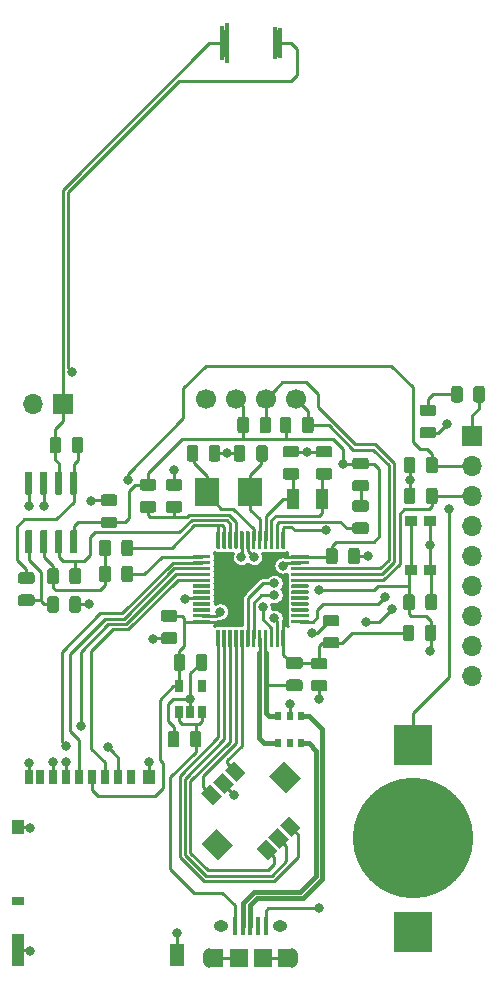
<source format=gbr>
G04 #@! TF.GenerationSoftware,KiCad,Pcbnew,(5.1.5-0-10_14)*
G04 #@! TF.CreationDate,2020-01-07T13:17:42-08:00*
G04 #@! TF.ProjectId,PARmeter,5041526d-6574-4657-922e-6b696361645f,rev?*
G04 #@! TF.SameCoordinates,Original*
G04 #@! TF.FileFunction,Copper,L1,Top*
G04 #@! TF.FilePolarity,Positive*
%FSLAX46Y46*%
G04 Gerber Fmt 4.6, Leading zero omitted, Abs format (unit mm)*
G04 Created by KiCad (PCBNEW (5.1.5-0-10_14)) date 2020-01-07 13:17:42*
%MOMM*%
%LPD*%
G04 APERTURE LIST*
%ADD10R,0.510000X0.700000*%
%ADD11C,1.700000*%
%ADD12O,1.700000X1.700000*%
%ADD13R,1.700000X1.700000*%
%ADD14R,0.650000X1.060000*%
%ADD15C,10.200000*%
%ADD16R,3.300000X3.500000*%
%ADD17R,1.000000X1.800000*%
%ADD18R,2.000000X2.400000*%
%ADD19C,0.100000*%
%ADD20R,1.000000X0.900000*%
%ADD21R,1.300000X1.900000*%
%ADD22R,1.000000X2.800000*%
%ADD23R,1.000000X0.800000*%
%ADD24R,1.000000X1.200000*%
%ADD25R,0.700000X1.200000*%
%ADD26O,1.250000X0.950000*%
%ADD27R,1.500000X1.650000*%
%ADD28O,1.000000X1.650000*%
%ADD29R,0.400000X1.650000*%
%ADD30R,1.200000X1.650000*%
%ADD31R,0.600000X1.000000*%
%ADD32R,0.430000X2.500000*%
%ADD33R,0.370000X2.800000*%
%ADD34R,0.370000X3.400000*%
%ADD35R,0.430000X3.000000*%
%ADD36C,0.800000*%
%ADD37C,0.250000*%
%ADD38C,0.400000*%
%ADD39C,0.254000*%
G04 APERTURE END LIST*
D10*
X104250000Y-159260000D03*
X103300000Y-159260000D03*
X102350000Y-159260000D03*
X102350000Y-156940000D03*
X103300000Y-156940000D03*
X104250000Y-156940000D03*
D11*
X96190000Y-130100000D03*
X98730000Y-130100000D03*
X101270000Y-130100000D03*
X103810000Y-130100000D03*
D12*
X81560000Y-130500000D03*
D13*
X84100000Y-130500000D03*
D14*
X93950000Y-154400000D03*
X95850000Y-154400000D03*
X95850000Y-156600000D03*
X94900000Y-156600000D03*
X93950000Y-156600000D03*
D15*
X113700000Y-167300000D03*
D16*
X113700000Y-159400000D03*
X113700000Y-175200000D03*
D17*
X103550000Y-138600000D03*
X106050000Y-138600000D03*
D18*
X96275000Y-137950000D03*
X99975000Y-137950000D03*
G04 #@! TA.AperFunction,SMDPad,CuDef*
D19*
G36*
X85169703Y-141200722D02*
G01*
X85184264Y-141202882D01*
X85198543Y-141206459D01*
X85212403Y-141211418D01*
X85225710Y-141217712D01*
X85238336Y-141225280D01*
X85250159Y-141234048D01*
X85261066Y-141243934D01*
X85270952Y-141254841D01*
X85279720Y-141266664D01*
X85287288Y-141279290D01*
X85293582Y-141292597D01*
X85298541Y-141306457D01*
X85302118Y-141320736D01*
X85304278Y-141335297D01*
X85305000Y-141350000D01*
X85305000Y-143000000D01*
X85304278Y-143014703D01*
X85302118Y-143029264D01*
X85298541Y-143043543D01*
X85293582Y-143057403D01*
X85287288Y-143070710D01*
X85279720Y-143083336D01*
X85270952Y-143095159D01*
X85261066Y-143106066D01*
X85250159Y-143115952D01*
X85238336Y-143124720D01*
X85225710Y-143132288D01*
X85212403Y-143138582D01*
X85198543Y-143143541D01*
X85184264Y-143147118D01*
X85169703Y-143149278D01*
X85155000Y-143150000D01*
X84855000Y-143150000D01*
X84840297Y-143149278D01*
X84825736Y-143147118D01*
X84811457Y-143143541D01*
X84797597Y-143138582D01*
X84784290Y-143132288D01*
X84771664Y-143124720D01*
X84759841Y-143115952D01*
X84748934Y-143106066D01*
X84739048Y-143095159D01*
X84730280Y-143083336D01*
X84722712Y-143070710D01*
X84716418Y-143057403D01*
X84711459Y-143043543D01*
X84707882Y-143029264D01*
X84705722Y-143014703D01*
X84705000Y-143000000D01*
X84705000Y-141350000D01*
X84705722Y-141335297D01*
X84707882Y-141320736D01*
X84711459Y-141306457D01*
X84716418Y-141292597D01*
X84722712Y-141279290D01*
X84730280Y-141266664D01*
X84739048Y-141254841D01*
X84748934Y-141243934D01*
X84759841Y-141234048D01*
X84771664Y-141225280D01*
X84784290Y-141217712D01*
X84797597Y-141211418D01*
X84811457Y-141206459D01*
X84825736Y-141202882D01*
X84840297Y-141200722D01*
X84855000Y-141200000D01*
X85155000Y-141200000D01*
X85169703Y-141200722D01*
G37*
G04 #@! TD.AperFunction*
G04 #@! TA.AperFunction,SMDPad,CuDef*
G36*
X83899703Y-141200722D02*
G01*
X83914264Y-141202882D01*
X83928543Y-141206459D01*
X83942403Y-141211418D01*
X83955710Y-141217712D01*
X83968336Y-141225280D01*
X83980159Y-141234048D01*
X83991066Y-141243934D01*
X84000952Y-141254841D01*
X84009720Y-141266664D01*
X84017288Y-141279290D01*
X84023582Y-141292597D01*
X84028541Y-141306457D01*
X84032118Y-141320736D01*
X84034278Y-141335297D01*
X84035000Y-141350000D01*
X84035000Y-143000000D01*
X84034278Y-143014703D01*
X84032118Y-143029264D01*
X84028541Y-143043543D01*
X84023582Y-143057403D01*
X84017288Y-143070710D01*
X84009720Y-143083336D01*
X84000952Y-143095159D01*
X83991066Y-143106066D01*
X83980159Y-143115952D01*
X83968336Y-143124720D01*
X83955710Y-143132288D01*
X83942403Y-143138582D01*
X83928543Y-143143541D01*
X83914264Y-143147118D01*
X83899703Y-143149278D01*
X83885000Y-143150000D01*
X83585000Y-143150000D01*
X83570297Y-143149278D01*
X83555736Y-143147118D01*
X83541457Y-143143541D01*
X83527597Y-143138582D01*
X83514290Y-143132288D01*
X83501664Y-143124720D01*
X83489841Y-143115952D01*
X83478934Y-143106066D01*
X83469048Y-143095159D01*
X83460280Y-143083336D01*
X83452712Y-143070710D01*
X83446418Y-143057403D01*
X83441459Y-143043543D01*
X83437882Y-143029264D01*
X83435722Y-143014703D01*
X83435000Y-143000000D01*
X83435000Y-141350000D01*
X83435722Y-141335297D01*
X83437882Y-141320736D01*
X83441459Y-141306457D01*
X83446418Y-141292597D01*
X83452712Y-141279290D01*
X83460280Y-141266664D01*
X83469048Y-141254841D01*
X83478934Y-141243934D01*
X83489841Y-141234048D01*
X83501664Y-141225280D01*
X83514290Y-141217712D01*
X83527597Y-141211418D01*
X83541457Y-141206459D01*
X83555736Y-141202882D01*
X83570297Y-141200722D01*
X83585000Y-141200000D01*
X83885000Y-141200000D01*
X83899703Y-141200722D01*
G37*
G04 #@! TD.AperFunction*
G04 #@! TA.AperFunction,SMDPad,CuDef*
G36*
X82629703Y-141200722D02*
G01*
X82644264Y-141202882D01*
X82658543Y-141206459D01*
X82672403Y-141211418D01*
X82685710Y-141217712D01*
X82698336Y-141225280D01*
X82710159Y-141234048D01*
X82721066Y-141243934D01*
X82730952Y-141254841D01*
X82739720Y-141266664D01*
X82747288Y-141279290D01*
X82753582Y-141292597D01*
X82758541Y-141306457D01*
X82762118Y-141320736D01*
X82764278Y-141335297D01*
X82765000Y-141350000D01*
X82765000Y-143000000D01*
X82764278Y-143014703D01*
X82762118Y-143029264D01*
X82758541Y-143043543D01*
X82753582Y-143057403D01*
X82747288Y-143070710D01*
X82739720Y-143083336D01*
X82730952Y-143095159D01*
X82721066Y-143106066D01*
X82710159Y-143115952D01*
X82698336Y-143124720D01*
X82685710Y-143132288D01*
X82672403Y-143138582D01*
X82658543Y-143143541D01*
X82644264Y-143147118D01*
X82629703Y-143149278D01*
X82615000Y-143150000D01*
X82315000Y-143150000D01*
X82300297Y-143149278D01*
X82285736Y-143147118D01*
X82271457Y-143143541D01*
X82257597Y-143138582D01*
X82244290Y-143132288D01*
X82231664Y-143124720D01*
X82219841Y-143115952D01*
X82208934Y-143106066D01*
X82199048Y-143095159D01*
X82190280Y-143083336D01*
X82182712Y-143070710D01*
X82176418Y-143057403D01*
X82171459Y-143043543D01*
X82167882Y-143029264D01*
X82165722Y-143014703D01*
X82165000Y-143000000D01*
X82165000Y-141350000D01*
X82165722Y-141335297D01*
X82167882Y-141320736D01*
X82171459Y-141306457D01*
X82176418Y-141292597D01*
X82182712Y-141279290D01*
X82190280Y-141266664D01*
X82199048Y-141254841D01*
X82208934Y-141243934D01*
X82219841Y-141234048D01*
X82231664Y-141225280D01*
X82244290Y-141217712D01*
X82257597Y-141211418D01*
X82271457Y-141206459D01*
X82285736Y-141202882D01*
X82300297Y-141200722D01*
X82315000Y-141200000D01*
X82615000Y-141200000D01*
X82629703Y-141200722D01*
G37*
G04 #@! TD.AperFunction*
G04 #@! TA.AperFunction,SMDPad,CuDef*
G36*
X81359703Y-141200722D02*
G01*
X81374264Y-141202882D01*
X81388543Y-141206459D01*
X81402403Y-141211418D01*
X81415710Y-141217712D01*
X81428336Y-141225280D01*
X81440159Y-141234048D01*
X81451066Y-141243934D01*
X81460952Y-141254841D01*
X81469720Y-141266664D01*
X81477288Y-141279290D01*
X81483582Y-141292597D01*
X81488541Y-141306457D01*
X81492118Y-141320736D01*
X81494278Y-141335297D01*
X81495000Y-141350000D01*
X81495000Y-143000000D01*
X81494278Y-143014703D01*
X81492118Y-143029264D01*
X81488541Y-143043543D01*
X81483582Y-143057403D01*
X81477288Y-143070710D01*
X81469720Y-143083336D01*
X81460952Y-143095159D01*
X81451066Y-143106066D01*
X81440159Y-143115952D01*
X81428336Y-143124720D01*
X81415710Y-143132288D01*
X81402403Y-143138582D01*
X81388543Y-143143541D01*
X81374264Y-143147118D01*
X81359703Y-143149278D01*
X81345000Y-143150000D01*
X81045000Y-143150000D01*
X81030297Y-143149278D01*
X81015736Y-143147118D01*
X81001457Y-143143541D01*
X80987597Y-143138582D01*
X80974290Y-143132288D01*
X80961664Y-143124720D01*
X80949841Y-143115952D01*
X80938934Y-143106066D01*
X80929048Y-143095159D01*
X80920280Y-143083336D01*
X80912712Y-143070710D01*
X80906418Y-143057403D01*
X80901459Y-143043543D01*
X80897882Y-143029264D01*
X80895722Y-143014703D01*
X80895000Y-143000000D01*
X80895000Y-141350000D01*
X80895722Y-141335297D01*
X80897882Y-141320736D01*
X80901459Y-141306457D01*
X80906418Y-141292597D01*
X80912712Y-141279290D01*
X80920280Y-141266664D01*
X80929048Y-141254841D01*
X80938934Y-141243934D01*
X80949841Y-141234048D01*
X80961664Y-141225280D01*
X80974290Y-141217712D01*
X80987597Y-141211418D01*
X81001457Y-141206459D01*
X81015736Y-141202882D01*
X81030297Y-141200722D01*
X81045000Y-141200000D01*
X81345000Y-141200000D01*
X81359703Y-141200722D01*
G37*
G04 #@! TD.AperFunction*
G04 #@! TA.AperFunction,SMDPad,CuDef*
G36*
X81359703Y-136250722D02*
G01*
X81374264Y-136252882D01*
X81388543Y-136256459D01*
X81402403Y-136261418D01*
X81415710Y-136267712D01*
X81428336Y-136275280D01*
X81440159Y-136284048D01*
X81451066Y-136293934D01*
X81460952Y-136304841D01*
X81469720Y-136316664D01*
X81477288Y-136329290D01*
X81483582Y-136342597D01*
X81488541Y-136356457D01*
X81492118Y-136370736D01*
X81494278Y-136385297D01*
X81495000Y-136400000D01*
X81495000Y-138050000D01*
X81494278Y-138064703D01*
X81492118Y-138079264D01*
X81488541Y-138093543D01*
X81483582Y-138107403D01*
X81477288Y-138120710D01*
X81469720Y-138133336D01*
X81460952Y-138145159D01*
X81451066Y-138156066D01*
X81440159Y-138165952D01*
X81428336Y-138174720D01*
X81415710Y-138182288D01*
X81402403Y-138188582D01*
X81388543Y-138193541D01*
X81374264Y-138197118D01*
X81359703Y-138199278D01*
X81345000Y-138200000D01*
X81045000Y-138200000D01*
X81030297Y-138199278D01*
X81015736Y-138197118D01*
X81001457Y-138193541D01*
X80987597Y-138188582D01*
X80974290Y-138182288D01*
X80961664Y-138174720D01*
X80949841Y-138165952D01*
X80938934Y-138156066D01*
X80929048Y-138145159D01*
X80920280Y-138133336D01*
X80912712Y-138120710D01*
X80906418Y-138107403D01*
X80901459Y-138093543D01*
X80897882Y-138079264D01*
X80895722Y-138064703D01*
X80895000Y-138050000D01*
X80895000Y-136400000D01*
X80895722Y-136385297D01*
X80897882Y-136370736D01*
X80901459Y-136356457D01*
X80906418Y-136342597D01*
X80912712Y-136329290D01*
X80920280Y-136316664D01*
X80929048Y-136304841D01*
X80938934Y-136293934D01*
X80949841Y-136284048D01*
X80961664Y-136275280D01*
X80974290Y-136267712D01*
X80987597Y-136261418D01*
X81001457Y-136256459D01*
X81015736Y-136252882D01*
X81030297Y-136250722D01*
X81045000Y-136250000D01*
X81345000Y-136250000D01*
X81359703Y-136250722D01*
G37*
G04 #@! TD.AperFunction*
G04 #@! TA.AperFunction,SMDPad,CuDef*
G36*
X82629703Y-136250722D02*
G01*
X82644264Y-136252882D01*
X82658543Y-136256459D01*
X82672403Y-136261418D01*
X82685710Y-136267712D01*
X82698336Y-136275280D01*
X82710159Y-136284048D01*
X82721066Y-136293934D01*
X82730952Y-136304841D01*
X82739720Y-136316664D01*
X82747288Y-136329290D01*
X82753582Y-136342597D01*
X82758541Y-136356457D01*
X82762118Y-136370736D01*
X82764278Y-136385297D01*
X82765000Y-136400000D01*
X82765000Y-138050000D01*
X82764278Y-138064703D01*
X82762118Y-138079264D01*
X82758541Y-138093543D01*
X82753582Y-138107403D01*
X82747288Y-138120710D01*
X82739720Y-138133336D01*
X82730952Y-138145159D01*
X82721066Y-138156066D01*
X82710159Y-138165952D01*
X82698336Y-138174720D01*
X82685710Y-138182288D01*
X82672403Y-138188582D01*
X82658543Y-138193541D01*
X82644264Y-138197118D01*
X82629703Y-138199278D01*
X82615000Y-138200000D01*
X82315000Y-138200000D01*
X82300297Y-138199278D01*
X82285736Y-138197118D01*
X82271457Y-138193541D01*
X82257597Y-138188582D01*
X82244290Y-138182288D01*
X82231664Y-138174720D01*
X82219841Y-138165952D01*
X82208934Y-138156066D01*
X82199048Y-138145159D01*
X82190280Y-138133336D01*
X82182712Y-138120710D01*
X82176418Y-138107403D01*
X82171459Y-138093543D01*
X82167882Y-138079264D01*
X82165722Y-138064703D01*
X82165000Y-138050000D01*
X82165000Y-136400000D01*
X82165722Y-136385297D01*
X82167882Y-136370736D01*
X82171459Y-136356457D01*
X82176418Y-136342597D01*
X82182712Y-136329290D01*
X82190280Y-136316664D01*
X82199048Y-136304841D01*
X82208934Y-136293934D01*
X82219841Y-136284048D01*
X82231664Y-136275280D01*
X82244290Y-136267712D01*
X82257597Y-136261418D01*
X82271457Y-136256459D01*
X82285736Y-136252882D01*
X82300297Y-136250722D01*
X82315000Y-136250000D01*
X82615000Y-136250000D01*
X82629703Y-136250722D01*
G37*
G04 #@! TD.AperFunction*
G04 #@! TA.AperFunction,SMDPad,CuDef*
G36*
X83899703Y-136250722D02*
G01*
X83914264Y-136252882D01*
X83928543Y-136256459D01*
X83942403Y-136261418D01*
X83955710Y-136267712D01*
X83968336Y-136275280D01*
X83980159Y-136284048D01*
X83991066Y-136293934D01*
X84000952Y-136304841D01*
X84009720Y-136316664D01*
X84017288Y-136329290D01*
X84023582Y-136342597D01*
X84028541Y-136356457D01*
X84032118Y-136370736D01*
X84034278Y-136385297D01*
X84035000Y-136400000D01*
X84035000Y-138050000D01*
X84034278Y-138064703D01*
X84032118Y-138079264D01*
X84028541Y-138093543D01*
X84023582Y-138107403D01*
X84017288Y-138120710D01*
X84009720Y-138133336D01*
X84000952Y-138145159D01*
X83991066Y-138156066D01*
X83980159Y-138165952D01*
X83968336Y-138174720D01*
X83955710Y-138182288D01*
X83942403Y-138188582D01*
X83928543Y-138193541D01*
X83914264Y-138197118D01*
X83899703Y-138199278D01*
X83885000Y-138200000D01*
X83585000Y-138200000D01*
X83570297Y-138199278D01*
X83555736Y-138197118D01*
X83541457Y-138193541D01*
X83527597Y-138188582D01*
X83514290Y-138182288D01*
X83501664Y-138174720D01*
X83489841Y-138165952D01*
X83478934Y-138156066D01*
X83469048Y-138145159D01*
X83460280Y-138133336D01*
X83452712Y-138120710D01*
X83446418Y-138107403D01*
X83441459Y-138093543D01*
X83437882Y-138079264D01*
X83435722Y-138064703D01*
X83435000Y-138050000D01*
X83435000Y-136400000D01*
X83435722Y-136385297D01*
X83437882Y-136370736D01*
X83441459Y-136356457D01*
X83446418Y-136342597D01*
X83452712Y-136329290D01*
X83460280Y-136316664D01*
X83469048Y-136304841D01*
X83478934Y-136293934D01*
X83489841Y-136284048D01*
X83501664Y-136275280D01*
X83514290Y-136267712D01*
X83527597Y-136261418D01*
X83541457Y-136256459D01*
X83555736Y-136252882D01*
X83570297Y-136250722D01*
X83585000Y-136250000D01*
X83885000Y-136250000D01*
X83899703Y-136250722D01*
G37*
G04 #@! TD.AperFunction*
G04 #@! TA.AperFunction,SMDPad,CuDef*
G36*
X85169703Y-136250722D02*
G01*
X85184264Y-136252882D01*
X85198543Y-136256459D01*
X85212403Y-136261418D01*
X85225710Y-136267712D01*
X85238336Y-136275280D01*
X85250159Y-136284048D01*
X85261066Y-136293934D01*
X85270952Y-136304841D01*
X85279720Y-136316664D01*
X85287288Y-136329290D01*
X85293582Y-136342597D01*
X85298541Y-136356457D01*
X85302118Y-136370736D01*
X85304278Y-136385297D01*
X85305000Y-136400000D01*
X85305000Y-138050000D01*
X85304278Y-138064703D01*
X85302118Y-138079264D01*
X85298541Y-138093543D01*
X85293582Y-138107403D01*
X85287288Y-138120710D01*
X85279720Y-138133336D01*
X85270952Y-138145159D01*
X85261066Y-138156066D01*
X85250159Y-138165952D01*
X85238336Y-138174720D01*
X85225710Y-138182288D01*
X85212403Y-138188582D01*
X85198543Y-138193541D01*
X85184264Y-138197118D01*
X85169703Y-138199278D01*
X85155000Y-138200000D01*
X84855000Y-138200000D01*
X84840297Y-138199278D01*
X84825736Y-138197118D01*
X84811457Y-138193541D01*
X84797597Y-138188582D01*
X84784290Y-138182288D01*
X84771664Y-138174720D01*
X84759841Y-138165952D01*
X84748934Y-138156066D01*
X84739048Y-138145159D01*
X84730280Y-138133336D01*
X84722712Y-138120710D01*
X84716418Y-138107403D01*
X84711459Y-138093543D01*
X84707882Y-138079264D01*
X84705722Y-138064703D01*
X84705000Y-138050000D01*
X84705000Y-136400000D01*
X84705722Y-136385297D01*
X84707882Y-136370736D01*
X84711459Y-136356457D01*
X84716418Y-136342597D01*
X84722712Y-136329290D01*
X84730280Y-136316664D01*
X84739048Y-136304841D01*
X84748934Y-136293934D01*
X84759841Y-136284048D01*
X84771664Y-136275280D01*
X84784290Y-136267712D01*
X84797597Y-136261418D01*
X84811457Y-136256459D01*
X84825736Y-136252882D01*
X84840297Y-136250722D01*
X84855000Y-136250000D01*
X85155000Y-136250000D01*
X85169703Y-136250722D01*
G37*
G04 #@! TD.AperFunction*
G04 #@! TA.AperFunction,SMDPad,CuDef*
G36*
X104832351Y-143300361D02*
G01*
X104839632Y-143301441D01*
X104846771Y-143303229D01*
X104853701Y-143305709D01*
X104860355Y-143308856D01*
X104866668Y-143312640D01*
X104872579Y-143317024D01*
X104878033Y-143321967D01*
X104882976Y-143327421D01*
X104887360Y-143333332D01*
X104891144Y-143339645D01*
X104894291Y-143346299D01*
X104896771Y-143353229D01*
X104898559Y-143360368D01*
X104899639Y-143367649D01*
X104900000Y-143375000D01*
X104900000Y-143525000D01*
X104899639Y-143532351D01*
X104898559Y-143539632D01*
X104896771Y-143546771D01*
X104894291Y-143553701D01*
X104891144Y-143560355D01*
X104887360Y-143566668D01*
X104882976Y-143572579D01*
X104878033Y-143578033D01*
X104872579Y-143582976D01*
X104866668Y-143587360D01*
X104860355Y-143591144D01*
X104853701Y-143594291D01*
X104846771Y-143596771D01*
X104839632Y-143598559D01*
X104832351Y-143599639D01*
X104825000Y-143600000D01*
X103500000Y-143600000D01*
X103492649Y-143599639D01*
X103485368Y-143598559D01*
X103478229Y-143596771D01*
X103471299Y-143594291D01*
X103464645Y-143591144D01*
X103458332Y-143587360D01*
X103452421Y-143582976D01*
X103446967Y-143578033D01*
X103442024Y-143572579D01*
X103437640Y-143566668D01*
X103433856Y-143560355D01*
X103430709Y-143553701D01*
X103428229Y-143546771D01*
X103426441Y-143539632D01*
X103425361Y-143532351D01*
X103425000Y-143525000D01*
X103425000Y-143375000D01*
X103425361Y-143367649D01*
X103426441Y-143360368D01*
X103428229Y-143353229D01*
X103430709Y-143346299D01*
X103433856Y-143339645D01*
X103437640Y-143333332D01*
X103442024Y-143327421D01*
X103446967Y-143321967D01*
X103452421Y-143317024D01*
X103458332Y-143312640D01*
X103464645Y-143308856D01*
X103471299Y-143305709D01*
X103478229Y-143303229D01*
X103485368Y-143301441D01*
X103492649Y-143300361D01*
X103500000Y-143300000D01*
X104825000Y-143300000D01*
X104832351Y-143300361D01*
G37*
G04 #@! TD.AperFunction*
G04 #@! TA.AperFunction,SMDPad,CuDef*
G36*
X104832351Y-143800361D02*
G01*
X104839632Y-143801441D01*
X104846771Y-143803229D01*
X104853701Y-143805709D01*
X104860355Y-143808856D01*
X104866668Y-143812640D01*
X104872579Y-143817024D01*
X104878033Y-143821967D01*
X104882976Y-143827421D01*
X104887360Y-143833332D01*
X104891144Y-143839645D01*
X104894291Y-143846299D01*
X104896771Y-143853229D01*
X104898559Y-143860368D01*
X104899639Y-143867649D01*
X104900000Y-143875000D01*
X104900000Y-144025000D01*
X104899639Y-144032351D01*
X104898559Y-144039632D01*
X104896771Y-144046771D01*
X104894291Y-144053701D01*
X104891144Y-144060355D01*
X104887360Y-144066668D01*
X104882976Y-144072579D01*
X104878033Y-144078033D01*
X104872579Y-144082976D01*
X104866668Y-144087360D01*
X104860355Y-144091144D01*
X104853701Y-144094291D01*
X104846771Y-144096771D01*
X104839632Y-144098559D01*
X104832351Y-144099639D01*
X104825000Y-144100000D01*
X103500000Y-144100000D01*
X103492649Y-144099639D01*
X103485368Y-144098559D01*
X103478229Y-144096771D01*
X103471299Y-144094291D01*
X103464645Y-144091144D01*
X103458332Y-144087360D01*
X103452421Y-144082976D01*
X103446967Y-144078033D01*
X103442024Y-144072579D01*
X103437640Y-144066668D01*
X103433856Y-144060355D01*
X103430709Y-144053701D01*
X103428229Y-144046771D01*
X103426441Y-144039632D01*
X103425361Y-144032351D01*
X103425000Y-144025000D01*
X103425000Y-143875000D01*
X103425361Y-143867649D01*
X103426441Y-143860368D01*
X103428229Y-143853229D01*
X103430709Y-143846299D01*
X103433856Y-143839645D01*
X103437640Y-143833332D01*
X103442024Y-143827421D01*
X103446967Y-143821967D01*
X103452421Y-143817024D01*
X103458332Y-143812640D01*
X103464645Y-143808856D01*
X103471299Y-143805709D01*
X103478229Y-143803229D01*
X103485368Y-143801441D01*
X103492649Y-143800361D01*
X103500000Y-143800000D01*
X104825000Y-143800000D01*
X104832351Y-143800361D01*
G37*
G04 #@! TD.AperFunction*
G04 #@! TA.AperFunction,SMDPad,CuDef*
G36*
X104832351Y-144300361D02*
G01*
X104839632Y-144301441D01*
X104846771Y-144303229D01*
X104853701Y-144305709D01*
X104860355Y-144308856D01*
X104866668Y-144312640D01*
X104872579Y-144317024D01*
X104878033Y-144321967D01*
X104882976Y-144327421D01*
X104887360Y-144333332D01*
X104891144Y-144339645D01*
X104894291Y-144346299D01*
X104896771Y-144353229D01*
X104898559Y-144360368D01*
X104899639Y-144367649D01*
X104900000Y-144375000D01*
X104900000Y-144525000D01*
X104899639Y-144532351D01*
X104898559Y-144539632D01*
X104896771Y-144546771D01*
X104894291Y-144553701D01*
X104891144Y-144560355D01*
X104887360Y-144566668D01*
X104882976Y-144572579D01*
X104878033Y-144578033D01*
X104872579Y-144582976D01*
X104866668Y-144587360D01*
X104860355Y-144591144D01*
X104853701Y-144594291D01*
X104846771Y-144596771D01*
X104839632Y-144598559D01*
X104832351Y-144599639D01*
X104825000Y-144600000D01*
X103500000Y-144600000D01*
X103492649Y-144599639D01*
X103485368Y-144598559D01*
X103478229Y-144596771D01*
X103471299Y-144594291D01*
X103464645Y-144591144D01*
X103458332Y-144587360D01*
X103452421Y-144582976D01*
X103446967Y-144578033D01*
X103442024Y-144572579D01*
X103437640Y-144566668D01*
X103433856Y-144560355D01*
X103430709Y-144553701D01*
X103428229Y-144546771D01*
X103426441Y-144539632D01*
X103425361Y-144532351D01*
X103425000Y-144525000D01*
X103425000Y-144375000D01*
X103425361Y-144367649D01*
X103426441Y-144360368D01*
X103428229Y-144353229D01*
X103430709Y-144346299D01*
X103433856Y-144339645D01*
X103437640Y-144333332D01*
X103442024Y-144327421D01*
X103446967Y-144321967D01*
X103452421Y-144317024D01*
X103458332Y-144312640D01*
X103464645Y-144308856D01*
X103471299Y-144305709D01*
X103478229Y-144303229D01*
X103485368Y-144301441D01*
X103492649Y-144300361D01*
X103500000Y-144300000D01*
X104825000Y-144300000D01*
X104832351Y-144300361D01*
G37*
G04 #@! TD.AperFunction*
G04 #@! TA.AperFunction,SMDPad,CuDef*
G36*
X104832351Y-144800361D02*
G01*
X104839632Y-144801441D01*
X104846771Y-144803229D01*
X104853701Y-144805709D01*
X104860355Y-144808856D01*
X104866668Y-144812640D01*
X104872579Y-144817024D01*
X104878033Y-144821967D01*
X104882976Y-144827421D01*
X104887360Y-144833332D01*
X104891144Y-144839645D01*
X104894291Y-144846299D01*
X104896771Y-144853229D01*
X104898559Y-144860368D01*
X104899639Y-144867649D01*
X104900000Y-144875000D01*
X104900000Y-145025000D01*
X104899639Y-145032351D01*
X104898559Y-145039632D01*
X104896771Y-145046771D01*
X104894291Y-145053701D01*
X104891144Y-145060355D01*
X104887360Y-145066668D01*
X104882976Y-145072579D01*
X104878033Y-145078033D01*
X104872579Y-145082976D01*
X104866668Y-145087360D01*
X104860355Y-145091144D01*
X104853701Y-145094291D01*
X104846771Y-145096771D01*
X104839632Y-145098559D01*
X104832351Y-145099639D01*
X104825000Y-145100000D01*
X103500000Y-145100000D01*
X103492649Y-145099639D01*
X103485368Y-145098559D01*
X103478229Y-145096771D01*
X103471299Y-145094291D01*
X103464645Y-145091144D01*
X103458332Y-145087360D01*
X103452421Y-145082976D01*
X103446967Y-145078033D01*
X103442024Y-145072579D01*
X103437640Y-145066668D01*
X103433856Y-145060355D01*
X103430709Y-145053701D01*
X103428229Y-145046771D01*
X103426441Y-145039632D01*
X103425361Y-145032351D01*
X103425000Y-145025000D01*
X103425000Y-144875000D01*
X103425361Y-144867649D01*
X103426441Y-144860368D01*
X103428229Y-144853229D01*
X103430709Y-144846299D01*
X103433856Y-144839645D01*
X103437640Y-144833332D01*
X103442024Y-144827421D01*
X103446967Y-144821967D01*
X103452421Y-144817024D01*
X103458332Y-144812640D01*
X103464645Y-144808856D01*
X103471299Y-144805709D01*
X103478229Y-144803229D01*
X103485368Y-144801441D01*
X103492649Y-144800361D01*
X103500000Y-144800000D01*
X104825000Y-144800000D01*
X104832351Y-144800361D01*
G37*
G04 #@! TD.AperFunction*
G04 #@! TA.AperFunction,SMDPad,CuDef*
G36*
X104832351Y-145300361D02*
G01*
X104839632Y-145301441D01*
X104846771Y-145303229D01*
X104853701Y-145305709D01*
X104860355Y-145308856D01*
X104866668Y-145312640D01*
X104872579Y-145317024D01*
X104878033Y-145321967D01*
X104882976Y-145327421D01*
X104887360Y-145333332D01*
X104891144Y-145339645D01*
X104894291Y-145346299D01*
X104896771Y-145353229D01*
X104898559Y-145360368D01*
X104899639Y-145367649D01*
X104900000Y-145375000D01*
X104900000Y-145525000D01*
X104899639Y-145532351D01*
X104898559Y-145539632D01*
X104896771Y-145546771D01*
X104894291Y-145553701D01*
X104891144Y-145560355D01*
X104887360Y-145566668D01*
X104882976Y-145572579D01*
X104878033Y-145578033D01*
X104872579Y-145582976D01*
X104866668Y-145587360D01*
X104860355Y-145591144D01*
X104853701Y-145594291D01*
X104846771Y-145596771D01*
X104839632Y-145598559D01*
X104832351Y-145599639D01*
X104825000Y-145600000D01*
X103500000Y-145600000D01*
X103492649Y-145599639D01*
X103485368Y-145598559D01*
X103478229Y-145596771D01*
X103471299Y-145594291D01*
X103464645Y-145591144D01*
X103458332Y-145587360D01*
X103452421Y-145582976D01*
X103446967Y-145578033D01*
X103442024Y-145572579D01*
X103437640Y-145566668D01*
X103433856Y-145560355D01*
X103430709Y-145553701D01*
X103428229Y-145546771D01*
X103426441Y-145539632D01*
X103425361Y-145532351D01*
X103425000Y-145525000D01*
X103425000Y-145375000D01*
X103425361Y-145367649D01*
X103426441Y-145360368D01*
X103428229Y-145353229D01*
X103430709Y-145346299D01*
X103433856Y-145339645D01*
X103437640Y-145333332D01*
X103442024Y-145327421D01*
X103446967Y-145321967D01*
X103452421Y-145317024D01*
X103458332Y-145312640D01*
X103464645Y-145308856D01*
X103471299Y-145305709D01*
X103478229Y-145303229D01*
X103485368Y-145301441D01*
X103492649Y-145300361D01*
X103500000Y-145300000D01*
X104825000Y-145300000D01*
X104832351Y-145300361D01*
G37*
G04 #@! TD.AperFunction*
G04 #@! TA.AperFunction,SMDPad,CuDef*
G36*
X104832351Y-145800361D02*
G01*
X104839632Y-145801441D01*
X104846771Y-145803229D01*
X104853701Y-145805709D01*
X104860355Y-145808856D01*
X104866668Y-145812640D01*
X104872579Y-145817024D01*
X104878033Y-145821967D01*
X104882976Y-145827421D01*
X104887360Y-145833332D01*
X104891144Y-145839645D01*
X104894291Y-145846299D01*
X104896771Y-145853229D01*
X104898559Y-145860368D01*
X104899639Y-145867649D01*
X104900000Y-145875000D01*
X104900000Y-146025000D01*
X104899639Y-146032351D01*
X104898559Y-146039632D01*
X104896771Y-146046771D01*
X104894291Y-146053701D01*
X104891144Y-146060355D01*
X104887360Y-146066668D01*
X104882976Y-146072579D01*
X104878033Y-146078033D01*
X104872579Y-146082976D01*
X104866668Y-146087360D01*
X104860355Y-146091144D01*
X104853701Y-146094291D01*
X104846771Y-146096771D01*
X104839632Y-146098559D01*
X104832351Y-146099639D01*
X104825000Y-146100000D01*
X103500000Y-146100000D01*
X103492649Y-146099639D01*
X103485368Y-146098559D01*
X103478229Y-146096771D01*
X103471299Y-146094291D01*
X103464645Y-146091144D01*
X103458332Y-146087360D01*
X103452421Y-146082976D01*
X103446967Y-146078033D01*
X103442024Y-146072579D01*
X103437640Y-146066668D01*
X103433856Y-146060355D01*
X103430709Y-146053701D01*
X103428229Y-146046771D01*
X103426441Y-146039632D01*
X103425361Y-146032351D01*
X103425000Y-146025000D01*
X103425000Y-145875000D01*
X103425361Y-145867649D01*
X103426441Y-145860368D01*
X103428229Y-145853229D01*
X103430709Y-145846299D01*
X103433856Y-145839645D01*
X103437640Y-145833332D01*
X103442024Y-145827421D01*
X103446967Y-145821967D01*
X103452421Y-145817024D01*
X103458332Y-145812640D01*
X103464645Y-145808856D01*
X103471299Y-145805709D01*
X103478229Y-145803229D01*
X103485368Y-145801441D01*
X103492649Y-145800361D01*
X103500000Y-145800000D01*
X104825000Y-145800000D01*
X104832351Y-145800361D01*
G37*
G04 #@! TD.AperFunction*
G04 #@! TA.AperFunction,SMDPad,CuDef*
G36*
X104832351Y-146300361D02*
G01*
X104839632Y-146301441D01*
X104846771Y-146303229D01*
X104853701Y-146305709D01*
X104860355Y-146308856D01*
X104866668Y-146312640D01*
X104872579Y-146317024D01*
X104878033Y-146321967D01*
X104882976Y-146327421D01*
X104887360Y-146333332D01*
X104891144Y-146339645D01*
X104894291Y-146346299D01*
X104896771Y-146353229D01*
X104898559Y-146360368D01*
X104899639Y-146367649D01*
X104900000Y-146375000D01*
X104900000Y-146525000D01*
X104899639Y-146532351D01*
X104898559Y-146539632D01*
X104896771Y-146546771D01*
X104894291Y-146553701D01*
X104891144Y-146560355D01*
X104887360Y-146566668D01*
X104882976Y-146572579D01*
X104878033Y-146578033D01*
X104872579Y-146582976D01*
X104866668Y-146587360D01*
X104860355Y-146591144D01*
X104853701Y-146594291D01*
X104846771Y-146596771D01*
X104839632Y-146598559D01*
X104832351Y-146599639D01*
X104825000Y-146600000D01*
X103500000Y-146600000D01*
X103492649Y-146599639D01*
X103485368Y-146598559D01*
X103478229Y-146596771D01*
X103471299Y-146594291D01*
X103464645Y-146591144D01*
X103458332Y-146587360D01*
X103452421Y-146582976D01*
X103446967Y-146578033D01*
X103442024Y-146572579D01*
X103437640Y-146566668D01*
X103433856Y-146560355D01*
X103430709Y-146553701D01*
X103428229Y-146546771D01*
X103426441Y-146539632D01*
X103425361Y-146532351D01*
X103425000Y-146525000D01*
X103425000Y-146375000D01*
X103425361Y-146367649D01*
X103426441Y-146360368D01*
X103428229Y-146353229D01*
X103430709Y-146346299D01*
X103433856Y-146339645D01*
X103437640Y-146333332D01*
X103442024Y-146327421D01*
X103446967Y-146321967D01*
X103452421Y-146317024D01*
X103458332Y-146312640D01*
X103464645Y-146308856D01*
X103471299Y-146305709D01*
X103478229Y-146303229D01*
X103485368Y-146301441D01*
X103492649Y-146300361D01*
X103500000Y-146300000D01*
X104825000Y-146300000D01*
X104832351Y-146300361D01*
G37*
G04 #@! TD.AperFunction*
G04 #@! TA.AperFunction,SMDPad,CuDef*
G36*
X104832351Y-146800361D02*
G01*
X104839632Y-146801441D01*
X104846771Y-146803229D01*
X104853701Y-146805709D01*
X104860355Y-146808856D01*
X104866668Y-146812640D01*
X104872579Y-146817024D01*
X104878033Y-146821967D01*
X104882976Y-146827421D01*
X104887360Y-146833332D01*
X104891144Y-146839645D01*
X104894291Y-146846299D01*
X104896771Y-146853229D01*
X104898559Y-146860368D01*
X104899639Y-146867649D01*
X104900000Y-146875000D01*
X104900000Y-147025000D01*
X104899639Y-147032351D01*
X104898559Y-147039632D01*
X104896771Y-147046771D01*
X104894291Y-147053701D01*
X104891144Y-147060355D01*
X104887360Y-147066668D01*
X104882976Y-147072579D01*
X104878033Y-147078033D01*
X104872579Y-147082976D01*
X104866668Y-147087360D01*
X104860355Y-147091144D01*
X104853701Y-147094291D01*
X104846771Y-147096771D01*
X104839632Y-147098559D01*
X104832351Y-147099639D01*
X104825000Y-147100000D01*
X103500000Y-147100000D01*
X103492649Y-147099639D01*
X103485368Y-147098559D01*
X103478229Y-147096771D01*
X103471299Y-147094291D01*
X103464645Y-147091144D01*
X103458332Y-147087360D01*
X103452421Y-147082976D01*
X103446967Y-147078033D01*
X103442024Y-147072579D01*
X103437640Y-147066668D01*
X103433856Y-147060355D01*
X103430709Y-147053701D01*
X103428229Y-147046771D01*
X103426441Y-147039632D01*
X103425361Y-147032351D01*
X103425000Y-147025000D01*
X103425000Y-146875000D01*
X103425361Y-146867649D01*
X103426441Y-146860368D01*
X103428229Y-146853229D01*
X103430709Y-146846299D01*
X103433856Y-146839645D01*
X103437640Y-146833332D01*
X103442024Y-146827421D01*
X103446967Y-146821967D01*
X103452421Y-146817024D01*
X103458332Y-146812640D01*
X103464645Y-146808856D01*
X103471299Y-146805709D01*
X103478229Y-146803229D01*
X103485368Y-146801441D01*
X103492649Y-146800361D01*
X103500000Y-146800000D01*
X104825000Y-146800000D01*
X104832351Y-146800361D01*
G37*
G04 #@! TD.AperFunction*
G04 #@! TA.AperFunction,SMDPad,CuDef*
G36*
X104832351Y-147300361D02*
G01*
X104839632Y-147301441D01*
X104846771Y-147303229D01*
X104853701Y-147305709D01*
X104860355Y-147308856D01*
X104866668Y-147312640D01*
X104872579Y-147317024D01*
X104878033Y-147321967D01*
X104882976Y-147327421D01*
X104887360Y-147333332D01*
X104891144Y-147339645D01*
X104894291Y-147346299D01*
X104896771Y-147353229D01*
X104898559Y-147360368D01*
X104899639Y-147367649D01*
X104900000Y-147375000D01*
X104900000Y-147525000D01*
X104899639Y-147532351D01*
X104898559Y-147539632D01*
X104896771Y-147546771D01*
X104894291Y-147553701D01*
X104891144Y-147560355D01*
X104887360Y-147566668D01*
X104882976Y-147572579D01*
X104878033Y-147578033D01*
X104872579Y-147582976D01*
X104866668Y-147587360D01*
X104860355Y-147591144D01*
X104853701Y-147594291D01*
X104846771Y-147596771D01*
X104839632Y-147598559D01*
X104832351Y-147599639D01*
X104825000Y-147600000D01*
X103500000Y-147600000D01*
X103492649Y-147599639D01*
X103485368Y-147598559D01*
X103478229Y-147596771D01*
X103471299Y-147594291D01*
X103464645Y-147591144D01*
X103458332Y-147587360D01*
X103452421Y-147582976D01*
X103446967Y-147578033D01*
X103442024Y-147572579D01*
X103437640Y-147566668D01*
X103433856Y-147560355D01*
X103430709Y-147553701D01*
X103428229Y-147546771D01*
X103426441Y-147539632D01*
X103425361Y-147532351D01*
X103425000Y-147525000D01*
X103425000Y-147375000D01*
X103425361Y-147367649D01*
X103426441Y-147360368D01*
X103428229Y-147353229D01*
X103430709Y-147346299D01*
X103433856Y-147339645D01*
X103437640Y-147333332D01*
X103442024Y-147327421D01*
X103446967Y-147321967D01*
X103452421Y-147317024D01*
X103458332Y-147312640D01*
X103464645Y-147308856D01*
X103471299Y-147305709D01*
X103478229Y-147303229D01*
X103485368Y-147301441D01*
X103492649Y-147300361D01*
X103500000Y-147300000D01*
X104825000Y-147300000D01*
X104832351Y-147300361D01*
G37*
G04 #@! TD.AperFunction*
G04 #@! TA.AperFunction,SMDPad,CuDef*
G36*
X104832351Y-147800361D02*
G01*
X104839632Y-147801441D01*
X104846771Y-147803229D01*
X104853701Y-147805709D01*
X104860355Y-147808856D01*
X104866668Y-147812640D01*
X104872579Y-147817024D01*
X104878033Y-147821967D01*
X104882976Y-147827421D01*
X104887360Y-147833332D01*
X104891144Y-147839645D01*
X104894291Y-147846299D01*
X104896771Y-147853229D01*
X104898559Y-147860368D01*
X104899639Y-147867649D01*
X104900000Y-147875000D01*
X104900000Y-148025000D01*
X104899639Y-148032351D01*
X104898559Y-148039632D01*
X104896771Y-148046771D01*
X104894291Y-148053701D01*
X104891144Y-148060355D01*
X104887360Y-148066668D01*
X104882976Y-148072579D01*
X104878033Y-148078033D01*
X104872579Y-148082976D01*
X104866668Y-148087360D01*
X104860355Y-148091144D01*
X104853701Y-148094291D01*
X104846771Y-148096771D01*
X104839632Y-148098559D01*
X104832351Y-148099639D01*
X104825000Y-148100000D01*
X103500000Y-148100000D01*
X103492649Y-148099639D01*
X103485368Y-148098559D01*
X103478229Y-148096771D01*
X103471299Y-148094291D01*
X103464645Y-148091144D01*
X103458332Y-148087360D01*
X103452421Y-148082976D01*
X103446967Y-148078033D01*
X103442024Y-148072579D01*
X103437640Y-148066668D01*
X103433856Y-148060355D01*
X103430709Y-148053701D01*
X103428229Y-148046771D01*
X103426441Y-148039632D01*
X103425361Y-148032351D01*
X103425000Y-148025000D01*
X103425000Y-147875000D01*
X103425361Y-147867649D01*
X103426441Y-147860368D01*
X103428229Y-147853229D01*
X103430709Y-147846299D01*
X103433856Y-147839645D01*
X103437640Y-147833332D01*
X103442024Y-147827421D01*
X103446967Y-147821967D01*
X103452421Y-147817024D01*
X103458332Y-147812640D01*
X103464645Y-147808856D01*
X103471299Y-147805709D01*
X103478229Y-147803229D01*
X103485368Y-147801441D01*
X103492649Y-147800361D01*
X103500000Y-147800000D01*
X104825000Y-147800000D01*
X104832351Y-147800361D01*
G37*
G04 #@! TD.AperFunction*
G04 #@! TA.AperFunction,SMDPad,CuDef*
G36*
X104832351Y-148300361D02*
G01*
X104839632Y-148301441D01*
X104846771Y-148303229D01*
X104853701Y-148305709D01*
X104860355Y-148308856D01*
X104866668Y-148312640D01*
X104872579Y-148317024D01*
X104878033Y-148321967D01*
X104882976Y-148327421D01*
X104887360Y-148333332D01*
X104891144Y-148339645D01*
X104894291Y-148346299D01*
X104896771Y-148353229D01*
X104898559Y-148360368D01*
X104899639Y-148367649D01*
X104900000Y-148375000D01*
X104900000Y-148525000D01*
X104899639Y-148532351D01*
X104898559Y-148539632D01*
X104896771Y-148546771D01*
X104894291Y-148553701D01*
X104891144Y-148560355D01*
X104887360Y-148566668D01*
X104882976Y-148572579D01*
X104878033Y-148578033D01*
X104872579Y-148582976D01*
X104866668Y-148587360D01*
X104860355Y-148591144D01*
X104853701Y-148594291D01*
X104846771Y-148596771D01*
X104839632Y-148598559D01*
X104832351Y-148599639D01*
X104825000Y-148600000D01*
X103500000Y-148600000D01*
X103492649Y-148599639D01*
X103485368Y-148598559D01*
X103478229Y-148596771D01*
X103471299Y-148594291D01*
X103464645Y-148591144D01*
X103458332Y-148587360D01*
X103452421Y-148582976D01*
X103446967Y-148578033D01*
X103442024Y-148572579D01*
X103437640Y-148566668D01*
X103433856Y-148560355D01*
X103430709Y-148553701D01*
X103428229Y-148546771D01*
X103426441Y-148539632D01*
X103425361Y-148532351D01*
X103425000Y-148525000D01*
X103425000Y-148375000D01*
X103425361Y-148367649D01*
X103426441Y-148360368D01*
X103428229Y-148353229D01*
X103430709Y-148346299D01*
X103433856Y-148339645D01*
X103437640Y-148333332D01*
X103442024Y-148327421D01*
X103446967Y-148321967D01*
X103452421Y-148317024D01*
X103458332Y-148312640D01*
X103464645Y-148308856D01*
X103471299Y-148305709D01*
X103478229Y-148303229D01*
X103485368Y-148301441D01*
X103492649Y-148300361D01*
X103500000Y-148300000D01*
X104825000Y-148300000D01*
X104832351Y-148300361D01*
G37*
G04 #@! TD.AperFunction*
G04 #@! TA.AperFunction,SMDPad,CuDef*
G36*
X104832351Y-148800361D02*
G01*
X104839632Y-148801441D01*
X104846771Y-148803229D01*
X104853701Y-148805709D01*
X104860355Y-148808856D01*
X104866668Y-148812640D01*
X104872579Y-148817024D01*
X104878033Y-148821967D01*
X104882976Y-148827421D01*
X104887360Y-148833332D01*
X104891144Y-148839645D01*
X104894291Y-148846299D01*
X104896771Y-148853229D01*
X104898559Y-148860368D01*
X104899639Y-148867649D01*
X104900000Y-148875000D01*
X104900000Y-149025000D01*
X104899639Y-149032351D01*
X104898559Y-149039632D01*
X104896771Y-149046771D01*
X104894291Y-149053701D01*
X104891144Y-149060355D01*
X104887360Y-149066668D01*
X104882976Y-149072579D01*
X104878033Y-149078033D01*
X104872579Y-149082976D01*
X104866668Y-149087360D01*
X104860355Y-149091144D01*
X104853701Y-149094291D01*
X104846771Y-149096771D01*
X104839632Y-149098559D01*
X104832351Y-149099639D01*
X104825000Y-149100000D01*
X103500000Y-149100000D01*
X103492649Y-149099639D01*
X103485368Y-149098559D01*
X103478229Y-149096771D01*
X103471299Y-149094291D01*
X103464645Y-149091144D01*
X103458332Y-149087360D01*
X103452421Y-149082976D01*
X103446967Y-149078033D01*
X103442024Y-149072579D01*
X103437640Y-149066668D01*
X103433856Y-149060355D01*
X103430709Y-149053701D01*
X103428229Y-149046771D01*
X103426441Y-149039632D01*
X103425361Y-149032351D01*
X103425000Y-149025000D01*
X103425000Y-148875000D01*
X103425361Y-148867649D01*
X103426441Y-148860368D01*
X103428229Y-148853229D01*
X103430709Y-148846299D01*
X103433856Y-148839645D01*
X103437640Y-148833332D01*
X103442024Y-148827421D01*
X103446967Y-148821967D01*
X103452421Y-148817024D01*
X103458332Y-148812640D01*
X103464645Y-148808856D01*
X103471299Y-148805709D01*
X103478229Y-148803229D01*
X103485368Y-148801441D01*
X103492649Y-148800361D01*
X103500000Y-148800000D01*
X104825000Y-148800000D01*
X104832351Y-148800361D01*
G37*
G04 #@! TD.AperFunction*
G04 #@! TA.AperFunction,SMDPad,CuDef*
G36*
X102832351Y-149625361D02*
G01*
X102839632Y-149626441D01*
X102846771Y-149628229D01*
X102853701Y-149630709D01*
X102860355Y-149633856D01*
X102866668Y-149637640D01*
X102872579Y-149642024D01*
X102878033Y-149646967D01*
X102882976Y-149652421D01*
X102887360Y-149658332D01*
X102891144Y-149664645D01*
X102894291Y-149671299D01*
X102896771Y-149678229D01*
X102898559Y-149685368D01*
X102899639Y-149692649D01*
X102900000Y-149700000D01*
X102900000Y-151025000D01*
X102899639Y-151032351D01*
X102898559Y-151039632D01*
X102896771Y-151046771D01*
X102894291Y-151053701D01*
X102891144Y-151060355D01*
X102887360Y-151066668D01*
X102882976Y-151072579D01*
X102878033Y-151078033D01*
X102872579Y-151082976D01*
X102866668Y-151087360D01*
X102860355Y-151091144D01*
X102853701Y-151094291D01*
X102846771Y-151096771D01*
X102839632Y-151098559D01*
X102832351Y-151099639D01*
X102825000Y-151100000D01*
X102675000Y-151100000D01*
X102667649Y-151099639D01*
X102660368Y-151098559D01*
X102653229Y-151096771D01*
X102646299Y-151094291D01*
X102639645Y-151091144D01*
X102633332Y-151087360D01*
X102627421Y-151082976D01*
X102621967Y-151078033D01*
X102617024Y-151072579D01*
X102612640Y-151066668D01*
X102608856Y-151060355D01*
X102605709Y-151053701D01*
X102603229Y-151046771D01*
X102601441Y-151039632D01*
X102600361Y-151032351D01*
X102600000Y-151025000D01*
X102600000Y-149700000D01*
X102600361Y-149692649D01*
X102601441Y-149685368D01*
X102603229Y-149678229D01*
X102605709Y-149671299D01*
X102608856Y-149664645D01*
X102612640Y-149658332D01*
X102617024Y-149652421D01*
X102621967Y-149646967D01*
X102627421Y-149642024D01*
X102633332Y-149637640D01*
X102639645Y-149633856D01*
X102646299Y-149630709D01*
X102653229Y-149628229D01*
X102660368Y-149626441D01*
X102667649Y-149625361D01*
X102675000Y-149625000D01*
X102825000Y-149625000D01*
X102832351Y-149625361D01*
G37*
G04 #@! TD.AperFunction*
G04 #@! TA.AperFunction,SMDPad,CuDef*
G36*
X102332351Y-149625361D02*
G01*
X102339632Y-149626441D01*
X102346771Y-149628229D01*
X102353701Y-149630709D01*
X102360355Y-149633856D01*
X102366668Y-149637640D01*
X102372579Y-149642024D01*
X102378033Y-149646967D01*
X102382976Y-149652421D01*
X102387360Y-149658332D01*
X102391144Y-149664645D01*
X102394291Y-149671299D01*
X102396771Y-149678229D01*
X102398559Y-149685368D01*
X102399639Y-149692649D01*
X102400000Y-149700000D01*
X102400000Y-151025000D01*
X102399639Y-151032351D01*
X102398559Y-151039632D01*
X102396771Y-151046771D01*
X102394291Y-151053701D01*
X102391144Y-151060355D01*
X102387360Y-151066668D01*
X102382976Y-151072579D01*
X102378033Y-151078033D01*
X102372579Y-151082976D01*
X102366668Y-151087360D01*
X102360355Y-151091144D01*
X102353701Y-151094291D01*
X102346771Y-151096771D01*
X102339632Y-151098559D01*
X102332351Y-151099639D01*
X102325000Y-151100000D01*
X102175000Y-151100000D01*
X102167649Y-151099639D01*
X102160368Y-151098559D01*
X102153229Y-151096771D01*
X102146299Y-151094291D01*
X102139645Y-151091144D01*
X102133332Y-151087360D01*
X102127421Y-151082976D01*
X102121967Y-151078033D01*
X102117024Y-151072579D01*
X102112640Y-151066668D01*
X102108856Y-151060355D01*
X102105709Y-151053701D01*
X102103229Y-151046771D01*
X102101441Y-151039632D01*
X102100361Y-151032351D01*
X102100000Y-151025000D01*
X102100000Y-149700000D01*
X102100361Y-149692649D01*
X102101441Y-149685368D01*
X102103229Y-149678229D01*
X102105709Y-149671299D01*
X102108856Y-149664645D01*
X102112640Y-149658332D01*
X102117024Y-149652421D01*
X102121967Y-149646967D01*
X102127421Y-149642024D01*
X102133332Y-149637640D01*
X102139645Y-149633856D01*
X102146299Y-149630709D01*
X102153229Y-149628229D01*
X102160368Y-149626441D01*
X102167649Y-149625361D01*
X102175000Y-149625000D01*
X102325000Y-149625000D01*
X102332351Y-149625361D01*
G37*
G04 #@! TD.AperFunction*
G04 #@! TA.AperFunction,SMDPad,CuDef*
G36*
X101832351Y-149625361D02*
G01*
X101839632Y-149626441D01*
X101846771Y-149628229D01*
X101853701Y-149630709D01*
X101860355Y-149633856D01*
X101866668Y-149637640D01*
X101872579Y-149642024D01*
X101878033Y-149646967D01*
X101882976Y-149652421D01*
X101887360Y-149658332D01*
X101891144Y-149664645D01*
X101894291Y-149671299D01*
X101896771Y-149678229D01*
X101898559Y-149685368D01*
X101899639Y-149692649D01*
X101900000Y-149700000D01*
X101900000Y-151025000D01*
X101899639Y-151032351D01*
X101898559Y-151039632D01*
X101896771Y-151046771D01*
X101894291Y-151053701D01*
X101891144Y-151060355D01*
X101887360Y-151066668D01*
X101882976Y-151072579D01*
X101878033Y-151078033D01*
X101872579Y-151082976D01*
X101866668Y-151087360D01*
X101860355Y-151091144D01*
X101853701Y-151094291D01*
X101846771Y-151096771D01*
X101839632Y-151098559D01*
X101832351Y-151099639D01*
X101825000Y-151100000D01*
X101675000Y-151100000D01*
X101667649Y-151099639D01*
X101660368Y-151098559D01*
X101653229Y-151096771D01*
X101646299Y-151094291D01*
X101639645Y-151091144D01*
X101633332Y-151087360D01*
X101627421Y-151082976D01*
X101621967Y-151078033D01*
X101617024Y-151072579D01*
X101612640Y-151066668D01*
X101608856Y-151060355D01*
X101605709Y-151053701D01*
X101603229Y-151046771D01*
X101601441Y-151039632D01*
X101600361Y-151032351D01*
X101600000Y-151025000D01*
X101600000Y-149700000D01*
X101600361Y-149692649D01*
X101601441Y-149685368D01*
X101603229Y-149678229D01*
X101605709Y-149671299D01*
X101608856Y-149664645D01*
X101612640Y-149658332D01*
X101617024Y-149652421D01*
X101621967Y-149646967D01*
X101627421Y-149642024D01*
X101633332Y-149637640D01*
X101639645Y-149633856D01*
X101646299Y-149630709D01*
X101653229Y-149628229D01*
X101660368Y-149626441D01*
X101667649Y-149625361D01*
X101675000Y-149625000D01*
X101825000Y-149625000D01*
X101832351Y-149625361D01*
G37*
G04 #@! TD.AperFunction*
G04 #@! TA.AperFunction,SMDPad,CuDef*
G36*
X101332351Y-149625361D02*
G01*
X101339632Y-149626441D01*
X101346771Y-149628229D01*
X101353701Y-149630709D01*
X101360355Y-149633856D01*
X101366668Y-149637640D01*
X101372579Y-149642024D01*
X101378033Y-149646967D01*
X101382976Y-149652421D01*
X101387360Y-149658332D01*
X101391144Y-149664645D01*
X101394291Y-149671299D01*
X101396771Y-149678229D01*
X101398559Y-149685368D01*
X101399639Y-149692649D01*
X101400000Y-149700000D01*
X101400000Y-151025000D01*
X101399639Y-151032351D01*
X101398559Y-151039632D01*
X101396771Y-151046771D01*
X101394291Y-151053701D01*
X101391144Y-151060355D01*
X101387360Y-151066668D01*
X101382976Y-151072579D01*
X101378033Y-151078033D01*
X101372579Y-151082976D01*
X101366668Y-151087360D01*
X101360355Y-151091144D01*
X101353701Y-151094291D01*
X101346771Y-151096771D01*
X101339632Y-151098559D01*
X101332351Y-151099639D01*
X101325000Y-151100000D01*
X101175000Y-151100000D01*
X101167649Y-151099639D01*
X101160368Y-151098559D01*
X101153229Y-151096771D01*
X101146299Y-151094291D01*
X101139645Y-151091144D01*
X101133332Y-151087360D01*
X101127421Y-151082976D01*
X101121967Y-151078033D01*
X101117024Y-151072579D01*
X101112640Y-151066668D01*
X101108856Y-151060355D01*
X101105709Y-151053701D01*
X101103229Y-151046771D01*
X101101441Y-151039632D01*
X101100361Y-151032351D01*
X101100000Y-151025000D01*
X101100000Y-149700000D01*
X101100361Y-149692649D01*
X101101441Y-149685368D01*
X101103229Y-149678229D01*
X101105709Y-149671299D01*
X101108856Y-149664645D01*
X101112640Y-149658332D01*
X101117024Y-149652421D01*
X101121967Y-149646967D01*
X101127421Y-149642024D01*
X101133332Y-149637640D01*
X101139645Y-149633856D01*
X101146299Y-149630709D01*
X101153229Y-149628229D01*
X101160368Y-149626441D01*
X101167649Y-149625361D01*
X101175000Y-149625000D01*
X101325000Y-149625000D01*
X101332351Y-149625361D01*
G37*
G04 #@! TD.AperFunction*
G04 #@! TA.AperFunction,SMDPad,CuDef*
G36*
X100832351Y-149625361D02*
G01*
X100839632Y-149626441D01*
X100846771Y-149628229D01*
X100853701Y-149630709D01*
X100860355Y-149633856D01*
X100866668Y-149637640D01*
X100872579Y-149642024D01*
X100878033Y-149646967D01*
X100882976Y-149652421D01*
X100887360Y-149658332D01*
X100891144Y-149664645D01*
X100894291Y-149671299D01*
X100896771Y-149678229D01*
X100898559Y-149685368D01*
X100899639Y-149692649D01*
X100900000Y-149700000D01*
X100900000Y-151025000D01*
X100899639Y-151032351D01*
X100898559Y-151039632D01*
X100896771Y-151046771D01*
X100894291Y-151053701D01*
X100891144Y-151060355D01*
X100887360Y-151066668D01*
X100882976Y-151072579D01*
X100878033Y-151078033D01*
X100872579Y-151082976D01*
X100866668Y-151087360D01*
X100860355Y-151091144D01*
X100853701Y-151094291D01*
X100846771Y-151096771D01*
X100839632Y-151098559D01*
X100832351Y-151099639D01*
X100825000Y-151100000D01*
X100675000Y-151100000D01*
X100667649Y-151099639D01*
X100660368Y-151098559D01*
X100653229Y-151096771D01*
X100646299Y-151094291D01*
X100639645Y-151091144D01*
X100633332Y-151087360D01*
X100627421Y-151082976D01*
X100621967Y-151078033D01*
X100617024Y-151072579D01*
X100612640Y-151066668D01*
X100608856Y-151060355D01*
X100605709Y-151053701D01*
X100603229Y-151046771D01*
X100601441Y-151039632D01*
X100600361Y-151032351D01*
X100600000Y-151025000D01*
X100600000Y-149700000D01*
X100600361Y-149692649D01*
X100601441Y-149685368D01*
X100603229Y-149678229D01*
X100605709Y-149671299D01*
X100608856Y-149664645D01*
X100612640Y-149658332D01*
X100617024Y-149652421D01*
X100621967Y-149646967D01*
X100627421Y-149642024D01*
X100633332Y-149637640D01*
X100639645Y-149633856D01*
X100646299Y-149630709D01*
X100653229Y-149628229D01*
X100660368Y-149626441D01*
X100667649Y-149625361D01*
X100675000Y-149625000D01*
X100825000Y-149625000D01*
X100832351Y-149625361D01*
G37*
G04 #@! TD.AperFunction*
G04 #@! TA.AperFunction,SMDPad,CuDef*
G36*
X100332351Y-149625361D02*
G01*
X100339632Y-149626441D01*
X100346771Y-149628229D01*
X100353701Y-149630709D01*
X100360355Y-149633856D01*
X100366668Y-149637640D01*
X100372579Y-149642024D01*
X100378033Y-149646967D01*
X100382976Y-149652421D01*
X100387360Y-149658332D01*
X100391144Y-149664645D01*
X100394291Y-149671299D01*
X100396771Y-149678229D01*
X100398559Y-149685368D01*
X100399639Y-149692649D01*
X100400000Y-149700000D01*
X100400000Y-151025000D01*
X100399639Y-151032351D01*
X100398559Y-151039632D01*
X100396771Y-151046771D01*
X100394291Y-151053701D01*
X100391144Y-151060355D01*
X100387360Y-151066668D01*
X100382976Y-151072579D01*
X100378033Y-151078033D01*
X100372579Y-151082976D01*
X100366668Y-151087360D01*
X100360355Y-151091144D01*
X100353701Y-151094291D01*
X100346771Y-151096771D01*
X100339632Y-151098559D01*
X100332351Y-151099639D01*
X100325000Y-151100000D01*
X100175000Y-151100000D01*
X100167649Y-151099639D01*
X100160368Y-151098559D01*
X100153229Y-151096771D01*
X100146299Y-151094291D01*
X100139645Y-151091144D01*
X100133332Y-151087360D01*
X100127421Y-151082976D01*
X100121967Y-151078033D01*
X100117024Y-151072579D01*
X100112640Y-151066668D01*
X100108856Y-151060355D01*
X100105709Y-151053701D01*
X100103229Y-151046771D01*
X100101441Y-151039632D01*
X100100361Y-151032351D01*
X100100000Y-151025000D01*
X100100000Y-149700000D01*
X100100361Y-149692649D01*
X100101441Y-149685368D01*
X100103229Y-149678229D01*
X100105709Y-149671299D01*
X100108856Y-149664645D01*
X100112640Y-149658332D01*
X100117024Y-149652421D01*
X100121967Y-149646967D01*
X100127421Y-149642024D01*
X100133332Y-149637640D01*
X100139645Y-149633856D01*
X100146299Y-149630709D01*
X100153229Y-149628229D01*
X100160368Y-149626441D01*
X100167649Y-149625361D01*
X100175000Y-149625000D01*
X100325000Y-149625000D01*
X100332351Y-149625361D01*
G37*
G04 #@! TD.AperFunction*
G04 #@! TA.AperFunction,SMDPad,CuDef*
G36*
X99832351Y-149625361D02*
G01*
X99839632Y-149626441D01*
X99846771Y-149628229D01*
X99853701Y-149630709D01*
X99860355Y-149633856D01*
X99866668Y-149637640D01*
X99872579Y-149642024D01*
X99878033Y-149646967D01*
X99882976Y-149652421D01*
X99887360Y-149658332D01*
X99891144Y-149664645D01*
X99894291Y-149671299D01*
X99896771Y-149678229D01*
X99898559Y-149685368D01*
X99899639Y-149692649D01*
X99900000Y-149700000D01*
X99900000Y-151025000D01*
X99899639Y-151032351D01*
X99898559Y-151039632D01*
X99896771Y-151046771D01*
X99894291Y-151053701D01*
X99891144Y-151060355D01*
X99887360Y-151066668D01*
X99882976Y-151072579D01*
X99878033Y-151078033D01*
X99872579Y-151082976D01*
X99866668Y-151087360D01*
X99860355Y-151091144D01*
X99853701Y-151094291D01*
X99846771Y-151096771D01*
X99839632Y-151098559D01*
X99832351Y-151099639D01*
X99825000Y-151100000D01*
X99675000Y-151100000D01*
X99667649Y-151099639D01*
X99660368Y-151098559D01*
X99653229Y-151096771D01*
X99646299Y-151094291D01*
X99639645Y-151091144D01*
X99633332Y-151087360D01*
X99627421Y-151082976D01*
X99621967Y-151078033D01*
X99617024Y-151072579D01*
X99612640Y-151066668D01*
X99608856Y-151060355D01*
X99605709Y-151053701D01*
X99603229Y-151046771D01*
X99601441Y-151039632D01*
X99600361Y-151032351D01*
X99600000Y-151025000D01*
X99600000Y-149700000D01*
X99600361Y-149692649D01*
X99601441Y-149685368D01*
X99603229Y-149678229D01*
X99605709Y-149671299D01*
X99608856Y-149664645D01*
X99612640Y-149658332D01*
X99617024Y-149652421D01*
X99621967Y-149646967D01*
X99627421Y-149642024D01*
X99633332Y-149637640D01*
X99639645Y-149633856D01*
X99646299Y-149630709D01*
X99653229Y-149628229D01*
X99660368Y-149626441D01*
X99667649Y-149625361D01*
X99675000Y-149625000D01*
X99825000Y-149625000D01*
X99832351Y-149625361D01*
G37*
G04 #@! TD.AperFunction*
G04 #@! TA.AperFunction,SMDPad,CuDef*
G36*
X99332351Y-149625361D02*
G01*
X99339632Y-149626441D01*
X99346771Y-149628229D01*
X99353701Y-149630709D01*
X99360355Y-149633856D01*
X99366668Y-149637640D01*
X99372579Y-149642024D01*
X99378033Y-149646967D01*
X99382976Y-149652421D01*
X99387360Y-149658332D01*
X99391144Y-149664645D01*
X99394291Y-149671299D01*
X99396771Y-149678229D01*
X99398559Y-149685368D01*
X99399639Y-149692649D01*
X99400000Y-149700000D01*
X99400000Y-151025000D01*
X99399639Y-151032351D01*
X99398559Y-151039632D01*
X99396771Y-151046771D01*
X99394291Y-151053701D01*
X99391144Y-151060355D01*
X99387360Y-151066668D01*
X99382976Y-151072579D01*
X99378033Y-151078033D01*
X99372579Y-151082976D01*
X99366668Y-151087360D01*
X99360355Y-151091144D01*
X99353701Y-151094291D01*
X99346771Y-151096771D01*
X99339632Y-151098559D01*
X99332351Y-151099639D01*
X99325000Y-151100000D01*
X99175000Y-151100000D01*
X99167649Y-151099639D01*
X99160368Y-151098559D01*
X99153229Y-151096771D01*
X99146299Y-151094291D01*
X99139645Y-151091144D01*
X99133332Y-151087360D01*
X99127421Y-151082976D01*
X99121967Y-151078033D01*
X99117024Y-151072579D01*
X99112640Y-151066668D01*
X99108856Y-151060355D01*
X99105709Y-151053701D01*
X99103229Y-151046771D01*
X99101441Y-151039632D01*
X99100361Y-151032351D01*
X99100000Y-151025000D01*
X99100000Y-149700000D01*
X99100361Y-149692649D01*
X99101441Y-149685368D01*
X99103229Y-149678229D01*
X99105709Y-149671299D01*
X99108856Y-149664645D01*
X99112640Y-149658332D01*
X99117024Y-149652421D01*
X99121967Y-149646967D01*
X99127421Y-149642024D01*
X99133332Y-149637640D01*
X99139645Y-149633856D01*
X99146299Y-149630709D01*
X99153229Y-149628229D01*
X99160368Y-149626441D01*
X99167649Y-149625361D01*
X99175000Y-149625000D01*
X99325000Y-149625000D01*
X99332351Y-149625361D01*
G37*
G04 #@! TD.AperFunction*
G04 #@! TA.AperFunction,SMDPad,CuDef*
G36*
X98832351Y-149625361D02*
G01*
X98839632Y-149626441D01*
X98846771Y-149628229D01*
X98853701Y-149630709D01*
X98860355Y-149633856D01*
X98866668Y-149637640D01*
X98872579Y-149642024D01*
X98878033Y-149646967D01*
X98882976Y-149652421D01*
X98887360Y-149658332D01*
X98891144Y-149664645D01*
X98894291Y-149671299D01*
X98896771Y-149678229D01*
X98898559Y-149685368D01*
X98899639Y-149692649D01*
X98900000Y-149700000D01*
X98900000Y-151025000D01*
X98899639Y-151032351D01*
X98898559Y-151039632D01*
X98896771Y-151046771D01*
X98894291Y-151053701D01*
X98891144Y-151060355D01*
X98887360Y-151066668D01*
X98882976Y-151072579D01*
X98878033Y-151078033D01*
X98872579Y-151082976D01*
X98866668Y-151087360D01*
X98860355Y-151091144D01*
X98853701Y-151094291D01*
X98846771Y-151096771D01*
X98839632Y-151098559D01*
X98832351Y-151099639D01*
X98825000Y-151100000D01*
X98675000Y-151100000D01*
X98667649Y-151099639D01*
X98660368Y-151098559D01*
X98653229Y-151096771D01*
X98646299Y-151094291D01*
X98639645Y-151091144D01*
X98633332Y-151087360D01*
X98627421Y-151082976D01*
X98621967Y-151078033D01*
X98617024Y-151072579D01*
X98612640Y-151066668D01*
X98608856Y-151060355D01*
X98605709Y-151053701D01*
X98603229Y-151046771D01*
X98601441Y-151039632D01*
X98600361Y-151032351D01*
X98600000Y-151025000D01*
X98600000Y-149700000D01*
X98600361Y-149692649D01*
X98601441Y-149685368D01*
X98603229Y-149678229D01*
X98605709Y-149671299D01*
X98608856Y-149664645D01*
X98612640Y-149658332D01*
X98617024Y-149652421D01*
X98621967Y-149646967D01*
X98627421Y-149642024D01*
X98633332Y-149637640D01*
X98639645Y-149633856D01*
X98646299Y-149630709D01*
X98653229Y-149628229D01*
X98660368Y-149626441D01*
X98667649Y-149625361D01*
X98675000Y-149625000D01*
X98825000Y-149625000D01*
X98832351Y-149625361D01*
G37*
G04 #@! TD.AperFunction*
G04 #@! TA.AperFunction,SMDPad,CuDef*
G36*
X98332351Y-149625361D02*
G01*
X98339632Y-149626441D01*
X98346771Y-149628229D01*
X98353701Y-149630709D01*
X98360355Y-149633856D01*
X98366668Y-149637640D01*
X98372579Y-149642024D01*
X98378033Y-149646967D01*
X98382976Y-149652421D01*
X98387360Y-149658332D01*
X98391144Y-149664645D01*
X98394291Y-149671299D01*
X98396771Y-149678229D01*
X98398559Y-149685368D01*
X98399639Y-149692649D01*
X98400000Y-149700000D01*
X98400000Y-151025000D01*
X98399639Y-151032351D01*
X98398559Y-151039632D01*
X98396771Y-151046771D01*
X98394291Y-151053701D01*
X98391144Y-151060355D01*
X98387360Y-151066668D01*
X98382976Y-151072579D01*
X98378033Y-151078033D01*
X98372579Y-151082976D01*
X98366668Y-151087360D01*
X98360355Y-151091144D01*
X98353701Y-151094291D01*
X98346771Y-151096771D01*
X98339632Y-151098559D01*
X98332351Y-151099639D01*
X98325000Y-151100000D01*
X98175000Y-151100000D01*
X98167649Y-151099639D01*
X98160368Y-151098559D01*
X98153229Y-151096771D01*
X98146299Y-151094291D01*
X98139645Y-151091144D01*
X98133332Y-151087360D01*
X98127421Y-151082976D01*
X98121967Y-151078033D01*
X98117024Y-151072579D01*
X98112640Y-151066668D01*
X98108856Y-151060355D01*
X98105709Y-151053701D01*
X98103229Y-151046771D01*
X98101441Y-151039632D01*
X98100361Y-151032351D01*
X98100000Y-151025000D01*
X98100000Y-149700000D01*
X98100361Y-149692649D01*
X98101441Y-149685368D01*
X98103229Y-149678229D01*
X98105709Y-149671299D01*
X98108856Y-149664645D01*
X98112640Y-149658332D01*
X98117024Y-149652421D01*
X98121967Y-149646967D01*
X98127421Y-149642024D01*
X98133332Y-149637640D01*
X98139645Y-149633856D01*
X98146299Y-149630709D01*
X98153229Y-149628229D01*
X98160368Y-149626441D01*
X98167649Y-149625361D01*
X98175000Y-149625000D01*
X98325000Y-149625000D01*
X98332351Y-149625361D01*
G37*
G04 #@! TD.AperFunction*
G04 #@! TA.AperFunction,SMDPad,CuDef*
G36*
X97832351Y-149625361D02*
G01*
X97839632Y-149626441D01*
X97846771Y-149628229D01*
X97853701Y-149630709D01*
X97860355Y-149633856D01*
X97866668Y-149637640D01*
X97872579Y-149642024D01*
X97878033Y-149646967D01*
X97882976Y-149652421D01*
X97887360Y-149658332D01*
X97891144Y-149664645D01*
X97894291Y-149671299D01*
X97896771Y-149678229D01*
X97898559Y-149685368D01*
X97899639Y-149692649D01*
X97900000Y-149700000D01*
X97900000Y-151025000D01*
X97899639Y-151032351D01*
X97898559Y-151039632D01*
X97896771Y-151046771D01*
X97894291Y-151053701D01*
X97891144Y-151060355D01*
X97887360Y-151066668D01*
X97882976Y-151072579D01*
X97878033Y-151078033D01*
X97872579Y-151082976D01*
X97866668Y-151087360D01*
X97860355Y-151091144D01*
X97853701Y-151094291D01*
X97846771Y-151096771D01*
X97839632Y-151098559D01*
X97832351Y-151099639D01*
X97825000Y-151100000D01*
X97675000Y-151100000D01*
X97667649Y-151099639D01*
X97660368Y-151098559D01*
X97653229Y-151096771D01*
X97646299Y-151094291D01*
X97639645Y-151091144D01*
X97633332Y-151087360D01*
X97627421Y-151082976D01*
X97621967Y-151078033D01*
X97617024Y-151072579D01*
X97612640Y-151066668D01*
X97608856Y-151060355D01*
X97605709Y-151053701D01*
X97603229Y-151046771D01*
X97601441Y-151039632D01*
X97600361Y-151032351D01*
X97600000Y-151025000D01*
X97600000Y-149700000D01*
X97600361Y-149692649D01*
X97601441Y-149685368D01*
X97603229Y-149678229D01*
X97605709Y-149671299D01*
X97608856Y-149664645D01*
X97612640Y-149658332D01*
X97617024Y-149652421D01*
X97621967Y-149646967D01*
X97627421Y-149642024D01*
X97633332Y-149637640D01*
X97639645Y-149633856D01*
X97646299Y-149630709D01*
X97653229Y-149628229D01*
X97660368Y-149626441D01*
X97667649Y-149625361D01*
X97675000Y-149625000D01*
X97825000Y-149625000D01*
X97832351Y-149625361D01*
G37*
G04 #@! TD.AperFunction*
G04 #@! TA.AperFunction,SMDPad,CuDef*
G36*
X97332351Y-149625361D02*
G01*
X97339632Y-149626441D01*
X97346771Y-149628229D01*
X97353701Y-149630709D01*
X97360355Y-149633856D01*
X97366668Y-149637640D01*
X97372579Y-149642024D01*
X97378033Y-149646967D01*
X97382976Y-149652421D01*
X97387360Y-149658332D01*
X97391144Y-149664645D01*
X97394291Y-149671299D01*
X97396771Y-149678229D01*
X97398559Y-149685368D01*
X97399639Y-149692649D01*
X97400000Y-149700000D01*
X97400000Y-151025000D01*
X97399639Y-151032351D01*
X97398559Y-151039632D01*
X97396771Y-151046771D01*
X97394291Y-151053701D01*
X97391144Y-151060355D01*
X97387360Y-151066668D01*
X97382976Y-151072579D01*
X97378033Y-151078033D01*
X97372579Y-151082976D01*
X97366668Y-151087360D01*
X97360355Y-151091144D01*
X97353701Y-151094291D01*
X97346771Y-151096771D01*
X97339632Y-151098559D01*
X97332351Y-151099639D01*
X97325000Y-151100000D01*
X97175000Y-151100000D01*
X97167649Y-151099639D01*
X97160368Y-151098559D01*
X97153229Y-151096771D01*
X97146299Y-151094291D01*
X97139645Y-151091144D01*
X97133332Y-151087360D01*
X97127421Y-151082976D01*
X97121967Y-151078033D01*
X97117024Y-151072579D01*
X97112640Y-151066668D01*
X97108856Y-151060355D01*
X97105709Y-151053701D01*
X97103229Y-151046771D01*
X97101441Y-151039632D01*
X97100361Y-151032351D01*
X97100000Y-151025000D01*
X97100000Y-149700000D01*
X97100361Y-149692649D01*
X97101441Y-149685368D01*
X97103229Y-149678229D01*
X97105709Y-149671299D01*
X97108856Y-149664645D01*
X97112640Y-149658332D01*
X97117024Y-149652421D01*
X97121967Y-149646967D01*
X97127421Y-149642024D01*
X97133332Y-149637640D01*
X97139645Y-149633856D01*
X97146299Y-149630709D01*
X97153229Y-149628229D01*
X97160368Y-149626441D01*
X97167649Y-149625361D01*
X97175000Y-149625000D01*
X97325000Y-149625000D01*
X97332351Y-149625361D01*
G37*
G04 #@! TD.AperFunction*
G04 #@! TA.AperFunction,SMDPad,CuDef*
G36*
X96507351Y-148800361D02*
G01*
X96514632Y-148801441D01*
X96521771Y-148803229D01*
X96528701Y-148805709D01*
X96535355Y-148808856D01*
X96541668Y-148812640D01*
X96547579Y-148817024D01*
X96553033Y-148821967D01*
X96557976Y-148827421D01*
X96562360Y-148833332D01*
X96566144Y-148839645D01*
X96569291Y-148846299D01*
X96571771Y-148853229D01*
X96573559Y-148860368D01*
X96574639Y-148867649D01*
X96575000Y-148875000D01*
X96575000Y-149025000D01*
X96574639Y-149032351D01*
X96573559Y-149039632D01*
X96571771Y-149046771D01*
X96569291Y-149053701D01*
X96566144Y-149060355D01*
X96562360Y-149066668D01*
X96557976Y-149072579D01*
X96553033Y-149078033D01*
X96547579Y-149082976D01*
X96541668Y-149087360D01*
X96535355Y-149091144D01*
X96528701Y-149094291D01*
X96521771Y-149096771D01*
X96514632Y-149098559D01*
X96507351Y-149099639D01*
X96500000Y-149100000D01*
X95175000Y-149100000D01*
X95167649Y-149099639D01*
X95160368Y-149098559D01*
X95153229Y-149096771D01*
X95146299Y-149094291D01*
X95139645Y-149091144D01*
X95133332Y-149087360D01*
X95127421Y-149082976D01*
X95121967Y-149078033D01*
X95117024Y-149072579D01*
X95112640Y-149066668D01*
X95108856Y-149060355D01*
X95105709Y-149053701D01*
X95103229Y-149046771D01*
X95101441Y-149039632D01*
X95100361Y-149032351D01*
X95100000Y-149025000D01*
X95100000Y-148875000D01*
X95100361Y-148867649D01*
X95101441Y-148860368D01*
X95103229Y-148853229D01*
X95105709Y-148846299D01*
X95108856Y-148839645D01*
X95112640Y-148833332D01*
X95117024Y-148827421D01*
X95121967Y-148821967D01*
X95127421Y-148817024D01*
X95133332Y-148812640D01*
X95139645Y-148808856D01*
X95146299Y-148805709D01*
X95153229Y-148803229D01*
X95160368Y-148801441D01*
X95167649Y-148800361D01*
X95175000Y-148800000D01*
X96500000Y-148800000D01*
X96507351Y-148800361D01*
G37*
G04 #@! TD.AperFunction*
G04 #@! TA.AperFunction,SMDPad,CuDef*
G36*
X96507351Y-148300361D02*
G01*
X96514632Y-148301441D01*
X96521771Y-148303229D01*
X96528701Y-148305709D01*
X96535355Y-148308856D01*
X96541668Y-148312640D01*
X96547579Y-148317024D01*
X96553033Y-148321967D01*
X96557976Y-148327421D01*
X96562360Y-148333332D01*
X96566144Y-148339645D01*
X96569291Y-148346299D01*
X96571771Y-148353229D01*
X96573559Y-148360368D01*
X96574639Y-148367649D01*
X96575000Y-148375000D01*
X96575000Y-148525000D01*
X96574639Y-148532351D01*
X96573559Y-148539632D01*
X96571771Y-148546771D01*
X96569291Y-148553701D01*
X96566144Y-148560355D01*
X96562360Y-148566668D01*
X96557976Y-148572579D01*
X96553033Y-148578033D01*
X96547579Y-148582976D01*
X96541668Y-148587360D01*
X96535355Y-148591144D01*
X96528701Y-148594291D01*
X96521771Y-148596771D01*
X96514632Y-148598559D01*
X96507351Y-148599639D01*
X96500000Y-148600000D01*
X95175000Y-148600000D01*
X95167649Y-148599639D01*
X95160368Y-148598559D01*
X95153229Y-148596771D01*
X95146299Y-148594291D01*
X95139645Y-148591144D01*
X95133332Y-148587360D01*
X95127421Y-148582976D01*
X95121967Y-148578033D01*
X95117024Y-148572579D01*
X95112640Y-148566668D01*
X95108856Y-148560355D01*
X95105709Y-148553701D01*
X95103229Y-148546771D01*
X95101441Y-148539632D01*
X95100361Y-148532351D01*
X95100000Y-148525000D01*
X95100000Y-148375000D01*
X95100361Y-148367649D01*
X95101441Y-148360368D01*
X95103229Y-148353229D01*
X95105709Y-148346299D01*
X95108856Y-148339645D01*
X95112640Y-148333332D01*
X95117024Y-148327421D01*
X95121967Y-148321967D01*
X95127421Y-148317024D01*
X95133332Y-148312640D01*
X95139645Y-148308856D01*
X95146299Y-148305709D01*
X95153229Y-148303229D01*
X95160368Y-148301441D01*
X95167649Y-148300361D01*
X95175000Y-148300000D01*
X96500000Y-148300000D01*
X96507351Y-148300361D01*
G37*
G04 #@! TD.AperFunction*
G04 #@! TA.AperFunction,SMDPad,CuDef*
G36*
X96507351Y-147800361D02*
G01*
X96514632Y-147801441D01*
X96521771Y-147803229D01*
X96528701Y-147805709D01*
X96535355Y-147808856D01*
X96541668Y-147812640D01*
X96547579Y-147817024D01*
X96553033Y-147821967D01*
X96557976Y-147827421D01*
X96562360Y-147833332D01*
X96566144Y-147839645D01*
X96569291Y-147846299D01*
X96571771Y-147853229D01*
X96573559Y-147860368D01*
X96574639Y-147867649D01*
X96575000Y-147875000D01*
X96575000Y-148025000D01*
X96574639Y-148032351D01*
X96573559Y-148039632D01*
X96571771Y-148046771D01*
X96569291Y-148053701D01*
X96566144Y-148060355D01*
X96562360Y-148066668D01*
X96557976Y-148072579D01*
X96553033Y-148078033D01*
X96547579Y-148082976D01*
X96541668Y-148087360D01*
X96535355Y-148091144D01*
X96528701Y-148094291D01*
X96521771Y-148096771D01*
X96514632Y-148098559D01*
X96507351Y-148099639D01*
X96500000Y-148100000D01*
X95175000Y-148100000D01*
X95167649Y-148099639D01*
X95160368Y-148098559D01*
X95153229Y-148096771D01*
X95146299Y-148094291D01*
X95139645Y-148091144D01*
X95133332Y-148087360D01*
X95127421Y-148082976D01*
X95121967Y-148078033D01*
X95117024Y-148072579D01*
X95112640Y-148066668D01*
X95108856Y-148060355D01*
X95105709Y-148053701D01*
X95103229Y-148046771D01*
X95101441Y-148039632D01*
X95100361Y-148032351D01*
X95100000Y-148025000D01*
X95100000Y-147875000D01*
X95100361Y-147867649D01*
X95101441Y-147860368D01*
X95103229Y-147853229D01*
X95105709Y-147846299D01*
X95108856Y-147839645D01*
X95112640Y-147833332D01*
X95117024Y-147827421D01*
X95121967Y-147821967D01*
X95127421Y-147817024D01*
X95133332Y-147812640D01*
X95139645Y-147808856D01*
X95146299Y-147805709D01*
X95153229Y-147803229D01*
X95160368Y-147801441D01*
X95167649Y-147800361D01*
X95175000Y-147800000D01*
X96500000Y-147800000D01*
X96507351Y-147800361D01*
G37*
G04 #@! TD.AperFunction*
G04 #@! TA.AperFunction,SMDPad,CuDef*
G36*
X96507351Y-147300361D02*
G01*
X96514632Y-147301441D01*
X96521771Y-147303229D01*
X96528701Y-147305709D01*
X96535355Y-147308856D01*
X96541668Y-147312640D01*
X96547579Y-147317024D01*
X96553033Y-147321967D01*
X96557976Y-147327421D01*
X96562360Y-147333332D01*
X96566144Y-147339645D01*
X96569291Y-147346299D01*
X96571771Y-147353229D01*
X96573559Y-147360368D01*
X96574639Y-147367649D01*
X96575000Y-147375000D01*
X96575000Y-147525000D01*
X96574639Y-147532351D01*
X96573559Y-147539632D01*
X96571771Y-147546771D01*
X96569291Y-147553701D01*
X96566144Y-147560355D01*
X96562360Y-147566668D01*
X96557976Y-147572579D01*
X96553033Y-147578033D01*
X96547579Y-147582976D01*
X96541668Y-147587360D01*
X96535355Y-147591144D01*
X96528701Y-147594291D01*
X96521771Y-147596771D01*
X96514632Y-147598559D01*
X96507351Y-147599639D01*
X96500000Y-147600000D01*
X95175000Y-147600000D01*
X95167649Y-147599639D01*
X95160368Y-147598559D01*
X95153229Y-147596771D01*
X95146299Y-147594291D01*
X95139645Y-147591144D01*
X95133332Y-147587360D01*
X95127421Y-147582976D01*
X95121967Y-147578033D01*
X95117024Y-147572579D01*
X95112640Y-147566668D01*
X95108856Y-147560355D01*
X95105709Y-147553701D01*
X95103229Y-147546771D01*
X95101441Y-147539632D01*
X95100361Y-147532351D01*
X95100000Y-147525000D01*
X95100000Y-147375000D01*
X95100361Y-147367649D01*
X95101441Y-147360368D01*
X95103229Y-147353229D01*
X95105709Y-147346299D01*
X95108856Y-147339645D01*
X95112640Y-147333332D01*
X95117024Y-147327421D01*
X95121967Y-147321967D01*
X95127421Y-147317024D01*
X95133332Y-147312640D01*
X95139645Y-147308856D01*
X95146299Y-147305709D01*
X95153229Y-147303229D01*
X95160368Y-147301441D01*
X95167649Y-147300361D01*
X95175000Y-147300000D01*
X96500000Y-147300000D01*
X96507351Y-147300361D01*
G37*
G04 #@! TD.AperFunction*
G04 #@! TA.AperFunction,SMDPad,CuDef*
G36*
X96507351Y-146800361D02*
G01*
X96514632Y-146801441D01*
X96521771Y-146803229D01*
X96528701Y-146805709D01*
X96535355Y-146808856D01*
X96541668Y-146812640D01*
X96547579Y-146817024D01*
X96553033Y-146821967D01*
X96557976Y-146827421D01*
X96562360Y-146833332D01*
X96566144Y-146839645D01*
X96569291Y-146846299D01*
X96571771Y-146853229D01*
X96573559Y-146860368D01*
X96574639Y-146867649D01*
X96575000Y-146875000D01*
X96575000Y-147025000D01*
X96574639Y-147032351D01*
X96573559Y-147039632D01*
X96571771Y-147046771D01*
X96569291Y-147053701D01*
X96566144Y-147060355D01*
X96562360Y-147066668D01*
X96557976Y-147072579D01*
X96553033Y-147078033D01*
X96547579Y-147082976D01*
X96541668Y-147087360D01*
X96535355Y-147091144D01*
X96528701Y-147094291D01*
X96521771Y-147096771D01*
X96514632Y-147098559D01*
X96507351Y-147099639D01*
X96500000Y-147100000D01*
X95175000Y-147100000D01*
X95167649Y-147099639D01*
X95160368Y-147098559D01*
X95153229Y-147096771D01*
X95146299Y-147094291D01*
X95139645Y-147091144D01*
X95133332Y-147087360D01*
X95127421Y-147082976D01*
X95121967Y-147078033D01*
X95117024Y-147072579D01*
X95112640Y-147066668D01*
X95108856Y-147060355D01*
X95105709Y-147053701D01*
X95103229Y-147046771D01*
X95101441Y-147039632D01*
X95100361Y-147032351D01*
X95100000Y-147025000D01*
X95100000Y-146875000D01*
X95100361Y-146867649D01*
X95101441Y-146860368D01*
X95103229Y-146853229D01*
X95105709Y-146846299D01*
X95108856Y-146839645D01*
X95112640Y-146833332D01*
X95117024Y-146827421D01*
X95121967Y-146821967D01*
X95127421Y-146817024D01*
X95133332Y-146812640D01*
X95139645Y-146808856D01*
X95146299Y-146805709D01*
X95153229Y-146803229D01*
X95160368Y-146801441D01*
X95167649Y-146800361D01*
X95175000Y-146800000D01*
X96500000Y-146800000D01*
X96507351Y-146800361D01*
G37*
G04 #@! TD.AperFunction*
G04 #@! TA.AperFunction,SMDPad,CuDef*
G36*
X96507351Y-146300361D02*
G01*
X96514632Y-146301441D01*
X96521771Y-146303229D01*
X96528701Y-146305709D01*
X96535355Y-146308856D01*
X96541668Y-146312640D01*
X96547579Y-146317024D01*
X96553033Y-146321967D01*
X96557976Y-146327421D01*
X96562360Y-146333332D01*
X96566144Y-146339645D01*
X96569291Y-146346299D01*
X96571771Y-146353229D01*
X96573559Y-146360368D01*
X96574639Y-146367649D01*
X96575000Y-146375000D01*
X96575000Y-146525000D01*
X96574639Y-146532351D01*
X96573559Y-146539632D01*
X96571771Y-146546771D01*
X96569291Y-146553701D01*
X96566144Y-146560355D01*
X96562360Y-146566668D01*
X96557976Y-146572579D01*
X96553033Y-146578033D01*
X96547579Y-146582976D01*
X96541668Y-146587360D01*
X96535355Y-146591144D01*
X96528701Y-146594291D01*
X96521771Y-146596771D01*
X96514632Y-146598559D01*
X96507351Y-146599639D01*
X96500000Y-146600000D01*
X95175000Y-146600000D01*
X95167649Y-146599639D01*
X95160368Y-146598559D01*
X95153229Y-146596771D01*
X95146299Y-146594291D01*
X95139645Y-146591144D01*
X95133332Y-146587360D01*
X95127421Y-146582976D01*
X95121967Y-146578033D01*
X95117024Y-146572579D01*
X95112640Y-146566668D01*
X95108856Y-146560355D01*
X95105709Y-146553701D01*
X95103229Y-146546771D01*
X95101441Y-146539632D01*
X95100361Y-146532351D01*
X95100000Y-146525000D01*
X95100000Y-146375000D01*
X95100361Y-146367649D01*
X95101441Y-146360368D01*
X95103229Y-146353229D01*
X95105709Y-146346299D01*
X95108856Y-146339645D01*
X95112640Y-146333332D01*
X95117024Y-146327421D01*
X95121967Y-146321967D01*
X95127421Y-146317024D01*
X95133332Y-146312640D01*
X95139645Y-146308856D01*
X95146299Y-146305709D01*
X95153229Y-146303229D01*
X95160368Y-146301441D01*
X95167649Y-146300361D01*
X95175000Y-146300000D01*
X96500000Y-146300000D01*
X96507351Y-146300361D01*
G37*
G04 #@! TD.AperFunction*
G04 #@! TA.AperFunction,SMDPad,CuDef*
G36*
X96507351Y-145800361D02*
G01*
X96514632Y-145801441D01*
X96521771Y-145803229D01*
X96528701Y-145805709D01*
X96535355Y-145808856D01*
X96541668Y-145812640D01*
X96547579Y-145817024D01*
X96553033Y-145821967D01*
X96557976Y-145827421D01*
X96562360Y-145833332D01*
X96566144Y-145839645D01*
X96569291Y-145846299D01*
X96571771Y-145853229D01*
X96573559Y-145860368D01*
X96574639Y-145867649D01*
X96575000Y-145875000D01*
X96575000Y-146025000D01*
X96574639Y-146032351D01*
X96573559Y-146039632D01*
X96571771Y-146046771D01*
X96569291Y-146053701D01*
X96566144Y-146060355D01*
X96562360Y-146066668D01*
X96557976Y-146072579D01*
X96553033Y-146078033D01*
X96547579Y-146082976D01*
X96541668Y-146087360D01*
X96535355Y-146091144D01*
X96528701Y-146094291D01*
X96521771Y-146096771D01*
X96514632Y-146098559D01*
X96507351Y-146099639D01*
X96500000Y-146100000D01*
X95175000Y-146100000D01*
X95167649Y-146099639D01*
X95160368Y-146098559D01*
X95153229Y-146096771D01*
X95146299Y-146094291D01*
X95139645Y-146091144D01*
X95133332Y-146087360D01*
X95127421Y-146082976D01*
X95121967Y-146078033D01*
X95117024Y-146072579D01*
X95112640Y-146066668D01*
X95108856Y-146060355D01*
X95105709Y-146053701D01*
X95103229Y-146046771D01*
X95101441Y-146039632D01*
X95100361Y-146032351D01*
X95100000Y-146025000D01*
X95100000Y-145875000D01*
X95100361Y-145867649D01*
X95101441Y-145860368D01*
X95103229Y-145853229D01*
X95105709Y-145846299D01*
X95108856Y-145839645D01*
X95112640Y-145833332D01*
X95117024Y-145827421D01*
X95121967Y-145821967D01*
X95127421Y-145817024D01*
X95133332Y-145812640D01*
X95139645Y-145808856D01*
X95146299Y-145805709D01*
X95153229Y-145803229D01*
X95160368Y-145801441D01*
X95167649Y-145800361D01*
X95175000Y-145800000D01*
X96500000Y-145800000D01*
X96507351Y-145800361D01*
G37*
G04 #@! TD.AperFunction*
G04 #@! TA.AperFunction,SMDPad,CuDef*
G36*
X96507351Y-145300361D02*
G01*
X96514632Y-145301441D01*
X96521771Y-145303229D01*
X96528701Y-145305709D01*
X96535355Y-145308856D01*
X96541668Y-145312640D01*
X96547579Y-145317024D01*
X96553033Y-145321967D01*
X96557976Y-145327421D01*
X96562360Y-145333332D01*
X96566144Y-145339645D01*
X96569291Y-145346299D01*
X96571771Y-145353229D01*
X96573559Y-145360368D01*
X96574639Y-145367649D01*
X96575000Y-145375000D01*
X96575000Y-145525000D01*
X96574639Y-145532351D01*
X96573559Y-145539632D01*
X96571771Y-145546771D01*
X96569291Y-145553701D01*
X96566144Y-145560355D01*
X96562360Y-145566668D01*
X96557976Y-145572579D01*
X96553033Y-145578033D01*
X96547579Y-145582976D01*
X96541668Y-145587360D01*
X96535355Y-145591144D01*
X96528701Y-145594291D01*
X96521771Y-145596771D01*
X96514632Y-145598559D01*
X96507351Y-145599639D01*
X96500000Y-145600000D01*
X95175000Y-145600000D01*
X95167649Y-145599639D01*
X95160368Y-145598559D01*
X95153229Y-145596771D01*
X95146299Y-145594291D01*
X95139645Y-145591144D01*
X95133332Y-145587360D01*
X95127421Y-145582976D01*
X95121967Y-145578033D01*
X95117024Y-145572579D01*
X95112640Y-145566668D01*
X95108856Y-145560355D01*
X95105709Y-145553701D01*
X95103229Y-145546771D01*
X95101441Y-145539632D01*
X95100361Y-145532351D01*
X95100000Y-145525000D01*
X95100000Y-145375000D01*
X95100361Y-145367649D01*
X95101441Y-145360368D01*
X95103229Y-145353229D01*
X95105709Y-145346299D01*
X95108856Y-145339645D01*
X95112640Y-145333332D01*
X95117024Y-145327421D01*
X95121967Y-145321967D01*
X95127421Y-145317024D01*
X95133332Y-145312640D01*
X95139645Y-145308856D01*
X95146299Y-145305709D01*
X95153229Y-145303229D01*
X95160368Y-145301441D01*
X95167649Y-145300361D01*
X95175000Y-145300000D01*
X96500000Y-145300000D01*
X96507351Y-145300361D01*
G37*
G04 #@! TD.AperFunction*
G04 #@! TA.AperFunction,SMDPad,CuDef*
G36*
X96507351Y-144800361D02*
G01*
X96514632Y-144801441D01*
X96521771Y-144803229D01*
X96528701Y-144805709D01*
X96535355Y-144808856D01*
X96541668Y-144812640D01*
X96547579Y-144817024D01*
X96553033Y-144821967D01*
X96557976Y-144827421D01*
X96562360Y-144833332D01*
X96566144Y-144839645D01*
X96569291Y-144846299D01*
X96571771Y-144853229D01*
X96573559Y-144860368D01*
X96574639Y-144867649D01*
X96575000Y-144875000D01*
X96575000Y-145025000D01*
X96574639Y-145032351D01*
X96573559Y-145039632D01*
X96571771Y-145046771D01*
X96569291Y-145053701D01*
X96566144Y-145060355D01*
X96562360Y-145066668D01*
X96557976Y-145072579D01*
X96553033Y-145078033D01*
X96547579Y-145082976D01*
X96541668Y-145087360D01*
X96535355Y-145091144D01*
X96528701Y-145094291D01*
X96521771Y-145096771D01*
X96514632Y-145098559D01*
X96507351Y-145099639D01*
X96500000Y-145100000D01*
X95175000Y-145100000D01*
X95167649Y-145099639D01*
X95160368Y-145098559D01*
X95153229Y-145096771D01*
X95146299Y-145094291D01*
X95139645Y-145091144D01*
X95133332Y-145087360D01*
X95127421Y-145082976D01*
X95121967Y-145078033D01*
X95117024Y-145072579D01*
X95112640Y-145066668D01*
X95108856Y-145060355D01*
X95105709Y-145053701D01*
X95103229Y-145046771D01*
X95101441Y-145039632D01*
X95100361Y-145032351D01*
X95100000Y-145025000D01*
X95100000Y-144875000D01*
X95100361Y-144867649D01*
X95101441Y-144860368D01*
X95103229Y-144853229D01*
X95105709Y-144846299D01*
X95108856Y-144839645D01*
X95112640Y-144833332D01*
X95117024Y-144827421D01*
X95121967Y-144821967D01*
X95127421Y-144817024D01*
X95133332Y-144812640D01*
X95139645Y-144808856D01*
X95146299Y-144805709D01*
X95153229Y-144803229D01*
X95160368Y-144801441D01*
X95167649Y-144800361D01*
X95175000Y-144800000D01*
X96500000Y-144800000D01*
X96507351Y-144800361D01*
G37*
G04 #@! TD.AperFunction*
G04 #@! TA.AperFunction,SMDPad,CuDef*
G36*
X96507351Y-144300361D02*
G01*
X96514632Y-144301441D01*
X96521771Y-144303229D01*
X96528701Y-144305709D01*
X96535355Y-144308856D01*
X96541668Y-144312640D01*
X96547579Y-144317024D01*
X96553033Y-144321967D01*
X96557976Y-144327421D01*
X96562360Y-144333332D01*
X96566144Y-144339645D01*
X96569291Y-144346299D01*
X96571771Y-144353229D01*
X96573559Y-144360368D01*
X96574639Y-144367649D01*
X96575000Y-144375000D01*
X96575000Y-144525000D01*
X96574639Y-144532351D01*
X96573559Y-144539632D01*
X96571771Y-144546771D01*
X96569291Y-144553701D01*
X96566144Y-144560355D01*
X96562360Y-144566668D01*
X96557976Y-144572579D01*
X96553033Y-144578033D01*
X96547579Y-144582976D01*
X96541668Y-144587360D01*
X96535355Y-144591144D01*
X96528701Y-144594291D01*
X96521771Y-144596771D01*
X96514632Y-144598559D01*
X96507351Y-144599639D01*
X96500000Y-144600000D01*
X95175000Y-144600000D01*
X95167649Y-144599639D01*
X95160368Y-144598559D01*
X95153229Y-144596771D01*
X95146299Y-144594291D01*
X95139645Y-144591144D01*
X95133332Y-144587360D01*
X95127421Y-144582976D01*
X95121967Y-144578033D01*
X95117024Y-144572579D01*
X95112640Y-144566668D01*
X95108856Y-144560355D01*
X95105709Y-144553701D01*
X95103229Y-144546771D01*
X95101441Y-144539632D01*
X95100361Y-144532351D01*
X95100000Y-144525000D01*
X95100000Y-144375000D01*
X95100361Y-144367649D01*
X95101441Y-144360368D01*
X95103229Y-144353229D01*
X95105709Y-144346299D01*
X95108856Y-144339645D01*
X95112640Y-144333332D01*
X95117024Y-144327421D01*
X95121967Y-144321967D01*
X95127421Y-144317024D01*
X95133332Y-144312640D01*
X95139645Y-144308856D01*
X95146299Y-144305709D01*
X95153229Y-144303229D01*
X95160368Y-144301441D01*
X95167649Y-144300361D01*
X95175000Y-144300000D01*
X96500000Y-144300000D01*
X96507351Y-144300361D01*
G37*
G04 #@! TD.AperFunction*
G04 #@! TA.AperFunction,SMDPad,CuDef*
G36*
X96507351Y-143800361D02*
G01*
X96514632Y-143801441D01*
X96521771Y-143803229D01*
X96528701Y-143805709D01*
X96535355Y-143808856D01*
X96541668Y-143812640D01*
X96547579Y-143817024D01*
X96553033Y-143821967D01*
X96557976Y-143827421D01*
X96562360Y-143833332D01*
X96566144Y-143839645D01*
X96569291Y-143846299D01*
X96571771Y-143853229D01*
X96573559Y-143860368D01*
X96574639Y-143867649D01*
X96575000Y-143875000D01*
X96575000Y-144025000D01*
X96574639Y-144032351D01*
X96573559Y-144039632D01*
X96571771Y-144046771D01*
X96569291Y-144053701D01*
X96566144Y-144060355D01*
X96562360Y-144066668D01*
X96557976Y-144072579D01*
X96553033Y-144078033D01*
X96547579Y-144082976D01*
X96541668Y-144087360D01*
X96535355Y-144091144D01*
X96528701Y-144094291D01*
X96521771Y-144096771D01*
X96514632Y-144098559D01*
X96507351Y-144099639D01*
X96500000Y-144100000D01*
X95175000Y-144100000D01*
X95167649Y-144099639D01*
X95160368Y-144098559D01*
X95153229Y-144096771D01*
X95146299Y-144094291D01*
X95139645Y-144091144D01*
X95133332Y-144087360D01*
X95127421Y-144082976D01*
X95121967Y-144078033D01*
X95117024Y-144072579D01*
X95112640Y-144066668D01*
X95108856Y-144060355D01*
X95105709Y-144053701D01*
X95103229Y-144046771D01*
X95101441Y-144039632D01*
X95100361Y-144032351D01*
X95100000Y-144025000D01*
X95100000Y-143875000D01*
X95100361Y-143867649D01*
X95101441Y-143860368D01*
X95103229Y-143853229D01*
X95105709Y-143846299D01*
X95108856Y-143839645D01*
X95112640Y-143833332D01*
X95117024Y-143827421D01*
X95121967Y-143821967D01*
X95127421Y-143817024D01*
X95133332Y-143812640D01*
X95139645Y-143808856D01*
X95146299Y-143805709D01*
X95153229Y-143803229D01*
X95160368Y-143801441D01*
X95167649Y-143800361D01*
X95175000Y-143800000D01*
X96500000Y-143800000D01*
X96507351Y-143800361D01*
G37*
G04 #@! TD.AperFunction*
G04 #@! TA.AperFunction,SMDPad,CuDef*
G36*
X96507351Y-143300361D02*
G01*
X96514632Y-143301441D01*
X96521771Y-143303229D01*
X96528701Y-143305709D01*
X96535355Y-143308856D01*
X96541668Y-143312640D01*
X96547579Y-143317024D01*
X96553033Y-143321967D01*
X96557976Y-143327421D01*
X96562360Y-143333332D01*
X96566144Y-143339645D01*
X96569291Y-143346299D01*
X96571771Y-143353229D01*
X96573559Y-143360368D01*
X96574639Y-143367649D01*
X96575000Y-143375000D01*
X96575000Y-143525000D01*
X96574639Y-143532351D01*
X96573559Y-143539632D01*
X96571771Y-143546771D01*
X96569291Y-143553701D01*
X96566144Y-143560355D01*
X96562360Y-143566668D01*
X96557976Y-143572579D01*
X96553033Y-143578033D01*
X96547579Y-143582976D01*
X96541668Y-143587360D01*
X96535355Y-143591144D01*
X96528701Y-143594291D01*
X96521771Y-143596771D01*
X96514632Y-143598559D01*
X96507351Y-143599639D01*
X96500000Y-143600000D01*
X95175000Y-143600000D01*
X95167649Y-143599639D01*
X95160368Y-143598559D01*
X95153229Y-143596771D01*
X95146299Y-143594291D01*
X95139645Y-143591144D01*
X95133332Y-143587360D01*
X95127421Y-143582976D01*
X95121967Y-143578033D01*
X95117024Y-143572579D01*
X95112640Y-143566668D01*
X95108856Y-143560355D01*
X95105709Y-143553701D01*
X95103229Y-143546771D01*
X95101441Y-143539632D01*
X95100361Y-143532351D01*
X95100000Y-143525000D01*
X95100000Y-143375000D01*
X95100361Y-143367649D01*
X95101441Y-143360368D01*
X95103229Y-143353229D01*
X95105709Y-143346299D01*
X95108856Y-143339645D01*
X95112640Y-143333332D01*
X95117024Y-143327421D01*
X95121967Y-143321967D01*
X95127421Y-143317024D01*
X95133332Y-143312640D01*
X95139645Y-143308856D01*
X95146299Y-143305709D01*
X95153229Y-143303229D01*
X95160368Y-143301441D01*
X95167649Y-143300361D01*
X95175000Y-143300000D01*
X96500000Y-143300000D01*
X96507351Y-143300361D01*
G37*
G04 #@! TD.AperFunction*
G04 #@! TA.AperFunction,SMDPad,CuDef*
G36*
X97332351Y-141300361D02*
G01*
X97339632Y-141301441D01*
X97346771Y-141303229D01*
X97353701Y-141305709D01*
X97360355Y-141308856D01*
X97366668Y-141312640D01*
X97372579Y-141317024D01*
X97378033Y-141321967D01*
X97382976Y-141327421D01*
X97387360Y-141333332D01*
X97391144Y-141339645D01*
X97394291Y-141346299D01*
X97396771Y-141353229D01*
X97398559Y-141360368D01*
X97399639Y-141367649D01*
X97400000Y-141375000D01*
X97400000Y-142700000D01*
X97399639Y-142707351D01*
X97398559Y-142714632D01*
X97396771Y-142721771D01*
X97394291Y-142728701D01*
X97391144Y-142735355D01*
X97387360Y-142741668D01*
X97382976Y-142747579D01*
X97378033Y-142753033D01*
X97372579Y-142757976D01*
X97366668Y-142762360D01*
X97360355Y-142766144D01*
X97353701Y-142769291D01*
X97346771Y-142771771D01*
X97339632Y-142773559D01*
X97332351Y-142774639D01*
X97325000Y-142775000D01*
X97175000Y-142775000D01*
X97167649Y-142774639D01*
X97160368Y-142773559D01*
X97153229Y-142771771D01*
X97146299Y-142769291D01*
X97139645Y-142766144D01*
X97133332Y-142762360D01*
X97127421Y-142757976D01*
X97121967Y-142753033D01*
X97117024Y-142747579D01*
X97112640Y-142741668D01*
X97108856Y-142735355D01*
X97105709Y-142728701D01*
X97103229Y-142721771D01*
X97101441Y-142714632D01*
X97100361Y-142707351D01*
X97100000Y-142700000D01*
X97100000Y-141375000D01*
X97100361Y-141367649D01*
X97101441Y-141360368D01*
X97103229Y-141353229D01*
X97105709Y-141346299D01*
X97108856Y-141339645D01*
X97112640Y-141333332D01*
X97117024Y-141327421D01*
X97121967Y-141321967D01*
X97127421Y-141317024D01*
X97133332Y-141312640D01*
X97139645Y-141308856D01*
X97146299Y-141305709D01*
X97153229Y-141303229D01*
X97160368Y-141301441D01*
X97167649Y-141300361D01*
X97175000Y-141300000D01*
X97325000Y-141300000D01*
X97332351Y-141300361D01*
G37*
G04 #@! TD.AperFunction*
G04 #@! TA.AperFunction,SMDPad,CuDef*
G36*
X97832351Y-141300361D02*
G01*
X97839632Y-141301441D01*
X97846771Y-141303229D01*
X97853701Y-141305709D01*
X97860355Y-141308856D01*
X97866668Y-141312640D01*
X97872579Y-141317024D01*
X97878033Y-141321967D01*
X97882976Y-141327421D01*
X97887360Y-141333332D01*
X97891144Y-141339645D01*
X97894291Y-141346299D01*
X97896771Y-141353229D01*
X97898559Y-141360368D01*
X97899639Y-141367649D01*
X97900000Y-141375000D01*
X97900000Y-142700000D01*
X97899639Y-142707351D01*
X97898559Y-142714632D01*
X97896771Y-142721771D01*
X97894291Y-142728701D01*
X97891144Y-142735355D01*
X97887360Y-142741668D01*
X97882976Y-142747579D01*
X97878033Y-142753033D01*
X97872579Y-142757976D01*
X97866668Y-142762360D01*
X97860355Y-142766144D01*
X97853701Y-142769291D01*
X97846771Y-142771771D01*
X97839632Y-142773559D01*
X97832351Y-142774639D01*
X97825000Y-142775000D01*
X97675000Y-142775000D01*
X97667649Y-142774639D01*
X97660368Y-142773559D01*
X97653229Y-142771771D01*
X97646299Y-142769291D01*
X97639645Y-142766144D01*
X97633332Y-142762360D01*
X97627421Y-142757976D01*
X97621967Y-142753033D01*
X97617024Y-142747579D01*
X97612640Y-142741668D01*
X97608856Y-142735355D01*
X97605709Y-142728701D01*
X97603229Y-142721771D01*
X97601441Y-142714632D01*
X97600361Y-142707351D01*
X97600000Y-142700000D01*
X97600000Y-141375000D01*
X97600361Y-141367649D01*
X97601441Y-141360368D01*
X97603229Y-141353229D01*
X97605709Y-141346299D01*
X97608856Y-141339645D01*
X97612640Y-141333332D01*
X97617024Y-141327421D01*
X97621967Y-141321967D01*
X97627421Y-141317024D01*
X97633332Y-141312640D01*
X97639645Y-141308856D01*
X97646299Y-141305709D01*
X97653229Y-141303229D01*
X97660368Y-141301441D01*
X97667649Y-141300361D01*
X97675000Y-141300000D01*
X97825000Y-141300000D01*
X97832351Y-141300361D01*
G37*
G04 #@! TD.AperFunction*
G04 #@! TA.AperFunction,SMDPad,CuDef*
G36*
X98332351Y-141300361D02*
G01*
X98339632Y-141301441D01*
X98346771Y-141303229D01*
X98353701Y-141305709D01*
X98360355Y-141308856D01*
X98366668Y-141312640D01*
X98372579Y-141317024D01*
X98378033Y-141321967D01*
X98382976Y-141327421D01*
X98387360Y-141333332D01*
X98391144Y-141339645D01*
X98394291Y-141346299D01*
X98396771Y-141353229D01*
X98398559Y-141360368D01*
X98399639Y-141367649D01*
X98400000Y-141375000D01*
X98400000Y-142700000D01*
X98399639Y-142707351D01*
X98398559Y-142714632D01*
X98396771Y-142721771D01*
X98394291Y-142728701D01*
X98391144Y-142735355D01*
X98387360Y-142741668D01*
X98382976Y-142747579D01*
X98378033Y-142753033D01*
X98372579Y-142757976D01*
X98366668Y-142762360D01*
X98360355Y-142766144D01*
X98353701Y-142769291D01*
X98346771Y-142771771D01*
X98339632Y-142773559D01*
X98332351Y-142774639D01*
X98325000Y-142775000D01*
X98175000Y-142775000D01*
X98167649Y-142774639D01*
X98160368Y-142773559D01*
X98153229Y-142771771D01*
X98146299Y-142769291D01*
X98139645Y-142766144D01*
X98133332Y-142762360D01*
X98127421Y-142757976D01*
X98121967Y-142753033D01*
X98117024Y-142747579D01*
X98112640Y-142741668D01*
X98108856Y-142735355D01*
X98105709Y-142728701D01*
X98103229Y-142721771D01*
X98101441Y-142714632D01*
X98100361Y-142707351D01*
X98100000Y-142700000D01*
X98100000Y-141375000D01*
X98100361Y-141367649D01*
X98101441Y-141360368D01*
X98103229Y-141353229D01*
X98105709Y-141346299D01*
X98108856Y-141339645D01*
X98112640Y-141333332D01*
X98117024Y-141327421D01*
X98121967Y-141321967D01*
X98127421Y-141317024D01*
X98133332Y-141312640D01*
X98139645Y-141308856D01*
X98146299Y-141305709D01*
X98153229Y-141303229D01*
X98160368Y-141301441D01*
X98167649Y-141300361D01*
X98175000Y-141300000D01*
X98325000Y-141300000D01*
X98332351Y-141300361D01*
G37*
G04 #@! TD.AperFunction*
G04 #@! TA.AperFunction,SMDPad,CuDef*
G36*
X98832351Y-141300361D02*
G01*
X98839632Y-141301441D01*
X98846771Y-141303229D01*
X98853701Y-141305709D01*
X98860355Y-141308856D01*
X98866668Y-141312640D01*
X98872579Y-141317024D01*
X98878033Y-141321967D01*
X98882976Y-141327421D01*
X98887360Y-141333332D01*
X98891144Y-141339645D01*
X98894291Y-141346299D01*
X98896771Y-141353229D01*
X98898559Y-141360368D01*
X98899639Y-141367649D01*
X98900000Y-141375000D01*
X98900000Y-142700000D01*
X98899639Y-142707351D01*
X98898559Y-142714632D01*
X98896771Y-142721771D01*
X98894291Y-142728701D01*
X98891144Y-142735355D01*
X98887360Y-142741668D01*
X98882976Y-142747579D01*
X98878033Y-142753033D01*
X98872579Y-142757976D01*
X98866668Y-142762360D01*
X98860355Y-142766144D01*
X98853701Y-142769291D01*
X98846771Y-142771771D01*
X98839632Y-142773559D01*
X98832351Y-142774639D01*
X98825000Y-142775000D01*
X98675000Y-142775000D01*
X98667649Y-142774639D01*
X98660368Y-142773559D01*
X98653229Y-142771771D01*
X98646299Y-142769291D01*
X98639645Y-142766144D01*
X98633332Y-142762360D01*
X98627421Y-142757976D01*
X98621967Y-142753033D01*
X98617024Y-142747579D01*
X98612640Y-142741668D01*
X98608856Y-142735355D01*
X98605709Y-142728701D01*
X98603229Y-142721771D01*
X98601441Y-142714632D01*
X98600361Y-142707351D01*
X98600000Y-142700000D01*
X98600000Y-141375000D01*
X98600361Y-141367649D01*
X98601441Y-141360368D01*
X98603229Y-141353229D01*
X98605709Y-141346299D01*
X98608856Y-141339645D01*
X98612640Y-141333332D01*
X98617024Y-141327421D01*
X98621967Y-141321967D01*
X98627421Y-141317024D01*
X98633332Y-141312640D01*
X98639645Y-141308856D01*
X98646299Y-141305709D01*
X98653229Y-141303229D01*
X98660368Y-141301441D01*
X98667649Y-141300361D01*
X98675000Y-141300000D01*
X98825000Y-141300000D01*
X98832351Y-141300361D01*
G37*
G04 #@! TD.AperFunction*
G04 #@! TA.AperFunction,SMDPad,CuDef*
G36*
X99332351Y-141300361D02*
G01*
X99339632Y-141301441D01*
X99346771Y-141303229D01*
X99353701Y-141305709D01*
X99360355Y-141308856D01*
X99366668Y-141312640D01*
X99372579Y-141317024D01*
X99378033Y-141321967D01*
X99382976Y-141327421D01*
X99387360Y-141333332D01*
X99391144Y-141339645D01*
X99394291Y-141346299D01*
X99396771Y-141353229D01*
X99398559Y-141360368D01*
X99399639Y-141367649D01*
X99400000Y-141375000D01*
X99400000Y-142700000D01*
X99399639Y-142707351D01*
X99398559Y-142714632D01*
X99396771Y-142721771D01*
X99394291Y-142728701D01*
X99391144Y-142735355D01*
X99387360Y-142741668D01*
X99382976Y-142747579D01*
X99378033Y-142753033D01*
X99372579Y-142757976D01*
X99366668Y-142762360D01*
X99360355Y-142766144D01*
X99353701Y-142769291D01*
X99346771Y-142771771D01*
X99339632Y-142773559D01*
X99332351Y-142774639D01*
X99325000Y-142775000D01*
X99175000Y-142775000D01*
X99167649Y-142774639D01*
X99160368Y-142773559D01*
X99153229Y-142771771D01*
X99146299Y-142769291D01*
X99139645Y-142766144D01*
X99133332Y-142762360D01*
X99127421Y-142757976D01*
X99121967Y-142753033D01*
X99117024Y-142747579D01*
X99112640Y-142741668D01*
X99108856Y-142735355D01*
X99105709Y-142728701D01*
X99103229Y-142721771D01*
X99101441Y-142714632D01*
X99100361Y-142707351D01*
X99100000Y-142700000D01*
X99100000Y-141375000D01*
X99100361Y-141367649D01*
X99101441Y-141360368D01*
X99103229Y-141353229D01*
X99105709Y-141346299D01*
X99108856Y-141339645D01*
X99112640Y-141333332D01*
X99117024Y-141327421D01*
X99121967Y-141321967D01*
X99127421Y-141317024D01*
X99133332Y-141312640D01*
X99139645Y-141308856D01*
X99146299Y-141305709D01*
X99153229Y-141303229D01*
X99160368Y-141301441D01*
X99167649Y-141300361D01*
X99175000Y-141300000D01*
X99325000Y-141300000D01*
X99332351Y-141300361D01*
G37*
G04 #@! TD.AperFunction*
G04 #@! TA.AperFunction,SMDPad,CuDef*
G36*
X99832351Y-141300361D02*
G01*
X99839632Y-141301441D01*
X99846771Y-141303229D01*
X99853701Y-141305709D01*
X99860355Y-141308856D01*
X99866668Y-141312640D01*
X99872579Y-141317024D01*
X99878033Y-141321967D01*
X99882976Y-141327421D01*
X99887360Y-141333332D01*
X99891144Y-141339645D01*
X99894291Y-141346299D01*
X99896771Y-141353229D01*
X99898559Y-141360368D01*
X99899639Y-141367649D01*
X99900000Y-141375000D01*
X99900000Y-142700000D01*
X99899639Y-142707351D01*
X99898559Y-142714632D01*
X99896771Y-142721771D01*
X99894291Y-142728701D01*
X99891144Y-142735355D01*
X99887360Y-142741668D01*
X99882976Y-142747579D01*
X99878033Y-142753033D01*
X99872579Y-142757976D01*
X99866668Y-142762360D01*
X99860355Y-142766144D01*
X99853701Y-142769291D01*
X99846771Y-142771771D01*
X99839632Y-142773559D01*
X99832351Y-142774639D01*
X99825000Y-142775000D01*
X99675000Y-142775000D01*
X99667649Y-142774639D01*
X99660368Y-142773559D01*
X99653229Y-142771771D01*
X99646299Y-142769291D01*
X99639645Y-142766144D01*
X99633332Y-142762360D01*
X99627421Y-142757976D01*
X99621967Y-142753033D01*
X99617024Y-142747579D01*
X99612640Y-142741668D01*
X99608856Y-142735355D01*
X99605709Y-142728701D01*
X99603229Y-142721771D01*
X99601441Y-142714632D01*
X99600361Y-142707351D01*
X99600000Y-142700000D01*
X99600000Y-141375000D01*
X99600361Y-141367649D01*
X99601441Y-141360368D01*
X99603229Y-141353229D01*
X99605709Y-141346299D01*
X99608856Y-141339645D01*
X99612640Y-141333332D01*
X99617024Y-141327421D01*
X99621967Y-141321967D01*
X99627421Y-141317024D01*
X99633332Y-141312640D01*
X99639645Y-141308856D01*
X99646299Y-141305709D01*
X99653229Y-141303229D01*
X99660368Y-141301441D01*
X99667649Y-141300361D01*
X99675000Y-141300000D01*
X99825000Y-141300000D01*
X99832351Y-141300361D01*
G37*
G04 #@! TD.AperFunction*
G04 #@! TA.AperFunction,SMDPad,CuDef*
G36*
X100332351Y-141300361D02*
G01*
X100339632Y-141301441D01*
X100346771Y-141303229D01*
X100353701Y-141305709D01*
X100360355Y-141308856D01*
X100366668Y-141312640D01*
X100372579Y-141317024D01*
X100378033Y-141321967D01*
X100382976Y-141327421D01*
X100387360Y-141333332D01*
X100391144Y-141339645D01*
X100394291Y-141346299D01*
X100396771Y-141353229D01*
X100398559Y-141360368D01*
X100399639Y-141367649D01*
X100400000Y-141375000D01*
X100400000Y-142700000D01*
X100399639Y-142707351D01*
X100398559Y-142714632D01*
X100396771Y-142721771D01*
X100394291Y-142728701D01*
X100391144Y-142735355D01*
X100387360Y-142741668D01*
X100382976Y-142747579D01*
X100378033Y-142753033D01*
X100372579Y-142757976D01*
X100366668Y-142762360D01*
X100360355Y-142766144D01*
X100353701Y-142769291D01*
X100346771Y-142771771D01*
X100339632Y-142773559D01*
X100332351Y-142774639D01*
X100325000Y-142775000D01*
X100175000Y-142775000D01*
X100167649Y-142774639D01*
X100160368Y-142773559D01*
X100153229Y-142771771D01*
X100146299Y-142769291D01*
X100139645Y-142766144D01*
X100133332Y-142762360D01*
X100127421Y-142757976D01*
X100121967Y-142753033D01*
X100117024Y-142747579D01*
X100112640Y-142741668D01*
X100108856Y-142735355D01*
X100105709Y-142728701D01*
X100103229Y-142721771D01*
X100101441Y-142714632D01*
X100100361Y-142707351D01*
X100100000Y-142700000D01*
X100100000Y-141375000D01*
X100100361Y-141367649D01*
X100101441Y-141360368D01*
X100103229Y-141353229D01*
X100105709Y-141346299D01*
X100108856Y-141339645D01*
X100112640Y-141333332D01*
X100117024Y-141327421D01*
X100121967Y-141321967D01*
X100127421Y-141317024D01*
X100133332Y-141312640D01*
X100139645Y-141308856D01*
X100146299Y-141305709D01*
X100153229Y-141303229D01*
X100160368Y-141301441D01*
X100167649Y-141300361D01*
X100175000Y-141300000D01*
X100325000Y-141300000D01*
X100332351Y-141300361D01*
G37*
G04 #@! TD.AperFunction*
G04 #@! TA.AperFunction,SMDPad,CuDef*
G36*
X100832351Y-141300361D02*
G01*
X100839632Y-141301441D01*
X100846771Y-141303229D01*
X100853701Y-141305709D01*
X100860355Y-141308856D01*
X100866668Y-141312640D01*
X100872579Y-141317024D01*
X100878033Y-141321967D01*
X100882976Y-141327421D01*
X100887360Y-141333332D01*
X100891144Y-141339645D01*
X100894291Y-141346299D01*
X100896771Y-141353229D01*
X100898559Y-141360368D01*
X100899639Y-141367649D01*
X100900000Y-141375000D01*
X100900000Y-142700000D01*
X100899639Y-142707351D01*
X100898559Y-142714632D01*
X100896771Y-142721771D01*
X100894291Y-142728701D01*
X100891144Y-142735355D01*
X100887360Y-142741668D01*
X100882976Y-142747579D01*
X100878033Y-142753033D01*
X100872579Y-142757976D01*
X100866668Y-142762360D01*
X100860355Y-142766144D01*
X100853701Y-142769291D01*
X100846771Y-142771771D01*
X100839632Y-142773559D01*
X100832351Y-142774639D01*
X100825000Y-142775000D01*
X100675000Y-142775000D01*
X100667649Y-142774639D01*
X100660368Y-142773559D01*
X100653229Y-142771771D01*
X100646299Y-142769291D01*
X100639645Y-142766144D01*
X100633332Y-142762360D01*
X100627421Y-142757976D01*
X100621967Y-142753033D01*
X100617024Y-142747579D01*
X100612640Y-142741668D01*
X100608856Y-142735355D01*
X100605709Y-142728701D01*
X100603229Y-142721771D01*
X100601441Y-142714632D01*
X100600361Y-142707351D01*
X100600000Y-142700000D01*
X100600000Y-141375000D01*
X100600361Y-141367649D01*
X100601441Y-141360368D01*
X100603229Y-141353229D01*
X100605709Y-141346299D01*
X100608856Y-141339645D01*
X100612640Y-141333332D01*
X100617024Y-141327421D01*
X100621967Y-141321967D01*
X100627421Y-141317024D01*
X100633332Y-141312640D01*
X100639645Y-141308856D01*
X100646299Y-141305709D01*
X100653229Y-141303229D01*
X100660368Y-141301441D01*
X100667649Y-141300361D01*
X100675000Y-141300000D01*
X100825000Y-141300000D01*
X100832351Y-141300361D01*
G37*
G04 #@! TD.AperFunction*
G04 #@! TA.AperFunction,SMDPad,CuDef*
G36*
X101332351Y-141300361D02*
G01*
X101339632Y-141301441D01*
X101346771Y-141303229D01*
X101353701Y-141305709D01*
X101360355Y-141308856D01*
X101366668Y-141312640D01*
X101372579Y-141317024D01*
X101378033Y-141321967D01*
X101382976Y-141327421D01*
X101387360Y-141333332D01*
X101391144Y-141339645D01*
X101394291Y-141346299D01*
X101396771Y-141353229D01*
X101398559Y-141360368D01*
X101399639Y-141367649D01*
X101400000Y-141375000D01*
X101400000Y-142700000D01*
X101399639Y-142707351D01*
X101398559Y-142714632D01*
X101396771Y-142721771D01*
X101394291Y-142728701D01*
X101391144Y-142735355D01*
X101387360Y-142741668D01*
X101382976Y-142747579D01*
X101378033Y-142753033D01*
X101372579Y-142757976D01*
X101366668Y-142762360D01*
X101360355Y-142766144D01*
X101353701Y-142769291D01*
X101346771Y-142771771D01*
X101339632Y-142773559D01*
X101332351Y-142774639D01*
X101325000Y-142775000D01*
X101175000Y-142775000D01*
X101167649Y-142774639D01*
X101160368Y-142773559D01*
X101153229Y-142771771D01*
X101146299Y-142769291D01*
X101139645Y-142766144D01*
X101133332Y-142762360D01*
X101127421Y-142757976D01*
X101121967Y-142753033D01*
X101117024Y-142747579D01*
X101112640Y-142741668D01*
X101108856Y-142735355D01*
X101105709Y-142728701D01*
X101103229Y-142721771D01*
X101101441Y-142714632D01*
X101100361Y-142707351D01*
X101100000Y-142700000D01*
X101100000Y-141375000D01*
X101100361Y-141367649D01*
X101101441Y-141360368D01*
X101103229Y-141353229D01*
X101105709Y-141346299D01*
X101108856Y-141339645D01*
X101112640Y-141333332D01*
X101117024Y-141327421D01*
X101121967Y-141321967D01*
X101127421Y-141317024D01*
X101133332Y-141312640D01*
X101139645Y-141308856D01*
X101146299Y-141305709D01*
X101153229Y-141303229D01*
X101160368Y-141301441D01*
X101167649Y-141300361D01*
X101175000Y-141300000D01*
X101325000Y-141300000D01*
X101332351Y-141300361D01*
G37*
G04 #@! TD.AperFunction*
G04 #@! TA.AperFunction,SMDPad,CuDef*
G36*
X101832351Y-141300361D02*
G01*
X101839632Y-141301441D01*
X101846771Y-141303229D01*
X101853701Y-141305709D01*
X101860355Y-141308856D01*
X101866668Y-141312640D01*
X101872579Y-141317024D01*
X101878033Y-141321967D01*
X101882976Y-141327421D01*
X101887360Y-141333332D01*
X101891144Y-141339645D01*
X101894291Y-141346299D01*
X101896771Y-141353229D01*
X101898559Y-141360368D01*
X101899639Y-141367649D01*
X101900000Y-141375000D01*
X101900000Y-142700000D01*
X101899639Y-142707351D01*
X101898559Y-142714632D01*
X101896771Y-142721771D01*
X101894291Y-142728701D01*
X101891144Y-142735355D01*
X101887360Y-142741668D01*
X101882976Y-142747579D01*
X101878033Y-142753033D01*
X101872579Y-142757976D01*
X101866668Y-142762360D01*
X101860355Y-142766144D01*
X101853701Y-142769291D01*
X101846771Y-142771771D01*
X101839632Y-142773559D01*
X101832351Y-142774639D01*
X101825000Y-142775000D01*
X101675000Y-142775000D01*
X101667649Y-142774639D01*
X101660368Y-142773559D01*
X101653229Y-142771771D01*
X101646299Y-142769291D01*
X101639645Y-142766144D01*
X101633332Y-142762360D01*
X101627421Y-142757976D01*
X101621967Y-142753033D01*
X101617024Y-142747579D01*
X101612640Y-142741668D01*
X101608856Y-142735355D01*
X101605709Y-142728701D01*
X101603229Y-142721771D01*
X101601441Y-142714632D01*
X101600361Y-142707351D01*
X101600000Y-142700000D01*
X101600000Y-141375000D01*
X101600361Y-141367649D01*
X101601441Y-141360368D01*
X101603229Y-141353229D01*
X101605709Y-141346299D01*
X101608856Y-141339645D01*
X101612640Y-141333332D01*
X101617024Y-141327421D01*
X101621967Y-141321967D01*
X101627421Y-141317024D01*
X101633332Y-141312640D01*
X101639645Y-141308856D01*
X101646299Y-141305709D01*
X101653229Y-141303229D01*
X101660368Y-141301441D01*
X101667649Y-141300361D01*
X101675000Y-141300000D01*
X101825000Y-141300000D01*
X101832351Y-141300361D01*
G37*
G04 #@! TD.AperFunction*
G04 #@! TA.AperFunction,SMDPad,CuDef*
G36*
X102332351Y-141300361D02*
G01*
X102339632Y-141301441D01*
X102346771Y-141303229D01*
X102353701Y-141305709D01*
X102360355Y-141308856D01*
X102366668Y-141312640D01*
X102372579Y-141317024D01*
X102378033Y-141321967D01*
X102382976Y-141327421D01*
X102387360Y-141333332D01*
X102391144Y-141339645D01*
X102394291Y-141346299D01*
X102396771Y-141353229D01*
X102398559Y-141360368D01*
X102399639Y-141367649D01*
X102400000Y-141375000D01*
X102400000Y-142700000D01*
X102399639Y-142707351D01*
X102398559Y-142714632D01*
X102396771Y-142721771D01*
X102394291Y-142728701D01*
X102391144Y-142735355D01*
X102387360Y-142741668D01*
X102382976Y-142747579D01*
X102378033Y-142753033D01*
X102372579Y-142757976D01*
X102366668Y-142762360D01*
X102360355Y-142766144D01*
X102353701Y-142769291D01*
X102346771Y-142771771D01*
X102339632Y-142773559D01*
X102332351Y-142774639D01*
X102325000Y-142775000D01*
X102175000Y-142775000D01*
X102167649Y-142774639D01*
X102160368Y-142773559D01*
X102153229Y-142771771D01*
X102146299Y-142769291D01*
X102139645Y-142766144D01*
X102133332Y-142762360D01*
X102127421Y-142757976D01*
X102121967Y-142753033D01*
X102117024Y-142747579D01*
X102112640Y-142741668D01*
X102108856Y-142735355D01*
X102105709Y-142728701D01*
X102103229Y-142721771D01*
X102101441Y-142714632D01*
X102100361Y-142707351D01*
X102100000Y-142700000D01*
X102100000Y-141375000D01*
X102100361Y-141367649D01*
X102101441Y-141360368D01*
X102103229Y-141353229D01*
X102105709Y-141346299D01*
X102108856Y-141339645D01*
X102112640Y-141333332D01*
X102117024Y-141327421D01*
X102121967Y-141321967D01*
X102127421Y-141317024D01*
X102133332Y-141312640D01*
X102139645Y-141308856D01*
X102146299Y-141305709D01*
X102153229Y-141303229D01*
X102160368Y-141301441D01*
X102167649Y-141300361D01*
X102175000Y-141300000D01*
X102325000Y-141300000D01*
X102332351Y-141300361D01*
G37*
G04 #@! TD.AperFunction*
G04 #@! TA.AperFunction,SMDPad,CuDef*
G36*
X102832351Y-141300361D02*
G01*
X102839632Y-141301441D01*
X102846771Y-141303229D01*
X102853701Y-141305709D01*
X102860355Y-141308856D01*
X102866668Y-141312640D01*
X102872579Y-141317024D01*
X102878033Y-141321967D01*
X102882976Y-141327421D01*
X102887360Y-141333332D01*
X102891144Y-141339645D01*
X102894291Y-141346299D01*
X102896771Y-141353229D01*
X102898559Y-141360368D01*
X102899639Y-141367649D01*
X102900000Y-141375000D01*
X102900000Y-142700000D01*
X102899639Y-142707351D01*
X102898559Y-142714632D01*
X102896771Y-142721771D01*
X102894291Y-142728701D01*
X102891144Y-142735355D01*
X102887360Y-142741668D01*
X102882976Y-142747579D01*
X102878033Y-142753033D01*
X102872579Y-142757976D01*
X102866668Y-142762360D01*
X102860355Y-142766144D01*
X102853701Y-142769291D01*
X102846771Y-142771771D01*
X102839632Y-142773559D01*
X102832351Y-142774639D01*
X102825000Y-142775000D01*
X102675000Y-142775000D01*
X102667649Y-142774639D01*
X102660368Y-142773559D01*
X102653229Y-142771771D01*
X102646299Y-142769291D01*
X102639645Y-142766144D01*
X102633332Y-142762360D01*
X102627421Y-142757976D01*
X102621967Y-142753033D01*
X102617024Y-142747579D01*
X102612640Y-142741668D01*
X102608856Y-142735355D01*
X102605709Y-142728701D01*
X102603229Y-142721771D01*
X102601441Y-142714632D01*
X102600361Y-142707351D01*
X102600000Y-142700000D01*
X102600000Y-141375000D01*
X102600361Y-141367649D01*
X102601441Y-141360368D01*
X102603229Y-141353229D01*
X102605709Y-141346299D01*
X102608856Y-141339645D01*
X102612640Y-141333332D01*
X102617024Y-141327421D01*
X102621967Y-141321967D01*
X102627421Y-141317024D01*
X102633332Y-141312640D01*
X102639645Y-141308856D01*
X102646299Y-141305709D01*
X102653229Y-141303229D01*
X102660368Y-141301441D01*
X102667649Y-141300361D01*
X102675000Y-141300000D01*
X102825000Y-141300000D01*
X102832351Y-141300361D01*
G37*
G04 #@! TD.AperFunction*
G04 #@! TA.AperFunction,SMDPad,CuDef*
G36*
X95810392Y-167746104D02*
G01*
X97083184Y-166473312D01*
X98497398Y-167887526D01*
X97224606Y-169160318D01*
X95810392Y-167746104D01*
G37*
G04 #@! TD.AperFunction*
G04 #@! TA.AperFunction,SMDPad,CuDef*
G36*
X101537956Y-162018540D02*
G01*
X102810748Y-160745748D01*
X104224962Y-162159962D01*
X102952170Y-163432754D01*
X101537956Y-162018540D01*
G37*
G04 #@! TD.AperFunction*
G04 #@! TA.AperFunction,SMDPad,CuDef*
G36*
X100477297Y-168170369D02*
G01*
X101255114Y-167392552D01*
X102245063Y-168382501D01*
X101467246Y-169160318D01*
X100477297Y-168170369D01*
G37*
G04 #@! TD.AperFunction*
G04 #@! TA.AperFunction,SMDPad,CuDef*
G36*
X102457196Y-166190470D02*
G01*
X103235013Y-165412653D01*
X104224962Y-166402602D01*
X103447145Y-167180419D01*
X102457196Y-166190470D01*
G37*
G04 #@! TD.AperFunction*
G04 #@! TA.AperFunction,SMDPad,CuDef*
G36*
X101467246Y-167180419D02*
G01*
X102245063Y-166402602D01*
X103235012Y-167392551D01*
X102457195Y-168170368D01*
X101467246Y-167180419D01*
G37*
G04 #@! TD.AperFunction*
G04 #@! TA.AperFunction,SMDPad,CuDef*
G36*
X95810392Y-163503464D02*
G01*
X96588209Y-162725647D01*
X97578158Y-163715596D01*
X96800341Y-164493413D01*
X95810392Y-163503464D01*
G37*
G04 #@! TD.AperFunction*
G04 #@! TA.AperFunction,SMDPad,CuDef*
G36*
X97790291Y-161523565D02*
G01*
X98568108Y-160745748D01*
X99558057Y-161735697D01*
X98780240Y-162513514D01*
X97790291Y-161523565D01*
G37*
G04 #@! TD.AperFunction*
G04 #@! TA.AperFunction,SMDPad,CuDef*
G36*
X96800342Y-162513515D02*
G01*
X97578159Y-161735698D01*
X98568108Y-162725647D01*
X97790291Y-163503464D01*
X96800342Y-162513515D01*
G37*
G04 #@! TD.AperFunction*
D20*
X115200000Y-140450000D03*
X113600000Y-140450000D03*
X115200000Y-144550000D03*
X113600000Y-144550000D03*
G04 #@! TA.AperFunction,SMDPad,CuDef*
D19*
G36*
X113730142Y-135001174D02*
G01*
X113753803Y-135004684D01*
X113777007Y-135010496D01*
X113799529Y-135018554D01*
X113821153Y-135028782D01*
X113841670Y-135041079D01*
X113860883Y-135055329D01*
X113878607Y-135071393D01*
X113894671Y-135089117D01*
X113908921Y-135108330D01*
X113921218Y-135128847D01*
X113931446Y-135150471D01*
X113939504Y-135172993D01*
X113945316Y-135196197D01*
X113948826Y-135219858D01*
X113950000Y-135243750D01*
X113950000Y-136156250D01*
X113948826Y-136180142D01*
X113945316Y-136203803D01*
X113939504Y-136227007D01*
X113931446Y-136249529D01*
X113921218Y-136271153D01*
X113908921Y-136291670D01*
X113894671Y-136310883D01*
X113878607Y-136328607D01*
X113860883Y-136344671D01*
X113841670Y-136358921D01*
X113821153Y-136371218D01*
X113799529Y-136381446D01*
X113777007Y-136389504D01*
X113753803Y-136395316D01*
X113730142Y-136398826D01*
X113706250Y-136400000D01*
X113218750Y-136400000D01*
X113194858Y-136398826D01*
X113171197Y-136395316D01*
X113147993Y-136389504D01*
X113125471Y-136381446D01*
X113103847Y-136371218D01*
X113083330Y-136358921D01*
X113064117Y-136344671D01*
X113046393Y-136328607D01*
X113030329Y-136310883D01*
X113016079Y-136291670D01*
X113003782Y-136271153D01*
X112993554Y-136249529D01*
X112985496Y-136227007D01*
X112979684Y-136203803D01*
X112976174Y-136180142D01*
X112975000Y-136156250D01*
X112975000Y-135243750D01*
X112976174Y-135219858D01*
X112979684Y-135196197D01*
X112985496Y-135172993D01*
X112993554Y-135150471D01*
X113003782Y-135128847D01*
X113016079Y-135108330D01*
X113030329Y-135089117D01*
X113046393Y-135071393D01*
X113064117Y-135055329D01*
X113083330Y-135041079D01*
X113103847Y-135028782D01*
X113125471Y-135018554D01*
X113147993Y-135010496D01*
X113171197Y-135004684D01*
X113194858Y-135001174D01*
X113218750Y-135000000D01*
X113706250Y-135000000D01*
X113730142Y-135001174D01*
G37*
G04 #@! TD.AperFunction*
G04 #@! TA.AperFunction,SMDPad,CuDef*
G36*
X115605142Y-135001174D02*
G01*
X115628803Y-135004684D01*
X115652007Y-135010496D01*
X115674529Y-135018554D01*
X115696153Y-135028782D01*
X115716670Y-135041079D01*
X115735883Y-135055329D01*
X115753607Y-135071393D01*
X115769671Y-135089117D01*
X115783921Y-135108330D01*
X115796218Y-135128847D01*
X115806446Y-135150471D01*
X115814504Y-135172993D01*
X115820316Y-135196197D01*
X115823826Y-135219858D01*
X115825000Y-135243750D01*
X115825000Y-136156250D01*
X115823826Y-136180142D01*
X115820316Y-136203803D01*
X115814504Y-136227007D01*
X115806446Y-136249529D01*
X115796218Y-136271153D01*
X115783921Y-136291670D01*
X115769671Y-136310883D01*
X115753607Y-136328607D01*
X115735883Y-136344671D01*
X115716670Y-136358921D01*
X115696153Y-136371218D01*
X115674529Y-136381446D01*
X115652007Y-136389504D01*
X115628803Y-136395316D01*
X115605142Y-136398826D01*
X115581250Y-136400000D01*
X115093750Y-136400000D01*
X115069858Y-136398826D01*
X115046197Y-136395316D01*
X115022993Y-136389504D01*
X115000471Y-136381446D01*
X114978847Y-136371218D01*
X114958330Y-136358921D01*
X114939117Y-136344671D01*
X114921393Y-136328607D01*
X114905329Y-136310883D01*
X114891079Y-136291670D01*
X114878782Y-136271153D01*
X114868554Y-136249529D01*
X114860496Y-136227007D01*
X114854684Y-136203803D01*
X114851174Y-136180142D01*
X114850000Y-136156250D01*
X114850000Y-135243750D01*
X114851174Y-135219858D01*
X114854684Y-135196197D01*
X114860496Y-135172993D01*
X114868554Y-135150471D01*
X114878782Y-135128847D01*
X114891079Y-135108330D01*
X114905329Y-135089117D01*
X114921393Y-135071393D01*
X114939117Y-135055329D01*
X114958330Y-135041079D01*
X114978847Y-135028782D01*
X115000471Y-135018554D01*
X115022993Y-135010496D01*
X115046197Y-135004684D01*
X115069858Y-135001174D01*
X115093750Y-135000000D01*
X115581250Y-135000000D01*
X115605142Y-135001174D01*
G37*
G04 #@! TD.AperFunction*
G04 #@! TA.AperFunction,SMDPad,CuDef*
G36*
X113730142Y-137601174D02*
G01*
X113753803Y-137604684D01*
X113777007Y-137610496D01*
X113799529Y-137618554D01*
X113821153Y-137628782D01*
X113841670Y-137641079D01*
X113860883Y-137655329D01*
X113878607Y-137671393D01*
X113894671Y-137689117D01*
X113908921Y-137708330D01*
X113921218Y-137728847D01*
X113931446Y-137750471D01*
X113939504Y-137772993D01*
X113945316Y-137796197D01*
X113948826Y-137819858D01*
X113950000Y-137843750D01*
X113950000Y-138756250D01*
X113948826Y-138780142D01*
X113945316Y-138803803D01*
X113939504Y-138827007D01*
X113931446Y-138849529D01*
X113921218Y-138871153D01*
X113908921Y-138891670D01*
X113894671Y-138910883D01*
X113878607Y-138928607D01*
X113860883Y-138944671D01*
X113841670Y-138958921D01*
X113821153Y-138971218D01*
X113799529Y-138981446D01*
X113777007Y-138989504D01*
X113753803Y-138995316D01*
X113730142Y-138998826D01*
X113706250Y-139000000D01*
X113218750Y-139000000D01*
X113194858Y-138998826D01*
X113171197Y-138995316D01*
X113147993Y-138989504D01*
X113125471Y-138981446D01*
X113103847Y-138971218D01*
X113083330Y-138958921D01*
X113064117Y-138944671D01*
X113046393Y-138928607D01*
X113030329Y-138910883D01*
X113016079Y-138891670D01*
X113003782Y-138871153D01*
X112993554Y-138849529D01*
X112985496Y-138827007D01*
X112979684Y-138803803D01*
X112976174Y-138780142D01*
X112975000Y-138756250D01*
X112975000Y-137843750D01*
X112976174Y-137819858D01*
X112979684Y-137796197D01*
X112985496Y-137772993D01*
X112993554Y-137750471D01*
X113003782Y-137728847D01*
X113016079Y-137708330D01*
X113030329Y-137689117D01*
X113046393Y-137671393D01*
X113064117Y-137655329D01*
X113083330Y-137641079D01*
X113103847Y-137628782D01*
X113125471Y-137618554D01*
X113147993Y-137610496D01*
X113171197Y-137604684D01*
X113194858Y-137601174D01*
X113218750Y-137600000D01*
X113706250Y-137600000D01*
X113730142Y-137601174D01*
G37*
G04 #@! TD.AperFunction*
G04 #@! TA.AperFunction,SMDPad,CuDef*
G36*
X115605142Y-137601174D02*
G01*
X115628803Y-137604684D01*
X115652007Y-137610496D01*
X115674529Y-137618554D01*
X115696153Y-137628782D01*
X115716670Y-137641079D01*
X115735883Y-137655329D01*
X115753607Y-137671393D01*
X115769671Y-137689117D01*
X115783921Y-137708330D01*
X115796218Y-137728847D01*
X115806446Y-137750471D01*
X115814504Y-137772993D01*
X115820316Y-137796197D01*
X115823826Y-137819858D01*
X115825000Y-137843750D01*
X115825000Y-138756250D01*
X115823826Y-138780142D01*
X115820316Y-138803803D01*
X115814504Y-138827007D01*
X115806446Y-138849529D01*
X115796218Y-138871153D01*
X115783921Y-138891670D01*
X115769671Y-138910883D01*
X115753607Y-138928607D01*
X115735883Y-138944671D01*
X115716670Y-138958921D01*
X115696153Y-138971218D01*
X115674529Y-138981446D01*
X115652007Y-138989504D01*
X115628803Y-138995316D01*
X115605142Y-138998826D01*
X115581250Y-139000000D01*
X115093750Y-139000000D01*
X115069858Y-138998826D01*
X115046197Y-138995316D01*
X115022993Y-138989504D01*
X115000471Y-138981446D01*
X114978847Y-138971218D01*
X114958330Y-138958921D01*
X114939117Y-138944671D01*
X114921393Y-138928607D01*
X114905329Y-138910883D01*
X114891079Y-138891670D01*
X114878782Y-138871153D01*
X114868554Y-138849529D01*
X114860496Y-138827007D01*
X114854684Y-138803803D01*
X114851174Y-138780142D01*
X114850000Y-138756250D01*
X114850000Y-137843750D01*
X114851174Y-137819858D01*
X114854684Y-137796197D01*
X114860496Y-137772993D01*
X114868554Y-137750471D01*
X114878782Y-137728847D01*
X114891079Y-137708330D01*
X114905329Y-137689117D01*
X114921393Y-137671393D01*
X114939117Y-137655329D01*
X114958330Y-137641079D01*
X114978847Y-137628782D01*
X115000471Y-137618554D01*
X115022993Y-137610496D01*
X115046197Y-137604684D01*
X115069858Y-137601174D01*
X115093750Y-137600000D01*
X115581250Y-137600000D01*
X115605142Y-137601174D01*
G37*
G04 #@! TD.AperFunction*
G04 #@! TA.AperFunction,SMDPad,CuDef*
G36*
X103230142Y-131601174D02*
G01*
X103253803Y-131604684D01*
X103277007Y-131610496D01*
X103299529Y-131618554D01*
X103321153Y-131628782D01*
X103341670Y-131641079D01*
X103360883Y-131655329D01*
X103378607Y-131671393D01*
X103394671Y-131689117D01*
X103408921Y-131708330D01*
X103421218Y-131728847D01*
X103431446Y-131750471D01*
X103439504Y-131772993D01*
X103445316Y-131796197D01*
X103448826Y-131819858D01*
X103450000Y-131843750D01*
X103450000Y-132756250D01*
X103448826Y-132780142D01*
X103445316Y-132803803D01*
X103439504Y-132827007D01*
X103431446Y-132849529D01*
X103421218Y-132871153D01*
X103408921Y-132891670D01*
X103394671Y-132910883D01*
X103378607Y-132928607D01*
X103360883Y-132944671D01*
X103341670Y-132958921D01*
X103321153Y-132971218D01*
X103299529Y-132981446D01*
X103277007Y-132989504D01*
X103253803Y-132995316D01*
X103230142Y-132998826D01*
X103206250Y-133000000D01*
X102718750Y-133000000D01*
X102694858Y-132998826D01*
X102671197Y-132995316D01*
X102647993Y-132989504D01*
X102625471Y-132981446D01*
X102603847Y-132971218D01*
X102583330Y-132958921D01*
X102564117Y-132944671D01*
X102546393Y-132928607D01*
X102530329Y-132910883D01*
X102516079Y-132891670D01*
X102503782Y-132871153D01*
X102493554Y-132849529D01*
X102485496Y-132827007D01*
X102479684Y-132803803D01*
X102476174Y-132780142D01*
X102475000Y-132756250D01*
X102475000Y-131843750D01*
X102476174Y-131819858D01*
X102479684Y-131796197D01*
X102485496Y-131772993D01*
X102493554Y-131750471D01*
X102503782Y-131728847D01*
X102516079Y-131708330D01*
X102530329Y-131689117D01*
X102546393Y-131671393D01*
X102564117Y-131655329D01*
X102583330Y-131641079D01*
X102603847Y-131628782D01*
X102625471Y-131618554D01*
X102647993Y-131610496D01*
X102671197Y-131604684D01*
X102694858Y-131601174D01*
X102718750Y-131600000D01*
X103206250Y-131600000D01*
X103230142Y-131601174D01*
G37*
G04 #@! TD.AperFunction*
G04 #@! TA.AperFunction,SMDPad,CuDef*
G36*
X105105142Y-131601174D02*
G01*
X105128803Y-131604684D01*
X105152007Y-131610496D01*
X105174529Y-131618554D01*
X105196153Y-131628782D01*
X105216670Y-131641079D01*
X105235883Y-131655329D01*
X105253607Y-131671393D01*
X105269671Y-131689117D01*
X105283921Y-131708330D01*
X105296218Y-131728847D01*
X105306446Y-131750471D01*
X105314504Y-131772993D01*
X105320316Y-131796197D01*
X105323826Y-131819858D01*
X105325000Y-131843750D01*
X105325000Y-132756250D01*
X105323826Y-132780142D01*
X105320316Y-132803803D01*
X105314504Y-132827007D01*
X105306446Y-132849529D01*
X105296218Y-132871153D01*
X105283921Y-132891670D01*
X105269671Y-132910883D01*
X105253607Y-132928607D01*
X105235883Y-132944671D01*
X105216670Y-132958921D01*
X105196153Y-132971218D01*
X105174529Y-132981446D01*
X105152007Y-132989504D01*
X105128803Y-132995316D01*
X105105142Y-132998826D01*
X105081250Y-133000000D01*
X104593750Y-133000000D01*
X104569858Y-132998826D01*
X104546197Y-132995316D01*
X104522993Y-132989504D01*
X104500471Y-132981446D01*
X104478847Y-132971218D01*
X104458330Y-132958921D01*
X104439117Y-132944671D01*
X104421393Y-132928607D01*
X104405329Y-132910883D01*
X104391079Y-132891670D01*
X104378782Y-132871153D01*
X104368554Y-132849529D01*
X104360496Y-132827007D01*
X104354684Y-132803803D01*
X104351174Y-132780142D01*
X104350000Y-132756250D01*
X104350000Y-131843750D01*
X104351174Y-131819858D01*
X104354684Y-131796197D01*
X104360496Y-131772993D01*
X104368554Y-131750471D01*
X104378782Y-131728847D01*
X104391079Y-131708330D01*
X104405329Y-131689117D01*
X104421393Y-131671393D01*
X104439117Y-131655329D01*
X104458330Y-131641079D01*
X104478847Y-131628782D01*
X104500471Y-131618554D01*
X104522993Y-131610496D01*
X104546197Y-131604684D01*
X104569858Y-131601174D01*
X104593750Y-131600000D01*
X105081250Y-131600000D01*
X105105142Y-131601174D01*
G37*
G04 #@! TD.AperFunction*
G04 #@! TA.AperFunction,SMDPad,CuDef*
G36*
X99630142Y-131601174D02*
G01*
X99653803Y-131604684D01*
X99677007Y-131610496D01*
X99699529Y-131618554D01*
X99721153Y-131628782D01*
X99741670Y-131641079D01*
X99760883Y-131655329D01*
X99778607Y-131671393D01*
X99794671Y-131689117D01*
X99808921Y-131708330D01*
X99821218Y-131728847D01*
X99831446Y-131750471D01*
X99839504Y-131772993D01*
X99845316Y-131796197D01*
X99848826Y-131819858D01*
X99850000Y-131843750D01*
X99850000Y-132756250D01*
X99848826Y-132780142D01*
X99845316Y-132803803D01*
X99839504Y-132827007D01*
X99831446Y-132849529D01*
X99821218Y-132871153D01*
X99808921Y-132891670D01*
X99794671Y-132910883D01*
X99778607Y-132928607D01*
X99760883Y-132944671D01*
X99741670Y-132958921D01*
X99721153Y-132971218D01*
X99699529Y-132981446D01*
X99677007Y-132989504D01*
X99653803Y-132995316D01*
X99630142Y-132998826D01*
X99606250Y-133000000D01*
X99118750Y-133000000D01*
X99094858Y-132998826D01*
X99071197Y-132995316D01*
X99047993Y-132989504D01*
X99025471Y-132981446D01*
X99003847Y-132971218D01*
X98983330Y-132958921D01*
X98964117Y-132944671D01*
X98946393Y-132928607D01*
X98930329Y-132910883D01*
X98916079Y-132891670D01*
X98903782Y-132871153D01*
X98893554Y-132849529D01*
X98885496Y-132827007D01*
X98879684Y-132803803D01*
X98876174Y-132780142D01*
X98875000Y-132756250D01*
X98875000Y-131843750D01*
X98876174Y-131819858D01*
X98879684Y-131796197D01*
X98885496Y-131772993D01*
X98893554Y-131750471D01*
X98903782Y-131728847D01*
X98916079Y-131708330D01*
X98930329Y-131689117D01*
X98946393Y-131671393D01*
X98964117Y-131655329D01*
X98983330Y-131641079D01*
X99003847Y-131628782D01*
X99025471Y-131618554D01*
X99047993Y-131610496D01*
X99071197Y-131604684D01*
X99094858Y-131601174D01*
X99118750Y-131600000D01*
X99606250Y-131600000D01*
X99630142Y-131601174D01*
G37*
G04 #@! TD.AperFunction*
G04 #@! TA.AperFunction,SMDPad,CuDef*
G36*
X101505142Y-131601174D02*
G01*
X101528803Y-131604684D01*
X101552007Y-131610496D01*
X101574529Y-131618554D01*
X101596153Y-131628782D01*
X101616670Y-131641079D01*
X101635883Y-131655329D01*
X101653607Y-131671393D01*
X101669671Y-131689117D01*
X101683921Y-131708330D01*
X101696218Y-131728847D01*
X101706446Y-131750471D01*
X101714504Y-131772993D01*
X101720316Y-131796197D01*
X101723826Y-131819858D01*
X101725000Y-131843750D01*
X101725000Y-132756250D01*
X101723826Y-132780142D01*
X101720316Y-132803803D01*
X101714504Y-132827007D01*
X101706446Y-132849529D01*
X101696218Y-132871153D01*
X101683921Y-132891670D01*
X101669671Y-132910883D01*
X101653607Y-132928607D01*
X101635883Y-132944671D01*
X101616670Y-132958921D01*
X101596153Y-132971218D01*
X101574529Y-132981446D01*
X101552007Y-132989504D01*
X101528803Y-132995316D01*
X101505142Y-132998826D01*
X101481250Y-133000000D01*
X100993750Y-133000000D01*
X100969858Y-132998826D01*
X100946197Y-132995316D01*
X100922993Y-132989504D01*
X100900471Y-132981446D01*
X100878847Y-132971218D01*
X100858330Y-132958921D01*
X100839117Y-132944671D01*
X100821393Y-132928607D01*
X100805329Y-132910883D01*
X100791079Y-132891670D01*
X100778782Y-132871153D01*
X100768554Y-132849529D01*
X100760496Y-132827007D01*
X100754684Y-132803803D01*
X100751174Y-132780142D01*
X100750000Y-132756250D01*
X100750000Y-131843750D01*
X100751174Y-131819858D01*
X100754684Y-131796197D01*
X100760496Y-131772993D01*
X100768554Y-131750471D01*
X100778782Y-131728847D01*
X100791079Y-131708330D01*
X100805329Y-131689117D01*
X100821393Y-131671393D01*
X100839117Y-131655329D01*
X100858330Y-131641079D01*
X100878847Y-131628782D01*
X100900471Y-131618554D01*
X100922993Y-131610496D01*
X100946197Y-131604684D01*
X100969858Y-131601174D01*
X100993750Y-131600000D01*
X101481250Y-131600000D01*
X101505142Y-131601174D01*
G37*
G04 #@! TD.AperFunction*
G04 #@! TA.AperFunction,SMDPad,CuDef*
G36*
X89805142Y-142001174D02*
G01*
X89828803Y-142004684D01*
X89852007Y-142010496D01*
X89874529Y-142018554D01*
X89896153Y-142028782D01*
X89916670Y-142041079D01*
X89935883Y-142055329D01*
X89953607Y-142071393D01*
X89969671Y-142089117D01*
X89983921Y-142108330D01*
X89996218Y-142128847D01*
X90006446Y-142150471D01*
X90014504Y-142172993D01*
X90020316Y-142196197D01*
X90023826Y-142219858D01*
X90025000Y-142243750D01*
X90025000Y-143156250D01*
X90023826Y-143180142D01*
X90020316Y-143203803D01*
X90014504Y-143227007D01*
X90006446Y-143249529D01*
X89996218Y-143271153D01*
X89983921Y-143291670D01*
X89969671Y-143310883D01*
X89953607Y-143328607D01*
X89935883Y-143344671D01*
X89916670Y-143358921D01*
X89896153Y-143371218D01*
X89874529Y-143381446D01*
X89852007Y-143389504D01*
X89828803Y-143395316D01*
X89805142Y-143398826D01*
X89781250Y-143400000D01*
X89293750Y-143400000D01*
X89269858Y-143398826D01*
X89246197Y-143395316D01*
X89222993Y-143389504D01*
X89200471Y-143381446D01*
X89178847Y-143371218D01*
X89158330Y-143358921D01*
X89139117Y-143344671D01*
X89121393Y-143328607D01*
X89105329Y-143310883D01*
X89091079Y-143291670D01*
X89078782Y-143271153D01*
X89068554Y-143249529D01*
X89060496Y-143227007D01*
X89054684Y-143203803D01*
X89051174Y-143180142D01*
X89050000Y-143156250D01*
X89050000Y-142243750D01*
X89051174Y-142219858D01*
X89054684Y-142196197D01*
X89060496Y-142172993D01*
X89068554Y-142150471D01*
X89078782Y-142128847D01*
X89091079Y-142108330D01*
X89105329Y-142089117D01*
X89121393Y-142071393D01*
X89139117Y-142055329D01*
X89158330Y-142041079D01*
X89178847Y-142028782D01*
X89200471Y-142018554D01*
X89222993Y-142010496D01*
X89246197Y-142004684D01*
X89269858Y-142001174D01*
X89293750Y-142000000D01*
X89781250Y-142000000D01*
X89805142Y-142001174D01*
G37*
G04 #@! TD.AperFunction*
G04 #@! TA.AperFunction,SMDPad,CuDef*
G36*
X87930142Y-142001174D02*
G01*
X87953803Y-142004684D01*
X87977007Y-142010496D01*
X87999529Y-142018554D01*
X88021153Y-142028782D01*
X88041670Y-142041079D01*
X88060883Y-142055329D01*
X88078607Y-142071393D01*
X88094671Y-142089117D01*
X88108921Y-142108330D01*
X88121218Y-142128847D01*
X88131446Y-142150471D01*
X88139504Y-142172993D01*
X88145316Y-142196197D01*
X88148826Y-142219858D01*
X88150000Y-142243750D01*
X88150000Y-143156250D01*
X88148826Y-143180142D01*
X88145316Y-143203803D01*
X88139504Y-143227007D01*
X88131446Y-143249529D01*
X88121218Y-143271153D01*
X88108921Y-143291670D01*
X88094671Y-143310883D01*
X88078607Y-143328607D01*
X88060883Y-143344671D01*
X88041670Y-143358921D01*
X88021153Y-143371218D01*
X87999529Y-143381446D01*
X87977007Y-143389504D01*
X87953803Y-143395316D01*
X87930142Y-143398826D01*
X87906250Y-143400000D01*
X87418750Y-143400000D01*
X87394858Y-143398826D01*
X87371197Y-143395316D01*
X87347993Y-143389504D01*
X87325471Y-143381446D01*
X87303847Y-143371218D01*
X87283330Y-143358921D01*
X87264117Y-143344671D01*
X87246393Y-143328607D01*
X87230329Y-143310883D01*
X87216079Y-143291670D01*
X87203782Y-143271153D01*
X87193554Y-143249529D01*
X87185496Y-143227007D01*
X87179684Y-143203803D01*
X87176174Y-143180142D01*
X87175000Y-143156250D01*
X87175000Y-142243750D01*
X87176174Y-142219858D01*
X87179684Y-142196197D01*
X87185496Y-142172993D01*
X87193554Y-142150471D01*
X87203782Y-142128847D01*
X87216079Y-142108330D01*
X87230329Y-142089117D01*
X87246393Y-142071393D01*
X87264117Y-142055329D01*
X87283330Y-142041079D01*
X87303847Y-142028782D01*
X87325471Y-142018554D01*
X87347993Y-142010496D01*
X87371197Y-142004684D01*
X87394858Y-142001174D01*
X87418750Y-142000000D01*
X87906250Y-142000000D01*
X87930142Y-142001174D01*
G37*
G04 #@! TD.AperFunction*
G04 #@! TA.AperFunction,SMDPad,CuDef*
G36*
X89805142Y-144201174D02*
G01*
X89828803Y-144204684D01*
X89852007Y-144210496D01*
X89874529Y-144218554D01*
X89896153Y-144228782D01*
X89916670Y-144241079D01*
X89935883Y-144255329D01*
X89953607Y-144271393D01*
X89969671Y-144289117D01*
X89983921Y-144308330D01*
X89996218Y-144328847D01*
X90006446Y-144350471D01*
X90014504Y-144372993D01*
X90020316Y-144396197D01*
X90023826Y-144419858D01*
X90025000Y-144443750D01*
X90025000Y-145356250D01*
X90023826Y-145380142D01*
X90020316Y-145403803D01*
X90014504Y-145427007D01*
X90006446Y-145449529D01*
X89996218Y-145471153D01*
X89983921Y-145491670D01*
X89969671Y-145510883D01*
X89953607Y-145528607D01*
X89935883Y-145544671D01*
X89916670Y-145558921D01*
X89896153Y-145571218D01*
X89874529Y-145581446D01*
X89852007Y-145589504D01*
X89828803Y-145595316D01*
X89805142Y-145598826D01*
X89781250Y-145600000D01*
X89293750Y-145600000D01*
X89269858Y-145598826D01*
X89246197Y-145595316D01*
X89222993Y-145589504D01*
X89200471Y-145581446D01*
X89178847Y-145571218D01*
X89158330Y-145558921D01*
X89139117Y-145544671D01*
X89121393Y-145528607D01*
X89105329Y-145510883D01*
X89091079Y-145491670D01*
X89078782Y-145471153D01*
X89068554Y-145449529D01*
X89060496Y-145427007D01*
X89054684Y-145403803D01*
X89051174Y-145380142D01*
X89050000Y-145356250D01*
X89050000Y-144443750D01*
X89051174Y-144419858D01*
X89054684Y-144396197D01*
X89060496Y-144372993D01*
X89068554Y-144350471D01*
X89078782Y-144328847D01*
X89091079Y-144308330D01*
X89105329Y-144289117D01*
X89121393Y-144271393D01*
X89139117Y-144255329D01*
X89158330Y-144241079D01*
X89178847Y-144228782D01*
X89200471Y-144218554D01*
X89222993Y-144210496D01*
X89246197Y-144204684D01*
X89269858Y-144201174D01*
X89293750Y-144200000D01*
X89781250Y-144200000D01*
X89805142Y-144201174D01*
G37*
G04 #@! TD.AperFunction*
G04 #@! TA.AperFunction,SMDPad,CuDef*
G36*
X87930142Y-144201174D02*
G01*
X87953803Y-144204684D01*
X87977007Y-144210496D01*
X87999529Y-144218554D01*
X88021153Y-144228782D01*
X88041670Y-144241079D01*
X88060883Y-144255329D01*
X88078607Y-144271393D01*
X88094671Y-144289117D01*
X88108921Y-144308330D01*
X88121218Y-144328847D01*
X88131446Y-144350471D01*
X88139504Y-144372993D01*
X88145316Y-144396197D01*
X88148826Y-144419858D01*
X88150000Y-144443750D01*
X88150000Y-145356250D01*
X88148826Y-145380142D01*
X88145316Y-145403803D01*
X88139504Y-145427007D01*
X88131446Y-145449529D01*
X88121218Y-145471153D01*
X88108921Y-145491670D01*
X88094671Y-145510883D01*
X88078607Y-145528607D01*
X88060883Y-145544671D01*
X88041670Y-145558921D01*
X88021153Y-145571218D01*
X87999529Y-145581446D01*
X87977007Y-145589504D01*
X87953803Y-145595316D01*
X87930142Y-145598826D01*
X87906250Y-145600000D01*
X87418750Y-145600000D01*
X87394858Y-145598826D01*
X87371197Y-145595316D01*
X87347993Y-145589504D01*
X87325471Y-145581446D01*
X87303847Y-145571218D01*
X87283330Y-145558921D01*
X87264117Y-145544671D01*
X87246393Y-145528607D01*
X87230329Y-145510883D01*
X87216079Y-145491670D01*
X87203782Y-145471153D01*
X87193554Y-145449529D01*
X87185496Y-145427007D01*
X87179684Y-145403803D01*
X87176174Y-145380142D01*
X87175000Y-145356250D01*
X87175000Y-144443750D01*
X87176174Y-144419858D01*
X87179684Y-144396197D01*
X87185496Y-144372993D01*
X87193554Y-144350471D01*
X87203782Y-144328847D01*
X87216079Y-144308330D01*
X87230329Y-144289117D01*
X87246393Y-144271393D01*
X87264117Y-144255329D01*
X87283330Y-144241079D01*
X87303847Y-144228782D01*
X87325471Y-144218554D01*
X87347993Y-144210496D01*
X87371197Y-144204684D01*
X87394858Y-144201174D01*
X87418750Y-144200000D01*
X87906250Y-144200000D01*
X87930142Y-144201174D01*
G37*
G04 #@! TD.AperFunction*
G04 #@! TA.AperFunction,SMDPad,CuDef*
G36*
X83730142Y-133301174D02*
G01*
X83753803Y-133304684D01*
X83777007Y-133310496D01*
X83799529Y-133318554D01*
X83821153Y-133328782D01*
X83841670Y-133341079D01*
X83860883Y-133355329D01*
X83878607Y-133371393D01*
X83894671Y-133389117D01*
X83908921Y-133408330D01*
X83921218Y-133428847D01*
X83931446Y-133450471D01*
X83939504Y-133472993D01*
X83945316Y-133496197D01*
X83948826Y-133519858D01*
X83950000Y-133543750D01*
X83950000Y-134456250D01*
X83948826Y-134480142D01*
X83945316Y-134503803D01*
X83939504Y-134527007D01*
X83931446Y-134549529D01*
X83921218Y-134571153D01*
X83908921Y-134591670D01*
X83894671Y-134610883D01*
X83878607Y-134628607D01*
X83860883Y-134644671D01*
X83841670Y-134658921D01*
X83821153Y-134671218D01*
X83799529Y-134681446D01*
X83777007Y-134689504D01*
X83753803Y-134695316D01*
X83730142Y-134698826D01*
X83706250Y-134700000D01*
X83218750Y-134700000D01*
X83194858Y-134698826D01*
X83171197Y-134695316D01*
X83147993Y-134689504D01*
X83125471Y-134681446D01*
X83103847Y-134671218D01*
X83083330Y-134658921D01*
X83064117Y-134644671D01*
X83046393Y-134628607D01*
X83030329Y-134610883D01*
X83016079Y-134591670D01*
X83003782Y-134571153D01*
X82993554Y-134549529D01*
X82985496Y-134527007D01*
X82979684Y-134503803D01*
X82976174Y-134480142D01*
X82975000Y-134456250D01*
X82975000Y-133543750D01*
X82976174Y-133519858D01*
X82979684Y-133496197D01*
X82985496Y-133472993D01*
X82993554Y-133450471D01*
X83003782Y-133428847D01*
X83016079Y-133408330D01*
X83030329Y-133389117D01*
X83046393Y-133371393D01*
X83064117Y-133355329D01*
X83083330Y-133341079D01*
X83103847Y-133328782D01*
X83125471Y-133318554D01*
X83147993Y-133310496D01*
X83171197Y-133304684D01*
X83194858Y-133301174D01*
X83218750Y-133300000D01*
X83706250Y-133300000D01*
X83730142Y-133301174D01*
G37*
G04 #@! TD.AperFunction*
G04 #@! TA.AperFunction,SMDPad,CuDef*
G36*
X85605142Y-133301174D02*
G01*
X85628803Y-133304684D01*
X85652007Y-133310496D01*
X85674529Y-133318554D01*
X85696153Y-133328782D01*
X85716670Y-133341079D01*
X85735883Y-133355329D01*
X85753607Y-133371393D01*
X85769671Y-133389117D01*
X85783921Y-133408330D01*
X85796218Y-133428847D01*
X85806446Y-133450471D01*
X85814504Y-133472993D01*
X85820316Y-133496197D01*
X85823826Y-133519858D01*
X85825000Y-133543750D01*
X85825000Y-134456250D01*
X85823826Y-134480142D01*
X85820316Y-134503803D01*
X85814504Y-134527007D01*
X85806446Y-134549529D01*
X85796218Y-134571153D01*
X85783921Y-134591670D01*
X85769671Y-134610883D01*
X85753607Y-134628607D01*
X85735883Y-134644671D01*
X85716670Y-134658921D01*
X85696153Y-134671218D01*
X85674529Y-134681446D01*
X85652007Y-134689504D01*
X85628803Y-134695316D01*
X85605142Y-134698826D01*
X85581250Y-134700000D01*
X85093750Y-134700000D01*
X85069858Y-134698826D01*
X85046197Y-134695316D01*
X85022993Y-134689504D01*
X85000471Y-134681446D01*
X84978847Y-134671218D01*
X84958330Y-134658921D01*
X84939117Y-134644671D01*
X84921393Y-134628607D01*
X84905329Y-134610883D01*
X84891079Y-134591670D01*
X84878782Y-134571153D01*
X84868554Y-134549529D01*
X84860496Y-134527007D01*
X84854684Y-134503803D01*
X84851174Y-134480142D01*
X84850000Y-134456250D01*
X84850000Y-133543750D01*
X84851174Y-133519858D01*
X84854684Y-133496197D01*
X84860496Y-133472993D01*
X84868554Y-133450471D01*
X84878782Y-133428847D01*
X84891079Y-133408330D01*
X84905329Y-133389117D01*
X84921393Y-133371393D01*
X84939117Y-133355329D01*
X84958330Y-133341079D01*
X84978847Y-133328782D01*
X85000471Y-133318554D01*
X85022993Y-133310496D01*
X85046197Y-133304684D01*
X85069858Y-133301174D01*
X85093750Y-133300000D01*
X85581250Y-133300000D01*
X85605142Y-133301174D01*
G37*
G04 #@! TD.AperFunction*
G04 #@! TA.AperFunction,SMDPad,CuDef*
G36*
X83530142Y-144401174D02*
G01*
X83553803Y-144404684D01*
X83577007Y-144410496D01*
X83599529Y-144418554D01*
X83621153Y-144428782D01*
X83641670Y-144441079D01*
X83660883Y-144455329D01*
X83678607Y-144471393D01*
X83694671Y-144489117D01*
X83708921Y-144508330D01*
X83721218Y-144528847D01*
X83731446Y-144550471D01*
X83739504Y-144572993D01*
X83745316Y-144596197D01*
X83748826Y-144619858D01*
X83750000Y-144643750D01*
X83750000Y-145556250D01*
X83748826Y-145580142D01*
X83745316Y-145603803D01*
X83739504Y-145627007D01*
X83731446Y-145649529D01*
X83721218Y-145671153D01*
X83708921Y-145691670D01*
X83694671Y-145710883D01*
X83678607Y-145728607D01*
X83660883Y-145744671D01*
X83641670Y-145758921D01*
X83621153Y-145771218D01*
X83599529Y-145781446D01*
X83577007Y-145789504D01*
X83553803Y-145795316D01*
X83530142Y-145798826D01*
X83506250Y-145800000D01*
X83018750Y-145800000D01*
X82994858Y-145798826D01*
X82971197Y-145795316D01*
X82947993Y-145789504D01*
X82925471Y-145781446D01*
X82903847Y-145771218D01*
X82883330Y-145758921D01*
X82864117Y-145744671D01*
X82846393Y-145728607D01*
X82830329Y-145710883D01*
X82816079Y-145691670D01*
X82803782Y-145671153D01*
X82793554Y-145649529D01*
X82785496Y-145627007D01*
X82779684Y-145603803D01*
X82776174Y-145580142D01*
X82775000Y-145556250D01*
X82775000Y-144643750D01*
X82776174Y-144619858D01*
X82779684Y-144596197D01*
X82785496Y-144572993D01*
X82793554Y-144550471D01*
X82803782Y-144528847D01*
X82816079Y-144508330D01*
X82830329Y-144489117D01*
X82846393Y-144471393D01*
X82864117Y-144455329D01*
X82883330Y-144441079D01*
X82903847Y-144428782D01*
X82925471Y-144418554D01*
X82947993Y-144410496D01*
X82971197Y-144404684D01*
X82994858Y-144401174D01*
X83018750Y-144400000D01*
X83506250Y-144400000D01*
X83530142Y-144401174D01*
G37*
G04 #@! TD.AperFunction*
G04 #@! TA.AperFunction,SMDPad,CuDef*
G36*
X85405142Y-144401174D02*
G01*
X85428803Y-144404684D01*
X85452007Y-144410496D01*
X85474529Y-144418554D01*
X85496153Y-144428782D01*
X85516670Y-144441079D01*
X85535883Y-144455329D01*
X85553607Y-144471393D01*
X85569671Y-144489117D01*
X85583921Y-144508330D01*
X85596218Y-144528847D01*
X85606446Y-144550471D01*
X85614504Y-144572993D01*
X85620316Y-144596197D01*
X85623826Y-144619858D01*
X85625000Y-144643750D01*
X85625000Y-145556250D01*
X85623826Y-145580142D01*
X85620316Y-145603803D01*
X85614504Y-145627007D01*
X85606446Y-145649529D01*
X85596218Y-145671153D01*
X85583921Y-145691670D01*
X85569671Y-145710883D01*
X85553607Y-145728607D01*
X85535883Y-145744671D01*
X85516670Y-145758921D01*
X85496153Y-145771218D01*
X85474529Y-145781446D01*
X85452007Y-145789504D01*
X85428803Y-145795316D01*
X85405142Y-145798826D01*
X85381250Y-145800000D01*
X84893750Y-145800000D01*
X84869858Y-145798826D01*
X84846197Y-145795316D01*
X84822993Y-145789504D01*
X84800471Y-145781446D01*
X84778847Y-145771218D01*
X84758330Y-145758921D01*
X84739117Y-145744671D01*
X84721393Y-145728607D01*
X84705329Y-145710883D01*
X84691079Y-145691670D01*
X84678782Y-145671153D01*
X84668554Y-145649529D01*
X84660496Y-145627007D01*
X84654684Y-145603803D01*
X84651174Y-145580142D01*
X84650000Y-145556250D01*
X84650000Y-144643750D01*
X84651174Y-144619858D01*
X84654684Y-144596197D01*
X84660496Y-144572993D01*
X84668554Y-144550471D01*
X84678782Y-144528847D01*
X84691079Y-144508330D01*
X84705329Y-144489117D01*
X84721393Y-144471393D01*
X84739117Y-144455329D01*
X84758330Y-144441079D01*
X84778847Y-144428782D01*
X84800471Y-144418554D01*
X84822993Y-144410496D01*
X84846197Y-144404684D01*
X84869858Y-144401174D01*
X84893750Y-144400000D01*
X85381250Y-144400000D01*
X85405142Y-144401174D01*
G37*
G04 #@! TD.AperFunction*
G04 #@! TA.AperFunction,SMDPad,CuDef*
G36*
X81480142Y-144776174D02*
G01*
X81503803Y-144779684D01*
X81527007Y-144785496D01*
X81549529Y-144793554D01*
X81571153Y-144803782D01*
X81591670Y-144816079D01*
X81610883Y-144830329D01*
X81628607Y-144846393D01*
X81644671Y-144864117D01*
X81658921Y-144883330D01*
X81671218Y-144903847D01*
X81681446Y-144925471D01*
X81689504Y-144947993D01*
X81695316Y-144971197D01*
X81698826Y-144994858D01*
X81700000Y-145018750D01*
X81700000Y-145506250D01*
X81698826Y-145530142D01*
X81695316Y-145553803D01*
X81689504Y-145577007D01*
X81681446Y-145599529D01*
X81671218Y-145621153D01*
X81658921Y-145641670D01*
X81644671Y-145660883D01*
X81628607Y-145678607D01*
X81610883Y-145694671D01*
X81591670Y-145708921D01*
X81571153Y-145721218D01*
X81549529Y-145731446D01*
X81527007Y-145739504D01*
X81503803Y-145745316D01*
X81480142Y-145748826D01*
X81456250Y-145750000D01*
X80543750Y-145750000D01*
X80519858Y-145748826D01*
X80496197Y-145745316D01*
X80472993Y-145739504D01*
X80450471Y-145731446D01*
X80428847Y-145721218D01*
X80408330Y-145708921D01*
X80389117Y-145694671D01*
X80371393Y-145678607D01*
X80355329Y-145660883D01*
X80341079Y-145641670D01*
X80328782Y-145621153D01*
X80318554Y-145599529D01*
X80310496Y-145577007D01*
X80304684Y-145553803D01*
X80301174Y-145530142D01*
X80300000Y-145506250D01*
X80300000Y-145018750D01*
X80301174Y-144994858D01*
X80304684Y-144971197D01*
X80310496Y-144947993D01*
X80318554Y-144925471D01*
X80328782Y-144903847D01*
X80341079Y-144883330D01*
X80355329Y-144864117D01*
X80371393Y-144846393D01*
X80389117Y-144830329D01*
X80408330Y-144816079D01*
X80428847Y-144803782D01*
X80450471Y-144793554D01*
X80472993Y-144785496D01*
X80496197Y-144779684D01*
X80519858Y-144776174D01*
X80543750Y-144775000D01*
X81456250Y-144775000D01*
X81480142Y-144776174D01*
G37*
G04 #@! TD.AperFunction*
G04 #@! TA.AperFunction,SMDPad,CuDef*
G36*
X81480142Y-146651174D02*
G01*
X81503803Y-146654684D01*
X81527007Y-146660496D01*
X81549529Y-146668554D01*
X81571153Y-146678782D01*
X81591670Y-146691079D01*
X81610883Y-146705329D01*
X81628607Y-146721393D01*
X81644671Y-146739117D01*
X81658921Y-146758330D01*
X81671218Y-146778847D01*
X81681446Y-146800471D01*
X81689504Y-146822993D01*
X81695316Y-146846197D01*
X81698826Y-146869858D01*
X81700000Y-146893750D01*
X81700000Y-147381250D01*
X81698826Y-147405142D01*
X81695316Y-147428803D01*
X81689504Y-147452007D01*
X81681446Y-147474529D01*
X81671218Y-147496153D01*
X81658921Y-147516670D01*
X81644671Y-147535883D01*
X81628607Y-147553607D01*
X81610883Y-147569671D01*
X81591670Y-147583921D01*
X81571153Y-147596218D01*
X81549529Y-147606446D01*
X81527007Y-147614504D01*
X81503803Y-147620316D01*
X81480142Y-147623826D01*
X81456250Y-147625000D01*
X80543750Y-147625000D01*
X80519858Y-147623826D01*
X80496197Y-147620316D01*
X80472993Y-147614504D01*
X80450471Y-147606446D01*
X80428847Y-147596218D01*
X80408330Y-147583921D01*
X80389117Y-147569671D01*
X80371393Y-147553607D01*
X80355329Y-147535883D01*
X80341079Y-147516670D01*
X80328782Y-147496153D01*
X80318554Y-147474529D01*
X80310496Y-147452007D01*
X80304684Y-147428803D01*
X80301174Y-147405142D01*
X80300000Y-147381250D01*
X80300000Y-146893750D01*
X80301174Y-146869858D01*
X80304684Y-146846197D01*
X80310496Y-146822993D01*
X80318554Y-146800471D01*
X80328782Y-146778847D01*
X80341079Y-146758330D01*
X80355329Y-146739117D01*
X80371393Y-146721393D01*
X80389117Y-146705329D01*
X80408330Y-146691079D01*
X80428847Y-146678782D01*
X80450471Y-146668554D01*
X80472993Y-146660496D01*
X80496197Y-146654684D01*
X80519858Y-146651174D01*
X80543750Y-146650000D01*
X81456250Y-146650000D01*
X81480142Y-146651174D01*
G37*
G04 #@! TD.AperFunction*
G04 #@! TA.AperFunction,SMDPad,CuDef*
G36*
X104180142Y-151976174D02*
G01*
X104203803Y-151979684D01*
X104227007Y-151985496D01*
X104249529Y-151993554D01*
X104271153Y-152003782D01*
X104291670Y-152016079D01*
X104310883Y-152030329D01*
X104328607Y-152046393D01*
X104344671Y-152064117D01*
X104358921Y-152083330D01*
X104371218Y-152103847D01*
X104381446Y-152125471D01*
X104389504Y-152147993D01*
X104395316Y-152171197D01*
X104398826Y-152194858D01*
X104400000Y-152218750D01*
X104400000Y-152706250D01*
X104398826Y-152730142D01*
X104395316Y-152753803D01*
X104389504Y-152777007D01*
X104381446Y-152799529D01*
X104371218Y-152821153D01*
X104358921Y-152841670D01*
X104344671Y-152860883D01*
X104328607Y-152878607D01*
X104310883Y-152894671D01*
X104291670Y-152908921D01*
X104271153Y-152921218D01*
X104249529Y-152931446D01*
X104227007Y-152939504D01*
X104203803Y-152945316D01*
X104180142Y-152948826D01*
X104156250Y-152950000D01*
X103243750Y-152950000D01*
X103219858Y-152948826D01*
X103196197Y-152945316D01*
X103172993Y-152939504D01*
X103150471Y-152931446D01*
X103128847Y-152921218D01*
X103108330Y-152908921D01*
X103089117Y-152894671D01*
X103071393Y-152878607D01*
X103055329Y-152860883D01*
X103041079Y-152841670D01*
X103028782Y-152821153D01*
X103018554Y-152799529D01*
X103010496Y-152777007D01*
X103004684Y-152753803D01*
X103001174Y-152730142D01*
X103000000Y-152706250D01*
X103000000Y-152218750D01*
X103001174Y-152194858D01*
X103004684Y-152171197D01*
X103010496Y-152147993D01*
X103018554Y-152125471D01*
X103028782Y-152103847D01*
X103041079Y-152083330D01*
X103055329Y-152064117D01*
X103071393Y-152046393D01*
X103089117Y-152030329D01*
X103108330Y-152016079D01*
X103128847Y-152003782D01*
X103150471Y-151993554D01*
X103172993Y-151985496D01*
X103196197Y-151979684D01*
X103219858Y-151976174D01*
X103243750Y-151975000D01*
X104156250Y-151975000D01*
X104180142Y-151976174D01*
G37*
G04 #@! TD.AperFunction*
G04 #@! TA.AperFunction,SMDPad,CuDef*
G36*
X104180142Y-153851174D02*
G01*
X104203803Y-153854684D01*
X104227007Y-153860496D01*
X104249529Y-153868554D01*
X104271153Y-153878782D01*
X104291670Y-153891079D01*
X104310883Y-153905329D01*
X104328607Y-153921393D01*
X104344671Y-153939117D01*
X104358921Y-153958330D01*
X104371218Y-153978847D01*
X104381446Y-154000471D01*
X104389504Y-154022993D01*
X104395316Y-154046197D01*
X104398826Y-154069858D01*
X104400000Y-154093750D01*
X104400000Y-154581250D01*
X104398826Y-154605142D01*
X104395316Y-154628803D01*
X104389504Y-154652007D01*
X104381446Y-154674529D01*
X104371218Y-154696153D01*
X104358921Y-154716670D01*
X104344671Y-154735883D01*
X104328607Y-154753607D01*
X104310883Y-154769671D01*
X104291670Y-154783921D01*
X104271153Y-154796218D01*
X104249529Y-154806446D01*
X104227007Y-154814504D01*
X104203803Y-154820316D01*
X104180142Y-154823826D01*
X104156250Y-154825000D01*
X103243750Y-154825000D01*
X103219858Y-154823826D01*
X103196197Y-154820316D01*
X103172993Y-154814504D01*
X103150471Y-154806446D01*
X103128847Y-154796218D01*
X103108330Y-154783921D01*
X103089117Y-154769671D01*
X103071393Y-154753607D01*
X103055329Y-154735883D01*
X103041079Y-154716670D01*
X103028782Y-154696153D01*
X103018554Y-154674529D01*
X103010496Y-154652007D01*
X103004684Y-154628803D01*
X103001174Y-154605142D01*
X103000000Y-154581250D01*
X103000000Y-154093750D01*
X103001174Y-154069858D01*
X103004684Y-154046197D01*
X103010496Y-154022993D01*
X103018554Y-154000471D01*
X103028782Y-153978847D01*
X103041079Y-153958330D01*
X103055329Y-153939117D01*
X103071393Y-153921393D01*
X103089117Y-153905329D01*
X103108330Y-153891079D01*
X103128847Y-153878782D01*
X103150471Y-153868554D01*
X103172993Y-153860496D01*
X103196197Y-153854684D01*
X103219858Y-153851174D01*
X103243750Y-153850000D01*
X104156250Y-153850000D01*
X104180142Y-153851174D01*
G37*
G04 #@! TD.AperFunction*
G04 #@! TA.AperFunction,SMDPad,CuDef*
G36*
X115505142Y-149201174D02*
G01*
X115528803Y-149204684D01*
X115552007Y-149210496D01*
X115574529Y-149218554D01*
X115596153Y-149228782D01*
X115616670Y-149241079D01*
X115635883Y-149255329D01*
X115653607Y-149271393D01*
X115669671Y-149289117D01*
X115683921Y-149308330D01*
X115696218Y-149328847D01*
X115706446Y-149350471D01*
X115714504Y-149372993D01*
X115720316Y-149396197D01*
X115723826Y-149419858D01*
X115725000Y-149443750D01*
X115725000Y-150356250D01*
X115723826Y-150380142D01*
X115720316Y-150403803D01*
X115714504Y-150427007D01*
X115706446Y-150449529D01*
X115696218Y-150471153D01*
X115683921Y-150491670D01*
X115669671Y-150510883D01*
X115653607Y-150528607D01*
X115635883Y-150544671D01*
X115616670Y-150558921D01*
X115596153Y-150571218D01*
X115574529Y-150581446D01*
X115552007Y-150589504D01*
X115528803Y-150595316D01*
X115505142Y-150598826D01*
X115481250Y-150600000D01*
X114993750Y-150600000D01*
X114969858Y-150598826D01*
X114946197Y-150595316D01*
X114922993Y-150589504D01*
X114900471Y-150581446D01*
X114878847Y-150571218D01*
X114858330Y-150558921D01*
X114839117Y-150544671D01*
X114821393Y-150528607D01*
X114805329Y-150510883D01*
X114791079Y-150491670D01*
X114778782Y-150471153D01*
X114768554Y-150449529D01*
X114760496Y-150427007D01*
X114754684Y-150403803D01*
X114751174Y-150380142D01*
X114750000Y-150356250D01*
X114750000Y-149443750D01*
X114751174Y-149419858D01*
X114754684Y-149396197D01*
X114760496Y-149372993D01*
X114768554Y-149350471D01*
X114778782Y-149328847D01*
X114791079Y-149308330D01*
X114805329Y-149289117D01*
X114821393Y-149271393D01*
X114839117Y-149255329D01*
X114858330Y-149241079D01*
X114878847Y-149228782D01*
X114900471Y-149218554D01*
X114922993Y-149210496D01*
X114946197Y-149204684D01*
X114969858Y-149201174D01*
X114993750Y-149200000D01*
X115481250Y-149200000D01*
X115505142Y-149201174D01*
G37*
G04 #@! TD.AperFunction*
G04 #@! TA.AperFunction,SMDPad,CuDef*
G36*
X113630142Y-149201174D02*
G01*
X113653803Y-149204684D01*
X113677007Y-149210496D01*
X113699529Y-149218554D01*
X113721153Y-149228782D01*
X113741670Y-149241079D01*
X113760883Y-149255329D01*
X113778607Y-149271393D01*
X113794671Y-149289117D01*
X113808921Y-149308330D01*
X113821218Y-149328847D01*
X113831446Y-149350471D01*
X113839504Y-149372993D01*
X113845316Y-149396197D01*
X113848826Y-149419858D01*
X113850000Y-149443750D01*
X113850000Y-150356250D01*
X113848826Y-150380142D01*
X113845316Y-150403803D01*
X113839504Y-150427007D01*
X113831446Y-150449529D01*
X113821218Y-150471153D01*
X113808921Y-150491670D01*
X113794671Y-150510883D01*
X113778607Y-150528607D01*
X113760883Y-150544671D01*
X113741670Y-150558921D01*
X113721153Y-150571218D01*
X113699529Y-150581446D01*
X113677007Y-150589504D01*
X113653803Y-150595316D01*
X113630142Y-150598826D01*
X113606250Y-150600000D01*
X113118750Y-150600000D01*
X113094858Y-150598826D01*
X113071197Y-150595316D01*
X113047993Y-150589504D01*
X113025471Y-150581446D01*
X113003847Y-150571218D01*
X112983330Y-150558921D01*
X112964117Y-150544671D01*
X112946393Y-150528607D01*
X112930329Y-150510883D01*
X112916079Y-150491670D01*
X112903782Y-150471153D01*
X112893554Y-150449529D01*
X112885496Y-150427007D01*
X112879684Y-150403803D01*
X112876174Y-150380142D01*
X112875000Y-150356250D01*
X112875000Y-149443750D01*
X112876174Y-149419858D01*
X112879684Y-149396197D01*
X112885496Y-149372993D01*
X112893554Y-149350471D01*
X112903782Y-149328847D01*
X112916079Y-149308330D01*
X112930329Y-149289117D01*
X112946393Y-149271393D01*
X112964117Y-149255329D01*
X112983330Y-149241079D01*
X113003847Y-149228782D01*
X113025471Y-149218554D01*
X113047993Y-149210496D01*
X113071197Y-149204684D01*
X113094858Y-149201174D01*
X113118750Y-149200000D01*
X113606250Y-149200000D01*
X113630142Y-149201174D01*
G37*
G04 #@! TD.AperFunction*
G04 #@! TA.AperFunction,SMDPad,CuDef*
G36*
X109780142Y-136951174D02*
G01*
X109803803Y-136954684D01*
X109827007Y-136960496D01*
X109849529Y-136968554D01*
X109871153Y-136978782D01*
X109891670Y-136991079D01*
X109910883Y-137005329D01*
X109928607Y-137021393D01*
X109944671Y-137039117D01*
X109958921Y-137058330D01*
X109971218Y-137078847D01*
X109981446Y-137100471D01*
X109989504Y-137122993D01*
X109995316Y-137146197D01*
X109998826Y-137169858D01*
X110000000Y-137193750D01*
X110000000Y-137681250D01*
X109998826Y-137705142D01*
X109995316Y-137728803D01*
X109989504Y-137752007D01*
X109981446Y-137774529D01*
X109971218Y-137796153D01*
X109958921Y-137816670D01*
X109944671Y-137835883D01*
X109928607Y-137853607D01*
X109910883Y-137869671D01*
X109891670Y-137883921D01*
X109871153Y-137896218D01*
X109849529Y-137906446D01*
X109827007Y-137914504D01*
X109803803Y-137920316D01*
X109780142Y-137923826D01*
X109756250Y-137925000D01*
X108843750Y-137925000D01*
X108819858Y-137923826D01*
X108796197Y-137920316D01*
X108772993Y-137914504D01*
X108750471Y-137906446D01*
X108728847Y-137896218D01*
X108708330Y-137883921D01*
X108689117Y-137869671D01*
X108671393Y-137853607D01*
X108655329Y-137835883D01*
X108641079Y-137816670D01*
X108628782Y-137796153D01*
X108618554Y-137774529D01*
X108610496Y-137752007D01*
X108604684Y-137728803D01*
X108601174Y-137705142D01*
X108600000Y-137681250D01*
X108600000Y-137193750D01*
X108601174Y-137169858D01*
X108604684Y-137146197D01*
X108610496Y-137122993D01*
X108618554Y-137100471D01*
X108628782Y-137078847D01*
X108641079Y-137058330D01*
X108655329Y-137039117D01*
X108671393Y-137021393D01*
X108689117Y-137005329D01*
X108708330Y-136991079D01*
X108728847Y-136978782D01*
X108750471Y-136968554D01*
X108772993Y-136960496D01*
X108796197Y-136954684D01*
X108819858Y-136951174D01*
X108843750Y-136950000D01*
X109756250Y-136950000D01*
X109780142Y-136951174D01*
G37*
G04 #@! TD.AperFunction*
G04 #@! TA.AperFunction,SMDPad,CuDef*
G36*
X109780142Y-135076174D02*
G01*
X109803803Y-135079684D01*
X109827007Y-135085496D01*
X109849529Y-135093554D01*
X109871153Y-135103782D01*
X109891670Y-135116079D01*
X109910883Y-135130329D01*
X109928607Y-135146393D01*
X109944671Y-135164117D01*
X109958921Y-135183330D01*
X109971218Y-135203847D01*
X109981446Y-135225471D01*
X109989504Y-135247993D01*
X109995316Y-135271197D01*
X109998826Y-135294858D01*
X110000000Y-135318750D01*
X110000000Y-135806250D01*
X109998826Y-135830142D01*
X109995316Y-135853803D01*
X109989504Y-135877007D01*
X109981446Y-135899529D01*
X109971218Y-135921153D01*
X109958921Y-135941670D01*
X109944671Y-135960883D01*
X109928607Y-135978607D01*
X109910883Y-135994671D01*
X109891670Y-136008921D01*
X109871153Y-136021218D01*
X109849529Y-136031446D01*
X109827007Y-136039504D01*
X109803803Y-136045316D01*
X109780142Y-136048826D01*
X109756250Y-136050000D01*
X108843750Y-136050000D01*
X108819858Y-136048826D01*
X108796197Y-136045316D01*
X108772993Y-136039504D01*
X108750471Y-136031446D01*
X108728847Y-136021218D01*
X108708330Y-136008921D01*
X108689117Y-135994671D01*
X108671393Y-135978607D01*
X108655329Y-135960883D01*
X108641079Y-135941670D01*
X108628782Y-135921153D01*
X108618554Y-135899529D01*
X108610496Y-135877007D01*
X108604684Y-135853803D01*
X108601174Y-135830142D01*
X108600000Y-135806250D01*
X108600000Y-135318750D01*
X108601174Y-135294858D01*
X108604684Y-135271197D01*
X108610496Y-135247993D01*
X108618554Y-135225471D01*
X108628782Y-135203847D01*
X108641079Y-135183330D01*
X108655329Y-135164117D01*
X108671393Y-135146393D01*
X108689117Y-135130329D01*
X108708330Y-135116079D01*
X108728847Y-135103782D01*
X108750471Y-135093554D01*
X108772993Y-135085496D01*
X108796197Y-135079684D01*
X108819858Y-135076174D01*
X108843750Y-135075000D01*
X109756250Y-135075000D01*
X109780142Y-135076174D01*
G37*
G04 #@! TD.AperFunction*
G04 #@! TA.AperFunction,SMDPad,CuDef*
G36*
X117730142Y-129001174D02*
G01*
X117753803Y-129004684D01*
X117777007Y-129010496D01*
X117799529Y-129018554D01*
X117821153Y-129028782D01*
X117841670Y-129041079D01*
X117860883Y-129055329D01*
X117878607Y-129071393D01*
X117894671Y-129089117D01*
X117908921Y-129108330D01*
X117921218Y-129128847D01*
X117931446Y-129150471D01*
X117939504Y-129172993D01*
X117945316Y-129196197D01*
X117948826Y-129219858D01*
X117950000Y-129243750D01*
X117950000Y-130156250D01*
X117948826Y-130180142D01*
X117945316Y-130203803D01*
X117939504Y-130227007D01*
X117931446Y-130249529D01*
X117921218Y-130271153D01*
X117908921Y-130291670D01*
X117894671Y-130310883D01*
X117878607Y-130328607D01*
X117860883Y-130344671D01*
X117841670Y-130358921D01*
X117821153Y-130371218D01*
X117799529Y-130381446D01*
X117777007Y-130389504D01*
X117753803Y-130395316D01*
X117730142Y-130398826D01*
X117706250Y-130400000D01*
X117218750Y-130400000D01*
X117194858Y-130398826D01*
X117171197Y-130395316D01*
X117147993Y-130389504D01*
X117125471Y-130381446D01*
X117103847Y-130371218D01*
X117083330Y-130358921D01*
X117064117Y-130344671D01*
X117046393Y-130328607D01*
X117030329Y-130310883D01*
X117016079Y-130291670D01*
X117003782Y-130271153D01*
X116993554Y-130249529D01*
X116985496Y-130227007D01*
X116979684Y-130203803D01*
X116976174Y-130180142D01*
X116975000Y-130156250D01*
X116975000Y-129243750D01*
X116976174Y-129219858D01*
X116979684Y-129196197D01*
X116985496Y-129172993D01*
X116993554Y-129150471D01*
X117003782Y-129128847D01*
X117016079Y-129108330D01*
X117030329Y-129089117D01*
X117046393Y-129071393D01*
X117064117Y-129055329D01*
X117083330Y-129041079D01*
X117103847Y-129028782D01*
X117125471Y-129018554D01*
X117147993Y-129010496D01*
X117171197Y-129004684D01*
X117194858Y-129001174D01*
X117218750Y-129000000D01*
X117706250Y-129000000D01*
X117730142Y-129001174D01*
G37*
G04 #@! TD.AperFunction*
G04 #@! TA.AperFunction,SMDPad,CuDef*
G36*
X119605142Y-129001174D02*
G01*
X119628803Y-129004684D01*
X119652007Y-129010496D01*
X119674529Y-129018554D01*
X119696153Y-129028782D01*
X119716670Y-129041079D01*
X119735883Y-129055329D01*
X119753607Y-129071393D01*
X119769671Y-129089117D01*
X119783921Y-129108330D01*
X119796218Y-129128847D01*
X119806446Y-129150471D01*
X119814504Y-129172993D01*
X119820316Y-129196197D01*
X119823826Y-129219858D01*
X119825000Y-129243750D01*
X119825000Y-130156250D01*
X119823826Y-130180142D01*
X119820316Y-130203803D01*
X119814504Y-130227007D01*
X119806446Y-130249529D01*
X119796218Y-130271153D01*
X119783921Y-130291670D01*
X119769671Y-130310883D01*
X119753607Y-130328607D01*
X119735883Y-130344671D01*
X119716670Y-130358921D01*
X119696153Y-130371218D01*
X119674529Y-130381446D01*
X119652007Y-130389504D01*
X119628803Y-130395316D01*
X119605142Y-130398826D01*
X119581250Y-130400000D01*
X119093750Y-130400000D01*
X119069858Y-130398826D01*
X119046197Y-130395316D01*
X119022993Y-130389504D01*
X119000471Y-130381446D01*
X118978847Y-130371218D01*
X118958330Y-130358921D01*
X118939117Y-130344671D01*
X118921393Y-130328607D01*
X118905329Y-130310883D01*
X118891079Y-130291670D01*
X118878782Y-130271153D01*
X118868554Y-130249529D01*
X118860496Y-130227007D01*
X118854684Y-130203803D01*
X118851174Y-130180142D01*
X118850000Y-130156250D01*
X118850000Y-129243750D01*
X118851174Y-129219858D01*
X118854684Y-129196197D01*
X118860496Y-129172993D01*
X118868554Y-129150471D01*
X118878782Y-129128847D01*
X118891079Y-129108330D01*
X118905329Y-129089117D01*
X118921393Y-129071393D01*
X118939117Y-129055329D01*
X118958330Y-129041079D01*
X118978847Y-129028782D01*
X119000471Y-129018554D01*
X119022993Y-129010496D01*
X119046197Y-129004684D01*
X119069858Y-129001174D01*
X119093750Y-129000000D01*
X119581250Y-129000000D01*
X119605142Y-129001174D01*
G37*
G04 #@! TD.AperFunction*
D12*
X118700000Y-153520000D03*
X118700000Y-150980000D03*
X118700000Y-148440000D03*
X118700000Y-145900000D03*
X118700000Y-143360000D03*
X118700000Y-140820000D03*
X118700000Y-138280000D03*
X118700000Y-135740000D03*
D13*
X118700000Y-133200000D03*
D21*
X93775000Y-177175000D03*
D22*
X80275000Y-176725000D03*
D23*
X80275000Y-172575000D03*
D24*
X80275000Y-166375000D03*
X91425000Y-162075000D03*
D25*
X83275000Y-162075000D03*
X84375000Y-162075000D03*
X85475000Y-162075000D03*
X86575000Y-162075000D03*
X87675000Y-162075000D03*
X88775000Y-162075000D03*
X89875000Y-162075000D03*
X82175000Y-162075000D03*
X81225000Y-162075000D03*
D26*
X97500000Y-174700000D03*
D27*
X101000000Y-177400000D03*
X99000000Y-177400000D03*
D28*
X103500000Y-177400000D03*
X96500000Y-177400000D03*
D26*
X102500000Y-174700000D03*
D29*
X101275000Y-174700000D03*
X100625000Y-174700000D03*
X99975000Y-174700000D03*
X99325000Y-174700000D03*
X98675000Y-174700000D03*
D30*
X97100000Y-177400000D03*
X102900000Y-177400000D03*
G04 #@! TA.AperFunction,SMDPad,CuDef*
D19*
G36*
X91780142Y-136876174D02*
G01*
X91803803Y-136879684D01*
X91827007Y-136885496D01*
X91849529Y-136893554D01*
X91871153Y-136903782D01*
X91891670Y-136916079D01*
X91910883Y-136930329D01*
X91928607Y-136946393D01*
X91944671Y-136964117D01*
X91958921Y-136983330D01*
X91971218Y-137003847D01*
X91981446Y-137025471D01*
X91989504Y-137047993D01*
X91995316Y-137071197D01*
X91998826Y-137094858D01*
X92000000Y-137118750D01*
X92000000Y-137606250D01*
X91998826Y-137630142D01*
X91995316Y-137653803D01*
X91989504Y-137677007D01*
X91981446Y-137699529D01*
X91971218Y-137721153D01*
X91958921Y-137741670D01*
X91944671Y-137760883D01*
X91928607Y-137778607D01*
X91910883Y-137794671D01*
X91891670Y-137808921D01*
X91871153Y-137821218D01*
X91849529Y-137831446D01*
X91827007Y-137839504D01*
X91803803Y-137845316D01*
X91780142Y-137848826D01*
X91756250Y-137850000D01*
X90843750Y-137850000D01*
X90819858Y-137848826D01*
X90796197Y-137845316D01*
X90772993Y-137839504D01*
X90750471Y-137831446D01*
X90728847Y-137821218D01*
X90708330Y-137808921D01*
X90689117Y-137794671D01*
X90671393Y-137778607D01*
X90655329Y-137760883D01*
X90641079Y-137741670D01*
X90628782Y-137721153D01*
X90618554Y-137699529D01*
X90610496Y-137677007D01*
X90604684Y-137653803D01*
X90601174Y-137630142D01*
X90600000Y-137606250D01*
X90600000Y-137118750D01*
X90601174Y-137094858D01*
X90604684Y-137071197D01*
X90610496Y-137047993D01*
X90618554Y-137025471D01*
X90628782Y-137003847D01*
X90641079Y-136983330D01*
X90655329Y-136964117D01*
X90671393Y-136946393D01*
X90689117Y-136930329D01*
X90708330Y-136916079D01*
X90728847Y-136903782D01*
X90750471Y-136893554D01*
X90772993Y-136885496D01*
X90796197Y-136879684D01*
X90819858Y-136876174D01*
X90843750Y-136875000D01*
X91756250Y-136875000D01*
X91780142Y-136876174D01*
G37*
G04 #@! TD.AperFunction*
G04 #@! TA.AperFunction,SMDPad,CuDef*
G36*
X91780142Y-138751174D02*
G01*
X91803803Y-138754684D01*
X91827007Y-138760496D01*
X91849529Y-138768554D01*
X91871153Y-138778782D01*
X91891670Y-138791079D01*
X91910883Y-138805329D01*
X91928607Y-138821393D01*
X91944671Y-138839117D01*
X91958921Y-138858330D01*
X91971218Y-138878847D01*
X91981446Y-138900471D01*
X91989504Y-138922993D01*
X91995316Y-138946197D01*
X91998826Y-138969858D01*
X92000000Y-138993750D01*
X92000000Y-139481250D01*
X91998826Y-139505142D01*
X91995316Y-139528803D01*
X91989504Y-139552007D01*
X91981446Y-139574529D01*
X91971218Y-139596153D01*
X91958921Y-139616670D01*
X91944671Y-139635883D01*
X91928607Y-139653607D01*
X91910883Y-139669671D01*
X91891670Y-139683921D01*
X91871153Y-139696218D01*
X91849529Y-139706446D01*
X91827007Y-139714504D01*
X91803803Y-139720316D01*
X91780142Y-139723826D01*
X91756250Y-139725000D01*
X90843750Y-139725000D01*
X90819858Y-139723826D01*
X90796197Y-139720316D01*
X90772993Y-139714504D01*
X90750471Y-139706446D01*
X90728847Y-139696218D01*
X90708330Y-139683921D01*
X90689117Y-139669671D01*
X90671393Y-139653607D01*
X90655329Y-139635883D01*
X90641079Y-139616670D01*
X90628782Y-139596153D01*
X90618554Y-139574529D01*
X90610496Y-139552007D01*
X90604684Y-139528803D01*
X90601174Y-139505142D01*
X90600000Y-139481250D01*
X90600000Y-138993750D01*
X90601174Y-138969858D01*
X90604684Y-138946197D01*
X90610496Y-138922993D01*
X90618554Y-138900471D01*
X90628782Y-138878847D01*
X90641079Y-138858330D01*
X90655329Y-138839117D01*
X90671393Y-138821393D01*
X90689117Y-138805329D01*
X90708330Y-138791079D01*
X90728847Y-138778782D01*
X90750471Y-138768554D01*
X90772993Y-138760496D01*
X90796197Y-138754684D01*
X90819858Y-138751174D01*
X90843750Y-138750000D01*
X91756250Y-138750000D01*
X91780142Y-138751174D01*
G37*
G04 #@! TD.AperFunction*
G04 #@! TA.AperFunction,SMDPad,CuDef*
G36*
X109780142Y-138676174D02*
G01*
X109803803Y-138679684D01*
X109827007Y-138685496D01*
X109849529Y-138693554D01*
X109871153Y-138703782D01*
X109891670Y-138716079D01*
X109910883Y-138730329D01*
X109928607Y-138746393D01*
X109944671Y-138764117D01*
X109958921Y-138783330D01*
X109971218Y-138803847D01*
X109981446Y-138825471D01*
X109989504Y-138847993D01*
X109995316Y-138871197D01*
X109998826Y-138894858D01*
X110000000Y-138918750D01*
X110000000Y-139406250D01*
X109998826Y-139430142D01*
X109995316Y-139453803D01*
X109989504Y-139477007D01*
X109981446Y-139499529D01*
X109971218Y-139521153D01*
X109958921Y-139541670D01*
X109944671Y-139560883D01*
X109928607Y-139578607D01*
X109910883Y-139594671D01*
X109891670Y-139608921D01*
X109871153Y-139621218D01*
X109849529Y-139631446D01*
X109827007Y-139639504D01*
X109803803Y-139645316D01*
X109780142Y-139648826D01*
X109756250Y-139650000D01*
X108843750Y-139650000D01*
X108819858Y-139648826D01*
X108796197Y-139645316D01*
X108772993Y-139639504D01*
X108750471Y-139631446D01*
X108728847Y-139621218D01*
X108708330Y-139608921D01*
X108689117Y-139594671D01*
X108671393Y-139578607D01*
X108655329Y-139560883D01*
X108641079Y-139541670D01*
X108628782Y-139521153D01*
X108618554Y-139499529D01*
X108610496Y-139477007D01*
X108604684Y-139453803D01*
X108601174Y-139430142D01*
X108600000Y-139406250D01*
X108600000Y-138918750D01*
X108601174Y-138894858D01*
X108604684Y-138871197D01*
X108610496Y-138847993D01*
X108618554Y-138825471D01*
X108628782Y-138803847D01*
X108641079Y-138783330D01*
X108655329Y-138764117D01*
X108671393Y-138746393D01*
X108689117Y-138730329D01*
X108708330Y-138716079D01*
X108728847Y-138703782D01*
X108750471Y-138693554D01*
X108772993Y-138685496D01*
X108796197Y-138679684D01*
X108819858Y-138676174D01*
X108843750Y-138675000D01*
X109756250Y-138675000D01*
X109780142Y-138676174D01*
G37*
G04 #@! TD.AperFunction*
G04 #@! TA.AperFunction,SMDPad,CuDef*
G36*
X109780142Y-140551174D02*
G01*
X109803803Y-140554684D01*
X109827007Y-140560496D01*
X109849529Y-140568554D01*
X109871153Y-140578782D01*
X109891670Y-140591079D01*
X109910883Y-140605329D01*
X109928607Y-140621393D01*
X109944671Y-140639117D01*
X109958921Y-140658330D01*
X109971218Y-140678847D01*
X109981446Y-140700471D01*
X109989504Y-140722993D01*
X109995316Y-140746197D01*
X109998826Y-140769858D01*
X110000000Y-140793750D01*
X110000000Y-141281250D01*
X109998826Y-141305142D01*
X109995316Y-141328803D01*
X109989504Y-141352007D01*
X109981446Y-141374529D01*
X109971218Y-141396153D01*
X109958921Y-141416670D01*
X109944671Y-141435883D01*
X109928607Y-141453607D01*
X109910883Y-141469671D01*
X109891670Y-141483921D01*
X109871153Y-141496218D01*
X109849529Y-141506446D01*
X109827007Y-141514504D01*
X109803803Y-141520316D01*
X109780142Y-141523826D01*
X109756250Y-141525000D01*
X108843750Y-141525000D01*
X108819858Y-141523826D01*
X108796197Y-141520316D01*
X108772993Y-141514504D01*
X108750471Y-141506446D01*
X108728847Y-141496218D01*
X108708330Y-141483921D01*
X108689117Y-141469671D01*
X108671393Y-141453607D01*
X108655329Y-141435883D01*
X108641079Y-141416670D01*
X108628782Y-141396153D01*
X108618554Y-141374529D01*
X108610496Y-141352007D01*
X108604684Y-141328803D01*
X108601174Y-141305142D01*
X108600000Y-141281250D01*
X108600000Y-140793750D01*
X108601174Y-140769858D01*
X108604684Y-140746197D01*
X108610496Y-140722993D01*
X108618554Y-140700471D01*
X108628782Y-140678847D01*
X108641079Y-140658330D01*
X108655329Y-140639117D01*
X108671393Y-140621393D01*
X108689117Y-140605329D01*
X108708330Y-140591079D01*
X108728847Y-140578782D01*
X108750471Y-140568554D01*
X108772993Y-140560496D01*
X108796197Y-140554684D01*
X108819858Y-140551174D01*
X108843750Y-140550000D01*
X109756250Y-140550000D01*
X109780142Y-140551174D01*
G37*
G04 #@! TD.AperFunction*
D31*
X102265000Y-99350000D03*
X102265000Y-100650000D03*
X97735000Y-99350000D03*
X97735000Y-100650000D03*
D32*
X102450000Y-100000000D03*
D33*
X102050000Y-100000000D03*
D34*
X97950000Y-100000000D03*
D35*
X97550000Y-100000000D03*
G04 #@! TA.AperFunction,SMDPad,CuDef*
D19*
G36*
X115480142Y-130576174D02*
G01*
X115503803Y-130579684D01*
X115527007Y-130585496D01*
X115549529Y-130593554D01*
X115571153Y-130603782D01*
X115591670Y-130616079D01*
X115610883Y-130630329D01*
X115628607Y-130646393D01*
X115644671Y-130664117D01*
X115658921Y-130683330D01*
X115671218Y-130703847D01*
X115681446Y-130725471D01*
X115689504Y-130747993D01*
X115695316Y-130771197D01*
X115698826Y-130794858D01*
X115700000Y-130818750D01*
X115700000Y-131306250D01*
X115698826Y-131330142D01*
X115695316Y-131353803D01*
X115689504Y-131377007D01*
X115681446Y-131399529D01*
X115671218Y-131421153D01*
X115658921Y-131441670D01*
X115644671Y-131460883D01*
X115628607Y-131478607D01*
X115610883Y-131494671D01*
X115591670Y-131508921D01*
X115571153Y-131521218D01*
X115549529Y-131531446D01*
X115527007Y-131539504D01*
X115503803Y-131545316D01*
X115480142Y-131548826D01*
X115456250Y-131550000D01*
X114543750Y-131550000D01*
X114519858Y-131548826D01*
X114496197Y-131545316D01*
X114472993Y-131539504D01*
X114450471Y-131531446D01*
X114428847Y-131521218D01*
X114408330Y-131508921D01*
X114389117Y-131494671D01*
X114371393Y-131478607D01*
X114355329Y-131460883D01*
X114341079Y-131441670D01*
X114328782Y-131421153D01*
X114318554Y-131399529D01*
X114310496Y-131377007D01*
X114304684Y-131353803D01*
X114301174Y-131330142D01*
X114300000Y-131306250D01*
X114300000Y-130818750D01*
X114301174Y-130794858D01*
X114304684Y-130771197D01*
X114310496Y-130747993D01*
X114318554Y-130725471D01*
X114328782Y-130703847D01*
X114341079Y-130683330D01*
X114355329Y-130664117D01*
X114371393Y-130646393D01*
X114389117Y-130630329D01*
X114408330Y-130616079D01*
X114428847Y-130603782D01*
X114450471Y-130593554D01*
X114472993Y-130585496D01*
X114496197Y-130579684D01*
X114519858Y-130576174D01*
X114543750Y-130575000D01*
X115456250Y-130575000D01*
X115480142Y-130576174D01*
G37*
G04 #@! TD.AperFunction*
G04 #@! TA.AperFunction,SMDPad,CuDef*
G36*
X115480142Y-132451174D02*
G01*
X115503803Y-132454684D01*
X115527007Y-132460496D01*
X115549529Y-132468554D01*
X115571153Y-132478782D01*
X115591670Y-132491079D01*
X115610883Y-132505329D01*
X115628607Y-132521393D01*
X115644671Y-132539117D01*
X115658921Y-132558330D01*
X115671218Y-132578847D01*
X115681446Y-132600471D01*
X115689504Y-132622993D01*
X115695316Y-132646197D01*
X115698826Y-132669858D01*
X115700000Y-132693750D01*
X115700000Y-133181250D01*
X115698826Y-133205142D01*
X115695316Y-133228803D01*
X115689504Y-133252007D01*
X115681446Y-133274529D01*
X115671218Y-133296153D01*
X115658921Y-133316670D01*
X115644671Y-133335883D01*
X115628607Y-133353607D01*
X115610883Y-133369671D01*
X115591670Y-133383921D01*
X115571153Y-133396218D01*
X115549529Y-133406446D01*
X115527007Y-133414504D01*
X115503803Y-133420316D01*
X115480142Y-133423826D01*
X115456250Y-133425000D01*
X114543750Y-133425000D01*
X114519858Y-133423826D01*
X114496197Y-133420316D01*
X114472993Y-133414504D01*
X114450471Y-133406446D01*
X114428847Y-133396218D01*
X114408330Y-133383921D01*
X114389117Y-133369671D01*
X114371393Y-133353607D01*
X114355329Y-133335883D01*
X114341079Y-133316670D01*
X114328782Y-133296153D01*
X114318554Y-133274529D01*
X114310496Y-133252007D01*
X114304684Y-133228803D01*
X114301174Y-133205142D01*
X114300000Y-133181250D01*
X114300000Y-132693750D01*
X114301174Y-132669858D01*
X114304684Y-132646197D01*
X114310496Y-132622993D01*
X114318554Y-132600471D01*
X114328782Y-132578847D01*
X114341079Y-132558330D01*
X114355329Y-132539117D01*
X114371393Y-132521393D01*
X114389117Y-132505329D01*
X114408330Y-132491079D01*
X114428847Y-132478782D01*
X114450471Y-132468554D01*
X114472993Y-132460496D01*
X114496197Y-132454684D01*
X114519858Y-132451174D01*
X114543750Y-132450000D01*
X115456250Y-132450000D01*
X115480142Y-132451174D01*
G37*
G04 #@! TD.AperFunction*
G04 #@! TA.AperFunction,SMDPad,CuDef*
G36*
X103880142Y-135951174D02*
G01*
X103903803Y-135954684D01*
X103927007Y-135960496D01*
X103949529Y-135968554D01*
X103971153Y-135978782D01*
X103991670Y-135991079D01*
X104010883Y-136005329D01*
X104028607Y-136021393D01*
X104044671Y-136039117D01*
X104058921Y-136058330D01*
X104071218Y-136078847D01*
X104081446Y-136100471D01*
X104089504Y-136122993D01*
X104095316Y-136146197D01*
X104098826Y-136169858D01*
X104100000Y-136193750D01*
X104100000Y-136681250D01*
X104098826Y-136705142D01*
X104095316Y-136728803D01*
X104089504Y-136752007D01*
X104081446Y-136774529D01*
X104071218Y-136796153D01*
X104058921Y-136816670D01*
X104044671Y-136835883D01*
X104028607Y-136853607D01*
X104010883Y-136869671D01*
X103991670Y-136883921D01*
X103971153Y-136896218D01*
X103949529Y-136906446D01*
X103927007Y-136914504D01*
X103903803Y-136920316D01*
X103880142Y-136923826D01*
X103856250Y-136925000D01*
X102943750Y-136925000D01*
X102919858Y-136923826D01*
X102896197Y-136920316D01*
X102872993Y-136914504D01*
X102850471Y-136906446D01*
X102828847Y-136896218D01*
X102808330Y-136883921D01*
X102789117Y-136869671D01*
X102771393Y-136853607D01*
X102755329Y-136835883D01*
X102741079Y-136816670D01*
X102728782Y-136796153D01*
X102718554Y-136774529D01*
X102710496Y-136752007D01*
X102704684Y-136728803D01*
X102701174Y-136705142D01*
X102700000Y-136681250D01*
X102700000Y-136193750D01*
X102701174Y-136169858D01*
X102704684Y-136146197D01*
X102710496Y-136122993D01*
X102718554Y-136100471D01*
X102728782Y-136078847D01*
X102741079Y-136058330D01*
X102755329Y-136039117D01*
X102771393Y-136021393D01*
X102789117Y-136005329D01*
X102808330Y-135991079D01*
X102828847Y-135978782D01*
X102850471Y-135968554D01*
X102872993Y-135960496D01*
X102896197Y-135954684D01*
X102919858Y-135951174D01*
X102943750Y-135950000D01*
X103856250Y-135950000D01*
X103880142Y-135951174D01*
G37*
G04 #@! TD.AperFunction*
G04 #@! TA.AperFunction,SMDPad,CuDef*
G36*
X103880142Y-134076174D02*
G01*
X103903803Y-134079684D01*
X103927007Y-134085496D01*
X103949529Y-134093554D01*
X103971153Y-134103782D01*
X103991670Y-134116079D01*
X104010883Y-134130329D01*
X104028607Y-134146393D01*
X104044671Y-134164117D01*
X104058921Y-134183330D01*
X104071218Y-134203847D01*
X104081446Y-134225471D01*
X104089504Y-134247993D01*
X104095316Y-134271197D01*
X104098826Y-134294858D01*
X104100000Y-134318750D01*
X104100000Y-134806250D01*
X104098826Y-134830142D01*
X104095316Y-134853803D01*
X104089504Y-134877007D01*
X104081446Y-134899529D01*
X104071218Y-134921153D01*
X104058921Y-134941670D01*
X104044671Y-134960883D01*
X104028607Y-134978607D01*
X104010883Y-134994671D01*
X103991670Y-135008921D01*
X103971153Y-135021218D01*
X103949529Y-135031446D01*
X103927007Y-135039504D01*
X103903803Y-135045316D01*
X103880142Y-135048826D01*
X103856250Y-135050000D01*
X102943750Y-135050000D01*
X102919858Y-135048826D01*
X102896197Y-135045316D01*
X102872993Y-135039504D01*
X102850471Y-135031446D01*
X102828847Y-135021218D01*
X102808330Y-135008921D01*
X102789117Y-134994671D01*
X102771393Y-134978607D01*
X102755329Y-134960883D01*
X102741079Y-134941670D01*
X102728782Y-134921153D01*
X102718554Y-134899529D01*
X102710496Y-134877007D01*
X102704684Y-134853803D01*
X102701174Y-134830142D01*
X102700000Y-134806250D01*
X102700000Y-134318750D01*
X102701174Y-134294858D01*
X102704684Y-134271197D01*
X102710496Y-134247993D01*
X102718554Y-134225471D01*
X102728782Y-134203847D01*
X102741079Y-134183330D01*
X102755329Y-134164117D01*
X102771393Y-134146393D01*
X102789117Y-134130329D01*
X102808330Y-134116079D01*
X102828847Y-134103782D01*
X102850471Y-134093554D01*
X102872993Y-134085496D01*
X102896197Y-134079684D01*
X102919858Y-134076174D01*
X102943750Y-134075000D01*
X103856250Y-134075000D01*
X103880142Y-134076174D01*
G37*
G04 #@! TD.AperFunction*
G04 #@! TA.AperFunction,SMDPad,CuDef*
G36*
X106680142Y-135951174D02*
G01*
X106703803Y-135954684D01*
X106727007Y-135960496D01*
X106749529Y-135968554D01*
X106771153Y-135978782D01*
X106791670Y-135991079D01*
X106810883Y-136005329D01*
X106828607Y-136021393D01*
X106844671Y-136039117D01*
X106858921Y-136058330D01*
X106871218Y-136078847D01*
X106881446Y-136100471D01*
X106889504Y-136122993D01*
X106895316Y-136146197D01*
X106898826Y-136169858D01*
X106900000Y-136193750D01*
X106900000Y-136681250D01*
X106898826Y-136705142D01*
X106895316Y-136728803D01*
X106889504Y-136752007D01*
X106881446Y-136774529D01*
X106871218Y-136796153D01*
X106858921Y-136816670D01*
X106844671Y-136835883D01*
X106828607Y-136853607D01*
X106810883Y-136869671D01*
X106791670Y-136883921D01*
X106771153Y-136896218D01*
X106749529Y-136906446D01*
X106727007Y-136914504D01*
X106703803Y-136920316D01*
X106680142Y-136923826D01*
X106656250Y-136925000D01*
X105743750Y-136925000D01*
X105719858Y-136923826D01*
X105696197Y-136920316D01*
X105672993Y-136914504D01*
X105650471Y-136906446D01*
X105628847Y-136896218D01*
X105608330Y-136883921D01*
X105589117Y-136869671D01*
X105571393Y-136853607D01*
X105555329Y-136835883D01*
X105541079Y-136816670D01*
X105528782Y-136796153D01*
X105518554Y-136774529D01*
X105510496Y-136752007D01*
X105504684Y-136728803D01*
X105501174Y-136705142D01*
X105500000Y-136681250D01*
X105500000Y-136193750D01*
X105501174Y-136169858D01*
X105504684Y-136146197D01*
X105510496Y-136122993D01*
X105518554Y-136100471D01*
X105528782Y-136078847D01*
X105541079Y-136058330D01*
X105555329Y-136039117D01*
X105571393Y-136021393D01*
X105589117Y-136005329D01*
X105608330Y-135991079D01*
X105628847Y-135978782D01*
X105650471Y-135968554D01*
X105672993Y-135960496D01*
X105696197Y-135954684D01*
X105719858Y-135951174D01*
X105743750Y-135950000D01*
X106656250Y-135950000D01*
X106680142Y-135951174D01*
G37*
G04 #@! TD.AperFunction*
G04 #@! TA.AperFunction,SMDPad,CuDef*
G36*
X106680142Y-134076174D02*
G01*
X106703803Y-134079684D01*
X106727007Y-134085496D01*
X106749529Y-134093554D01*
X106771153Y-134103782D01*
X106791670Y-134116079D01*
X106810883Y-134130329D01*
X106828607Y-134146393D01*
X106844671Y-134164117D01*
X106858921Y-134183330D01*
X106871218Y-134203847D01*
X106881446Y-134225471D01*
X106889504Y-134247993D01*
X106895316Y-134271197D01*
X106898826Y-134294858D01*
X106900000Y-134318750D01*
X106900000Y-134806250D01*
X106898826Y-134830142D01*
X106895316Y-134853803D01*
X106889504Y-134877007D01*
X106881446Y-134899529D01*
X106871218Y-134921153D01*
X106858921Y-134941670D01*
X106844671Y-134960883D01*
X106828607Y-134978607D01*
X106810883Y-134994671D01*
X106791670Y-135008921D01*
X106771153Y-135021218D01*
X106749529Y-135031446D01*
X106727007Y-135039504D01*
X106703803Y-135045316D01*
X106680142Y-135048826D01*
X106656250Y-135050000D01*
X105743750Y-135050000D01*
X105719858Y-135048826D01*
X105696197Y-135045316D01*
X105672993Y-135039504D01*
X105650471Y-135031446D01*
X105628847Y-135021218D01*
X105608330Y-135008921D01*
X105589117Y-134994671D01*
X105571393Y-134978607D01*
X105555329Y-134960883D01*
X105541079Y-134941670D01*
X105528782Y-134921153D01*
X105518554Y-134899529D01*
X105510496Y-134877007D01*
X105504684Y-134853803D01*
X105501174Y-134830142D01*
X105500000Y-134806250D01*
X105500000Y-134318750D01*
X105501174Y-134294858D01*
X105504684Y-134271197D01*
X105510496Y-134247993D01*
X105518554Y-134225471D01*
X105528782Y-134203847D01*
X105541079Y-134183330D01*
X105555329Y-134164117D01*
X105571393Y-134146393D01*
X105589117Y-134130329D01*
X105608330Y-134116079D01*
X105628847Y-134103782D01*
X105650471Y-134093554D01*
X105672993Y-134085496D01*
X105696197Y-134079684D01*
X105719858Y-134076174D01*
X105743750Y-134075000D01*
X106656250Y-134075000D01*
X106680142Y-134076174D01*
G37*
G04 #@! TD.AperFunction*
G04 #@! TA.AperFunction,SMDPad,CuDef*
G36*
X95330142Y-134001174D02*
G01*
X95353803Y-134004684D01*
X95377007Y-134010496D01*
X95399529Y-134018554D01*
X95421153Y-134028782D01*
X95441670Y-134041079D01*
X95460883Y-134055329D01*
X95478607Y-134071393D01*
X95494671Y-134089117D01*
X95508921Y-134108330D01*
X95521218Y-134128847D01*
X95531446Y-134150471D01*
X95539504Y-134172993D01*
X95545316Y-134196197D01*
X95548826Y-134219858D01*
X95550000Y-134243750D01*
X95550000Y-135156250D01*
X95548826Y-135180142D01*
X95545316Y-135203803D01*
X95539504Y-135227007D01*
X95531446Y-135249529D01*
X95521218Y-135271153D01*
X95508921Y-135291670D01*
X95494671Y-135310883D01*
X95478607Y-135328607D01*
X95460883Y-135344671D01*
X95441670Y-135358921D01*
X95421153Y-135371218D01*
X95399529Y-135381446D01*
X95377007Y-135389504D01*
X95353803Y-135395316D01*
X95330142Y-135398826D01*
X95306250Y-135400000D01*
X94818750Y-135400000D01*
X94794858Y-135398826D01*
X94771197Y-135395316D01*
X94747993Y-135389504D01*
X94725471Y-135381446D01*
X94703847Y-135371218D01*
X94683330Y-135358921D01*
X94664117Y-135344671D01*
X94646393Y-135328607D01*
X94630329Y-135310883D01*
X94616079Y-135291670D01*
X94603782Y-135271153D01*
X94593554Y-135249529D01*
X94585496Y-135227007D01*
X94579684Y-135203803D01*
X94576174Y-135180142D01*
X94575000Y-135156250D01*
X94575000Y-134243750D01*
X94576174Y-134219858D01*
X94579684Y-134196197D01*
X94585496Y-134172993D01*
X94593554Y-134150471D01*
X94603782Y-134128847D01*
X94616079Y-134108330D01*
X94630329Y-134089117D01*
X94646393Y-134071393D01*
X94664117Y-134055329D01*
X94683330Y-134041079D01*
X94703847Y-134028782D01*
X94725471Y-134018554D01*
X94747993Y-134010496D01*
X94771197Y-134004684D01*
X94794858Y-134001174D01*
X94818750Y-134000000D01*
X95306250Y-134000000D01*
X95330142Y-134001174D01*
G37*
G04 #@! TD.AperFunction*
G04 #@! TA.AperFunction,SMDPad,CuDef*
G36*
X97205142Y-134001174D02*
G01*
X97228803Y-134004684D01*
X97252007Y-134010496D01*
X97274529Y-134018554D01*
X97296153Y-134028782D01*
X97316670Y-134041079D01*
X97335883Y-134055329D01*
X97353607Y-134071393D01*
X97369671Y-134089117D01*
X97383921Y-134108330D01*
X97396218Y-134128847D01*
X97406446Y-134150471D01*
X97414504Y-134172993D01*
X97420316Y-134196197D01*
X97423826Y-134219858D01*
X97425000Y-134243750D01*
X97425000Y-135156250D01*
X97423826Y-135180142D01*
X97420316Y-135203803D01*
X97414504Y-135227007D01*
X97406446Y-135249529D01*
X97396218Y-135271153D01*
X97383921Y-135291670D01*
X97369671Y-135310883D01*
X97353607Y-135328607D01*
X97335883Y-135344671D01*
X97316670Y-135358921D01*
X97296153Y-135371218D01*
X97274529Y-135381446D01*
X97252007Y-135389504D01*
X97228803Y-135395316D01*
X97205142Y-135398826D01*
X97181250Y-135400000D01*
X96693750Y-135400000D01*
X96669858Y-135398826D01*
X96646197Y-135395316D01*
X96622993Y-135389504D01*
X96600471Y-135381446D01*
X96578847Y-135371218D01*
X96558330Y-135358921D01*
X96539117Y-135344671D01*
X96521393Y-135328607D01*
X96505329Y-135310883D01*
X96491079Y-135291670D01*
X96478782Y-135271153D01*
X96468554Y-135249529D01*
X96460496Y-135227007D01*
X96454684Y-135203803D01*
X96451174Y-135180142D01*
X96450000Y-135156250D01*
X96450000Y-134243750D01*
X96451174Y-134219858D01*
X96454684Y-134196197D01*
X96460496Y-134172993D01*
X96468554Y-134150471D01*
X96478782Y-134128847D01*
X96491079Y-134108330D01*
X96505329Y-134089117D01*
X96521393Y-134071393D01*
X96539117Y-134055329D01*
X96558330Y-134041079D01*
X96578847Y-134028782D01*
X96600471Y-134018554D01*
X96622993Y-134010496D01*
X96646197Y-134004684D01*
X96669858Y-134001174D01*
X96693750Y-134000000D01*
X97181250Y-134000000D01*
X97205142Y-134001174D01*
G37*
G04 #@! TD.AperFunction*
G04 #@! TA.AperFunction,SMDPad,CuDef*
G36*
X101205142Y-134001174D02*
G01*
X101228803Y-134004684D01*
X101252007Y-134010496D01*
X101274529Y-134018554D01*
X101296153Y-134028782D01*
X101316670Y-134041079D01*
X101335883Y-134055329D01*
X101353607Y-134071393D01*
X101369671Y-134089117D01*
X101383921Y-134108330D01*
X101396218Y-134128847D01*
X101406446Y-134150471D01*
X101414504Y-134172993D01*
X101420316Y-134196197D01*
X101423826Y-134219858D01*
X101425000Y-134243750D01*
X101425000Y-135156250D01*
X101423826Y-135180142D01*
X101420316Y-135203803D01*
X101414504Y-135227007D01*
X101406446Y-135249529D01*
X101396218Y-135271153D01*
X101383921Y-135291670D01*
X101369671Y-135310883D01*
X101353607Y-135328607D01*
X101335883Y-135344671D01*
X101316670Y-135358921D01*
X101296153Y-135371218D01*
X101274529Y-135381446D01*
X101252007Y-135389504D01*
X101228803Y-135395316D01*
X101205142Y-135398826D01*
X101181250Y-135400000D01*
X100693750Y-135400000D01*
X100669858Y-135398826D01*
X100646197Y-135395316D01*
X100622993Y-135389504D01*
X100600471Y-135381446D01*
X100578847Y-135371218D01*
X100558330Y-135358921D01*
X100539117Y-135344671D01*
X100521393Y-135328607D01*
X100505329Y-135310883D01*
X100491079Y-135291670D01*
X100478782Y-135271153D01*
X100468554Y-135249529D01*
X100460496Y-135227007D01*
X100454684Y-135203803D01*
X100451174Y-135180142D01*
X100450000Y-135156250D01*
X100450000Y-134243750D01*
X100451174Y-134219858D01*
X100454684Y-134196197D01*
X100460496Y-134172993D01*
X100468554Y-134150471D01*
X100478782Y-134128847D01*
X100491079Y-134108330D01*
X100505329Y-134089117D01*
X100521393Y-134071393D01*
X100539117Y-134055329D01*
X100558330Y-134041079D01*
X100578847Y-134028782D01*
X100600471Y-134018554D01*
X100622993Y-134010496D01*
X100646197Y-134004684D01*
X100669858Y-134001174D01*
X100693750Y-134000000D01*
X101181250Y-134000000D01*
X101205142Y-134001174D01*
G37*
G04 #@! TD.AperFunction*
G04 #@! TA.AperFunction,SMDPad,CuDef*
G36*
X99330142Y-134001174D02*
G01*
X99353803Y-134004684D01*
X99377007Y-134010496D01*
X99399529Y-134018554D01*
X99421153Y-134028782D01*
X99441670Y-134041079D01*
X99460883Y-134055329D01*
X99478607Y-134071393D01*
X99494671Y-134089117D01*
X99508921Y-134108330D01*
X99521218Y-134128847D01*
X99531446Y-134150471D01*
X99539504Y-134172993D01*
X99545316Y-134196197D01*
X99548826Y-134219858D01*
X99550000Y-134243750D01*
X99550000Y-135156250D01*
X99548826Y-135180142D01*
X99545316Y-135203803D01*
X99539504Y-135227007D01*
X99531446Y-135249529D01*
X99521218Y-135271153D01*
X99508921Y-135291670D01*
X99494671Y-135310883D01*
X99478607Y-135328607D01*
X99460883Y-135344671D01*
X99441670Y-135358921D01*
X99421153Y-135371218D01*
X99399529Y-135381446D01*
X99377007Y-135389504D01*
X99353803Y-135395316D01*
X99330142Y-135398826D01*
X99306250Y-135400000D01*
X98818750Y-135400000D01*
X98794858Y-135398826D01*
X98771197Y-135395316D01*
X98747993Y-135389504D01*
X98725471Y-135381446D01*
X98703847Y-135371218D01*
X98683330Y-135358921D01*
X98664117Y-135344671D01*
X98646393Y-135328607D01*
X98630329Y-135310883D01*
X98616079Y-135291670D01*
X98603782Y-135271153D01*
X98593554Y-135249529D01*
X98585496Y-135227007D01*
X98579684Y-135203803D01*
X98576174Y-135180142D01*
X98575000Y-135156250D01*
X98575000Y-134243750D01*
X98576174Y-134219858D01*
X98579684Y-134196197D01*
X98585496Y-134172993D01*
X98593554Y-134150471D01*
X98603782Y-134128847D01*
X98616079Y-134108330D01*
X98630329Y-134089117D01*
X98646393Y-134071393D01*
X98664117Y-134055329D01*
X98683330Y-134041079D01*
X98703847Y-134028782D01*
X98725471Y-134018554D01*
X98747993Y-134010496D01*
X98771197Y-134004684D01*
X98794858Y-134001174D01*
X98818750Y-134000000D01*
X99306250Y-134000000D01*
X99330142Y-134001174D01*
G37*
G04 #@! TD.AperFunction*
G04 #@! TA.AperFunction,SMDPad,CuDef*
G36*
X115542642Y-146601174D02*
G01*
X115566303Y-146604684D01*
X115589507Y-146610496D01*
X115612029Y-146618554D01*
X115633653Y-146628782D01*
X115654170Y-146641079D01*
X115673383Y-146655329D01*
X115691107Y-146671393D01*
X115707171Y-146689117D01*
X115721421Y-146708330D01*
X115733718Y-146728847D01*
X115743946Y-146750471D01*
X115752004Y-146772993D01*
X115757816Y-146796197D01*
X115761326Y-146819858D01*
X115762500Y-146843750D01*
X115762500Y-147756250D01*
X115761326Y-147780142D01*
X115757816Y-147803803D01*
X115752004Y-147827007D01*
X115743946Y-147849529D01*
X115733718Y-147871153D01*
X115721421Y-147891670D01*
X115707171Y-147910883D01*
X115691107Y-147928607D01*
X115673383Y-147944671D01*
X115654170Y-147958921D01*
X115633653Y-147971218D01*
X115612029Y-147981446D01*
X115589507Y-147989504D01*
X115566303Y-147995316D01*
X115542642Y-147998826D01*
X115518750Y-148000000D01*
X115031250Y-148000000D01*
X115007358Y-147998826D01*
X114983697Y-147995316D01*
X114960493Y-147989504D01*
X114937971Y-147981446D01*
X114916347Y-147971218D01*
X114895830Y-147958921D01*
X114876617Y-147944671D01*
X114858893Y-147928607D01*
X114842829Y-147910883D01*
X114828579Y-147891670D01*
X114816282Y-147871153D01*
X114806054Y-147849529D01*
X114797996Y-147827007D01*
X114792184Y-147803803D01*
X114788674Y-147780142D01*
X114787500Y-147756250D01*
X114787500Y-146843750D01*
X114788674Y-146819858D01*
X114792184Y-146796197D01*
X114797996Y-146772993D01*
X114806054Y-146750471D01*
X114816282Y-146728847D01*
X114828579Y-146708330D01*
X114842829Y-146689117D01*
X114858893Y-146671393D01*
X114876617Y-146655329D01*
X114895830Y-146641079D01*
X114916347Y-146628782D01*
X114937971Y-146618554D01*
X114960493Y-146610496D01*
X114983697Y-146604684D01*
X115007358Y-146601174D01*
X115031250Y-146600000D01*
X115518750Y-146600000D01*
X115542642Y-146601174D01*
G37*
G04 #@! TD.AperFunction*
G04 #@! TA.AperFunction,SMDPad,CuDef*
G36*
X113667642Y-146601174D02*
G01*
X113691303Y-146604684D01*
X113714507Y-146610496D01*
X113737029Y-146618554D01*
X113758653Y-146628782D01*
X113779170Y-146641079D01*
X113798383Y-146655329D01*
X113816107Y-146671393D01*
X113832171Y-146689117D01*
X113846421Y-146708330D01*
X113858718Y-146728847D01*
X113868946Y-146750471D01*
X113877004Y-146772993D01*
X113882816Y-146796197D01*
X113886326Y-146819858D01*
X113887500Y-146843750D01*
X113887500Y-147756250D01*
X113886326Y-147780142D01*
X113882816Y-147803803D01*
X113877004Y-147827007D01*
X113868946Y-147849529D01*
X113858718Y-147871153D01*
X113846421Y-147891670D01*
X113832171Y-147910883D01*
X113816107Y-147928607D01*
X113798383Y-147944671D01*
X113779170Y-147958921D01*
X113758653Y-147971218D01*
X113737029Y-147981446D01*
X113714507Y-147989504D01*
X113691303Y-147995316D01*
X113667642Y-147998826D01*
X113643750Y-148000000D01*
X113156250Y-148000000D01*
X113132358Y-147998826D01*
X113108697Y-147995316D01*
X113085493Y-147989504D01*
X113062971Y-147981446D01*
X113041347Y-147971218D01*
X113020830Y-147958921D01*
X113001617Y-147944671D01*
X112983893Y-147928607D01*
X112967829Y-147910883D01*
X112953579Y-147891670D01*
X112941282Y-147871153D01*
X112931054Y-147849529D01*
X112922996Y-147827007D01*
X112917184Y-147803803D01*
X112913674Y-147780142D01*
X112912500Y-147756250D01*
X112912500Y-146843750D01*
X112913674Y-146819858D01*
X112917184Y-146796197D01*
X112922996Y-146772993D01*
X112931054Y-146750471D01*
X112941282Y-146728847D01*
X112953579Y-146708330D01*
X112967829Y-146689117D01*
X112983893Y-146671393D01*
X113001617Y-146655329D01*
X113020830Y-146641079D01*
X113041347Y-146628782D01*
X113062971Y-146618554D01*
X113085493Y-146610496D01*
X113108697Y-146604684D01*
X113132358Y-146601174D01*
X113156250Y-146600000D01*
X113643750Y-146600000D01*
X113667642Y-146601174D01*
G37*
G04 #@! TD.AperFunction*
G04 #@! TA.AperFunction,SMDPad,CuDef*
G36*
X93580142Y-149851174D02*
G01*
X93603803Y-149854684D01*
X93627007Y-149860496D01*
X93649529Y-149868554D01*
X93671153Y-149878782D01*
X93691670Y-149891079D01*
X93710883Y-149905329D01*
X93728607Y-149921393D01*
X93744671Y-149939117D01*
X93758921Y-149958330D01*
X93771218Y-149978847D01*
X93781446Y-150000471D01*
X93789504Y-150022993D01*
X93795316Y-150046197D01*
X93798826Y-150069858D01*
X93800000Y-150093750D01*
X93800000Y-150581250D01*
X93798826Y-150605142D01*
X93795316Y-150628803D01*
X93789504Y-150652007D01*
X93781446Y-150674529D01*
X93771218Y-150696153D01*
X93758921Y-150716670D01*
X93744671Y-150735883D01*
X93728607Y-150753607D01*
X93710883Y-150769671D01*
X93691670Y-150783921D01*
X93671153Y-150796218D01*
X93649529Y-150806446D01*
X93627007Y-150814504D01*
X93603803Y-150820316D01*
X93580142Y-150823826D01*
X93556250Y-150825000D01*
X92643750Y-150825000D01*
X92619858Y-150823826D01*
X92596197Y-150820316D01*
X92572993Y-150814504D01*
X92550471Y-150806446D01*
X92528847Y-150796218D01*
X92508330Y-150783921D01*
X92489117Y-150769671D01*
X92471393Y-150753607D01*
X92455329Y-150735883D01*
X92441079Y-150716670D01*
X92428782Y-150696153D01*
X92418554Y-150674529D01*
X92410496Y-150652007D01*
X92404684Y-150628803D01*
X92401174Y-150605142D01*
X92400000Y-150581250D01*
X92400000Y-150093750D01*
X92401174Y-150069858D01*
X92404684Y-150046197D01*
X92410496Y-150022993D01*
X92418554Y-150000471D01*
X92428782Y-149978847D01*
X92441079Y-149958330D01*
X92455329Y-149939117D01*
X92471393Y-149921393D01*
X92489117Y-149905329D01*
X92508330Y-149891079D01*
X92528847Y-149878782D01*
X92550471Y-149868554D01*
X92572993Y-149860496D01*
X92596197Y-149854684D01*
X92619858Y-149851174D01*
X92643750Y-149850000D01*
X93556250Y-149850000D01*
X93580142Y-149851174D01*
G37*
G04 #@! TD.AperFunction*
G04 #@! TA.AperFunction,SMDPad,CuDef*
G36*
X93580142Y-147976174D02*
G01*
X93603803Y-147979684D01*
X93627007Y-147985496D01*
X93649529Y-147993554D01*
X93671153Y-148003782D01*
X93691670Y-148016079D01*
X93710883Y-148030329D01*
X93728607Y-148046393D01*
X93744671Y-148064117D01*
X93758921Y-148083330D01*
X93771218Y-148103847D01*
X93781446Y-148125471D01*
X93789504Y-148147993D01*
X93795316Y-148171197D01*
X93798826Y-148194858D01*
X93800000Y-148218750D01*
X93800000Y-148706250D01*
X93798826Y-148730142D01*
X93795316Y-148753803D01*
X93789504Y-148777007D01*
X93781446Y-148799529D01*
X93771218Y-148821153D01*
X93758921Y-148841670D01*
X93744671Y-148860883D01*
X93728607Y-148878607D01*
X93710883Y-148894671D01*
X93691670Y-148908921D01*
X93671153Y-148921218D01*
X93649529Y-148931446D01*
X93627007Y-148939504D01*
X93603803Y-148945316D01*
X93580142Y-148948826D01*
X93556250Y-148950000D01*
X92643750Y-148950000D01*
X92619858Y-148948826D01*
X92596197Y-148945316D01*
X92572993Y-148939504D01*
X92550471Y-148931446D01*
X92528847Y-148921218D01*
X92508330Y-148908921D01*
X92489117Y-148894671D01*
X92471393Y-148878607D01*
X92455329Y-148860883D01*
X92441079Y-148841670D01*
X92428782Y-148821153D01*
X92418554Y-148799529D01*
X92410496Y-148777007D01*
X92404684Y-148753803D01*
X92401174Y-148730142D01*
X92400000Y-148706250D01*
X92400000Y-148218750D01*
X92401174Y-148194858D01*
X92404684Y-148171197D01*
X92410496Y-148147993D01*
X92418554Y-148125471D01*
X92428782Y-148103847D01*
X92441079Y-148083330D01*
X92455329Y-148064117D01*
X92471393Y-148046393D01*
X92489117Y-148030329D01*
X92508330Y-148016079D01*
X92528847Y-148003782D01*
X92550471Y-147993554D01*
X92572993Y-147985496D01*
X92596197Y-147979684D01*
X92619858Y-147976174D01*
X92643750Y-147975000D01*
X93556250Y-147975000D01*
X93580142Y-147976174D01*
G37*
G04 #@! TD.AperFunction*
G04 #@! TA.AperFunction,SMDPad,CuDef*
G36*
X109005142Y-142701174D02*
G01*
X109028803Y-142704684D01*
X109052007Y-142710496D01*
X109074529Y-142718554D01*
X109096153Y-142728782D01*
X109116670Y-142741079D01*
X109135883Y-142755329D01*
X109153607Y-142771393D01*
X109169671Y-142789117D01*
X109183921Y-142808330D01*
X109196218Y-142828847D01*
X109206446Y-142850471D01*
X109214504Y-142872993D01*
X109220316Y-142896197D01*
X109223826Y-142919858D01*
X109225000Y-142943750D01*
X109225000Y-143856250D01*
X109223826Y-143880142D01*
X109220316Y-143903803D01*
X109214504Y-143927007D01*
X109206446Y-143949529D01*
X109196218Y-143971153D01*
X109183921Y-143991670D01*
X109169671Y-144010883D01*
X109153607Y-144028607D01*
X109135883Y-144044671D01*
X109116670Y-144058921D01*
X109096153Y-144071218D01*
X109074529Y-144081446D01*
X109052007Y-144089504D01*
X109028803Y-144095316D01*
X109005142Y-144098826D01*
X108981250Y-144100000D01*
X108493750Y-144100000D01*
X108469858Y-144098826D01*
X108446197Y-144095316D01*
X108422993Y-144089504D01*
X108400471Y-144081446D01*
X108378847Y-144071218D01*
X108358330Y-144058921D01*
X108339117Y-144044671D01*
X108321393Y-144028607D01*
X108305329Y-144010883D01*
X108291079Y-143991670D01*
X108278782Y-143971153D01*
X108268554Y-143949529D01*
X108260496Y-143927007D01*
X108254684Y-143903803D01*
X108251174Y-143880142D01*
X108250000Y-143856250D01*
X108250000Y-142943750D01*
X108251174Y-142919858D01*
X108254684Y-142896197D01*
X108260496Y-142872993D01*
X108268554Y-142850471D01*
X108278782Y-142828847D01*
X108291079Y-142808330D01*
X108305329Y-142789117D01*
X108321393Y-142771393D01*
X108339117Y-142755329D01*
X108358330Y-142741079D01*
X108378847Y-142728782D01*
X108400471Y-142718554D01*
X108422993Y-142710496D01*
X108446197Y-142704684D01*
X108469858Y-142701174D01*
X108493750Y-142700000D01*
X108981250Y-142700000D01*
X109005142Y-142701174D01*
G37*
G04 #@! TD.AperFunction*
G04 #@! TA.AperFunction,SMDPad,CuDef*
G36*
X107130142Y-142701174D02*
G01*
X107153803Y-142704684D01*
X107177007Y-142710496D01*
X107199529Y-142718554D01*
X107221153Y-142728782D01*
X107241670Y-142741079D01*
X107260883Y-142755329D01*
X107278607Y-142771393D01*
X107294671Y-142789117D01*
X107308921Y-142808330D01*
X107321218Y-142828847D01*
X107331446Y-142850471D01*
X107339504Y-142872993D01*
X107345316Y-142896197D01*
X107348826Y-142919858D01*
X107350000Y-142943750D01*
X107350000Y-143856250D01*
X107348826Y-143880142D01*
X107345316Y-143903803D01*
X107339504Y-143927007D01*
X107331446Y-143949529D01*
X107321218Y-143971153D01*
X107308921Y-143991670D01*
X107294671Y-144010883D01*
X107278607Y-144028607D01*
X107260883Y-144044671D01*
X107241670Y-144058921D01*
X107221153Y-144071218D01*
X107199529Y-144081446D01*
X107177007Y-144089504D01*
X107153803Y-144095316D01*
X107130142Y-144098826D01*
X107106250Y-144100000D01*
X106618750Y-144100000D01*
X106594858Y-144098826D01*
X106571197Y-144095316D01*
X106547993Y-144089504D01*
X106525471Y-144081446D01*
X106503847Y-144071218D01*
X106483330Y-144058921D01*
X106464117Y-144044671D01*
X106446393Y-144028607D01*
X106430329Y-144010883D01*
X106416079Y-143991670D01*
X106403782Y-143971153D01*
X106393554Y-143949529D01*
X106385496Y-143927007D01*
X106379684Y-143903803D01*
X106376174Y-143880142D01*
X106375000Y-143856250D01*
X106375000Y-142943750D01*
X106376174Y-142919858D01*
X106379684Y-142896197D01*
X106385496Y-142872993D01*
X106393554Y-142850471D01*
X106403782Y-142828847D01*
X106416079Y-142808330D01*
X106430329Y-142789117D01*
X106446393Y-142771393D01*
X106464117Y-142755329D01*
X106483330Y-142741079D01*
X106503847Y-142728782D01*
X106525471Y-142718554D01*
X106547993Y-142710496D01*
X106571197Y-142704684D01*
X106594858Y-142701174D01*
X106618750Y-142700000D01*
X107106250Y-142700000D01*
X107130142Y-142701174D01*
G37*
G04 #@! TD.AperFunction*
G04 #@! TA.AperFunction,SMDPad,CuDef*
G36*
X106280142Y-153888674D02*
G01*
X106303803Y-153892184D01*
X106327007Y-153897996D01*
X106349529Y-153906054D01*
X106371153Y-153916282D01*
X106391670Y-153928579D01*
X106410883Y-153942829D01*
X106428607Y-153958893D01*
X106444671Y-153976617D01*
X106458921Y-153995830D01*
X106471218Y-154016347D01*
X106481446Y-154037971D01*
X106489504Y-154060493D01*
X106495316Y-154083697D01*
X106498826Y-154107358D01*
X106500000Y-154131250D01*
X106500000Y-154618750D01*
X106498826Y-154642642D01*
X106495316Y-154666303D01*
X106489504Y-154689507D01*
X106481446Y-154712029D01*
X106471218Y-154733653D01*
X106458921Y-154754170D01*
X106444671Y-154773383D01*
X106428607Y-154791107D01*
X106410883Y-154807171D01*
X106391670Y-154821421D01*
X106371153Y-154833718D01*
X106349529Y-154843946D01*
X106327007Y-154852004D01*
X106303803Y-154857816D01*
X106280142Y-154861326D01*
X106256250Y-154862500D01*
X105343750Y-154862500D01*
X105319858Y-154861326D01*
X105296197Y-154857816D01*
X105272993Y-154852004D01*
X105250471Y-154843946D01*
X105228847Y-154833718D01*
X105208330Y-154821421D01*
X105189117Y-154807171D01*
X105171393Y-154791107D01*
X105155329Y-154773383D01*
X105141079Y-154754170D01*
X105128782Y-154733653D01*
X105118554Y-154712029D01*
X105110496Y-154689507D01*
X105104684Y-154666303D01*
X105101174Y-154642642D01*
X105100000Y-154618750D01*
X105100000Y-154131250D01*
X105101174Y-154107358D01*
X105104684Y-154083697D01*
X105110496Y-154060493D01*
X105118554Y-154037971D01*
X105128782Y-154016347D01*
X105141079Y-153995830D01*
X105155329Y-153976617D01*
X105171393Y-153958893D01*
X105189117Y-153942829D01*
X105208330Y-153928579D01*
X105228847Y-153916282D01*
X105250471Y-153906054D01*
X105272993Y-153897996D01*
X105296197Y-153892184D01*
X105319858Y-153888674D01*
X105343750Y-153887500D01*
X106256250Y-153887500D01*
X106280142Y-153888674D01*
G37*
G04 #@! TD.AperFunction*
G04 #@! TA.AperFunction,SMDPad,CuDef*
G36*
X106280142Y-152013674D02*
G01*
X106303803Y-152017184D01*
X106327007Y-152022996D01*
X106349529Y-152031054D01*
X106371153Y-152041282D01*
X106391670Y-152053579D01*
X106410883Y-152067829D01*
X106428607Y-152083893D01*
X106444671Y-152101617D01*
X106458921Y-152120830D01*
X106471218Y-152141347D01*
X106481446Y-152162971D01*
X106489504Y-152185493D01*
X106495316Y-152208697D01*
X106498826Y-152232358D01*
X106500000Y-152256250D01*
X106500000Y-152743750D01*
X106498826Y-152767642D01*
X106495316Y-152791303D01*
X106489504Y-152814507D01*
X106481446Y-152837029D01*
X106471218Y-152858653D01*
X106458921Y-152879170D01*
X106444671Y-152898383D01*
X106428607Y-152916107D01*
X106410883Y-152932171D01*
X106391670Y-152946421D01*
X106371153Y-152958718D01*
X106349529Y-152968946D01*
X106327007Y-152977004D01*
X106303803Y-152982816D01*
X106280142Y-152986326D01*
X106256250Y-152987500D01*
X105343750Y-152987500D01*
X105319858Y-152986326D01*
X105296197Y-152982816D01*
X105272993Y-152977004D01*
X105250471Y-152968946D01*
X105228847Y-152958718D01*
X105208330Y-152946421D01*
X105189117Y-152932171D01*
X105171393Y-152916107D01*
X105155329Y-152898383D01*
X105141079Y-152879170D01*
X105128782Y-152858653D01*
X105118554Y-152837029D01*
X105110496Y-152814507D01*
X105104684Y-152791303D01*
X105101174Y-152767642D01*
X105100000Y-152743750D01*
X105100000Y-152256250D01*
X105101174Y-152232358D01*
X105104684Y-152208697D01*
X105110496Y-152185493D01*
X105118554Y-152162971D01*
X105128782Y-152141347D01*
X105141079Y-152120830D01*
X105155329Y-152101617D01*
X105171393Y-152083893D01*
X105189117Y-152067829D01*
X105208330Y-152053579D01*
X105228847Y-152041282D01*
X105250471Y-152031054D01*
X105272993Y-152022996D01*
X105296197Y-152017184D01*
X105319858Y-152013674D01*
X105343750Y-152012500D01*
X106256250Y-152012500D01*
X106280142Y-152013674D01*
G37*
G04 #@! TD.AperFunction*
G04 #@! TA.AperFunction,SMDPad,CuDef*
G36*
X93980142Y-136876174D02*
G01*
X94003803Y-136879684D01*
X94027007Y-136885496D01*
X94049529Y-136893554D01*
X94071153Y-136903782D01*
X94091670Y-136916079D01*
X94110883Y-136930329D01*
X94128607Y-136946393D01*
X94144671Y-136964117D01*
X94158921Y-136983330D01*
X94171218Y-137003847D01*
X94181446Y-137025471D01*
X94189504Y-137047993D01*
X94195316Y-137071197D01*
X94198826Y-137094858D01*
X94200000Y-137118750D01*
X94200000Y-137606250D01*
X94198826Y-137630142D01*
X94195316Y-137653803D01*
X94189504Y-137677007D01*
X94181446Y-137699529D01*
X94171218Y-137721153D01*
X94158921Y-137741670D01*
X94144671Y-137760883D01*
X94128607Y-137778607D01*
X94110883Y-137794671D01*
X94091670Y-137808921D01*
X94071153Y-137821218D01*
X94049529Y-137831446D01*
X94027007Y-137839504D01*
X94003803Y-137845316D01*
X93980142Y-137848826D01*
X93956250Y-137850000D01*
X93043750Y-137850000D01*
X93019858Y-137848826D01*
X92996197Y-137845316D01*
X92972993Y-137839504D01*
X92950471Y-137831446D01*
X92928847Y-137821218D01*
X92908330Y-137808921D01*
X92889117Y-137794671D01*
X92871393Y-137778607D01*
X92855329Y-137760883D01*
X92841079Y-137741670D01*
X92828782Y-137721153D01*
X92818554Y-137699529D01*
X92810496Y-137677007D01*
X92804684Y-137653803D01*
X92801174Y-137630142D01*
X92800000Y-137606250D01*
X92800000Y-137118750D01*
X92801174Y-137094858D01*
X92804684Y-137071197D01*
X92810496Y-137047993D01*
X92818554Y-137025471D01*
X92828782Y-137003847D01*
X92841079Y-136983330D01*
X92855329Y-136964117D01*
X92871393Y-136946393D01*
X92889117Y-136930329D01*
X92908330Y-136916079D01*
X92928847Y-136903782D01*
X92950471Y-136893554D01*
X92972993Y-136885496D01*
X92996197Y-136879684D01*
X93019858Y-136876174D01*
X93043750Y-136875000D01*
X93956250Y-136875000D01*
X93980142Y-136876174D01*
G37*
G04 #@! TD.AperFunction*
G04 #@! TA.AperFunction,SMDPad,CuDef*
G36*
X93980142Y-138751174D02*
G01*
X94003803Y-138754684D01*
X94027007Y-138760496D01*
X94049529Y-138768554D01*
X94071153Y-138778782D01*
X94091670Y-138791079D01*
X94110883Y-138805329D01*
X94128607Y-138821393D01*
X94144671Y-138839117D01*
X94158921Y-138858330D01*
X94171218Y-138878847D01*
X94181446Y-138900471D01*
X94189504Y-138922993D01*
X94195316Y-138946197D01*
X94198826Y-138969858D01*
X94200000Y-138993750D01*
X94200000Y-139481250D01*
X94198826Y-139505142D01*
X94195316Y-139528803D01*
X94189504Y-139552007D01*
X94181446Y-139574529D01*
X94171218Y-139596153D01*
X94158921Y-139616670D01*
X94144671Y-139635883D01*
X94128607Y-139653607D01*
X94110883Y-139669671D01*
X94091670Y-139683921D01*
X94071153Y-139696218D01*
X94049529Y-139706446D01*
X94027007Y-139714504D01*
X94003803Y-139720316D01*
X93980142Y-139723826D01*
X93956250Y-139725000D01*
X93043750Y-139725000D01*
X93019858Y-139723826D01*
X92996197Y-139720316D01*
X92972993Y-139714504D01*
X92950471Y-139706446D01*
X92928847Y-139696218D01*
X92908330Y-139683921D01*
X92889117Y-139669671D01*
X92871393Y-139653607D01*
X92855329Y-139635883D01*
X92841079Y-139616670D01*
X92828782Y-139596153D01*
X92818554Y-139574529D01*
X92810496Y-139552007D01*
X92804684Y-139528803D01*
X92801174Y-139505142D01*
X92800000Y-139481250D01*
X92800000Y-138993750D01*
X92801174Y-138969858D01*
X92804684Y-138946197D01*
X92810496Y-138922993D01*
X92818554Y-138900471D01*
X92828782Y-138878847D01*
X92841079Y-138858330D01*
X92855329Y-138839117D01*
X92871393Y-138821393D01*
X92889117Y-138805329D01*
X92908330Y-138791079D01*
X92928847Y-138778782D01*
X92950471Y-138768554D01*
X92972993Y-138760496D01*
X92996197Y-138754684D01*
X93019858Y-138751174D01*
X93043750Y-138750000D01*
X93956250Y-138750000D01*
X93980142Y-138751174D01*
G37*
G04 #@! TD.AperFunction*
G04 #@! TA.AperFunction,SMDPad,CuDef*
G36*
X85405142Y-146801174D02*
G01*
X85428803Y-146804684D01*
X85452007Y-146810496D01*
X85474529Y-146818554D01*
X85496153Y-146828782D01*
X85516670Y-146841079D01*
X85535883Y-146855329D01*
X85553607Y-14687
... [60566 chars truncated]
</source>
